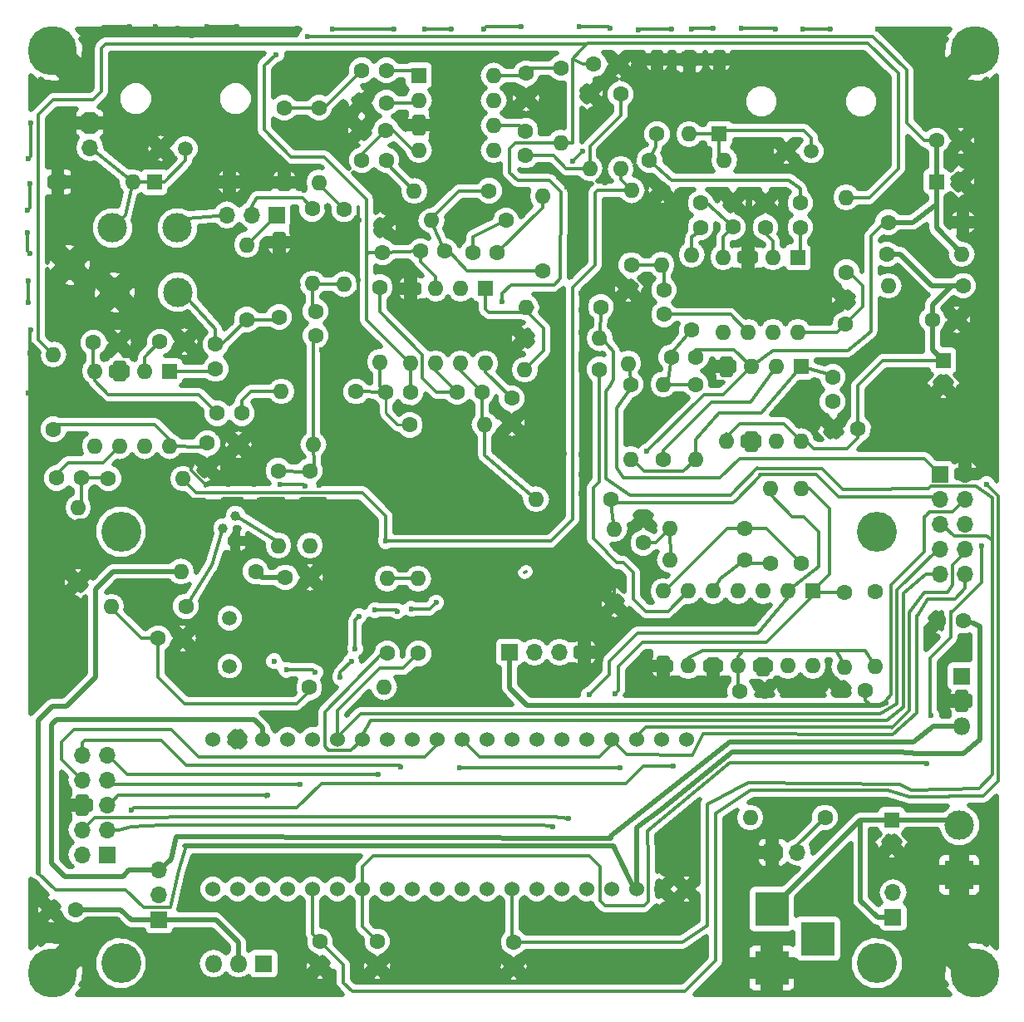
<source format=gbr>
G04 #@! TF.FileFunction,Copper,L2,Bot,Signal*
%FSLAX46Y46*%
G04 Gerber Fmt 4.6, Leading zero omitted, Abs format (unit mm)*
G04 Created by KiCad (PCBNEW 4.0.7) date 09/30/19 02:10:22*
%MOMM*%
%LPD*%
G01*
G04 APERTURE LIST*
%ADD10C,0.100000*%
%ADD11C,1.600000*%
%ADD12R,1.600000X1.600000*%
%ADD13O,1.600000X1.600000*%
%ADD14C,1.524000*%
%ADD15C,3.000000*%
%ADD16R,1.700000X1.700000*%
%ADD17O,1.700000X1.700000*%
%ADD18C,1.500000*%
%ADD19C,5.000000*%
%ADD20R,3.000000X3.000000*%
%ADD21R,1.800000X1.800000*%
%ADD22O,1.800000X1.800000*%
%ADD23C,4.064000*%
%ADD24R,3.500000X3.500000*%
%ADD25C,1.000000*%
%ADD26R,1.000000X1.000000*%
%ADD27C,0.600000*%
%ADD28C,0.350000*%
%ADD29C,0.500000*%
%ADD30C,0.250000*%
G04 APERTURE END LIST*
D10*
D11*
X115316000Y-79883000D03*
X115316000Y-77383000D03*
D12*
X64937640Y-85674200D03*
D13*
X57317640Y-93294200D03*
X62397640Y-85674200D03*
X59857640Y-93294200D03*
X59857640Y-85674200D03*
X62397640Y-93294200D03*
X57317640Y-85674200D03*
X64937640Y-93294200D03*
D12*
X130479800Y-108077000D03*
D13*
X115239800Y-115697000D03*
X127939800Y-108077000D03*
X117779800Y-115697000D03*
X125399800Y-108077000D03*
X120319800Y-115697000D03*
X122859800Y-108077000D03*
X122859800Y-115697000D03*
X120319800Y-108077000D03*
X125399800Y-115697000D03*
X117779800Y-108077000D03*
X127939800Y-115697000D03*
X115239800Y-108077000D03*
X130479800Y-115697000D03*
D11*
X76024740Y-95806260D03*
D13*
X76024740Y-103426260D03*
D11*
X63972440Y-82651600D03*
X66472440Y-82651600D03*
D14*
X69342000Y-138430000D03*
X71882000Y-138430000D03*
X74422000Y-138430000D03*
X76962000Y-138430000D03*
X79502000Y-138430000D03*
X82042000Y-138430000D03*
X84582000Y-138430000D03*
X87122000Y-138430000D03*
X89662000Y-138430000D03*
X92202000Y-138430000D03*
X94742000Y-138430000D03*
X97282000Y-138430000D03*
X99822000Y-138430000D03*
X102362000Y-138430000D03*
X104902000Y-138430000D03*
X107442000Y-138430000D03*
X109982000Y-138430000D03*
X112522000Y-138430000D03*
X115062000Y-138430000D03*
X117602000Y-138430000D03*
X69342000Y-123190000D03*
X71882000Y-123190000D03*
X74422000Y-123190000D03*
X76962000Y-123190000D03*
X79502000Y-123190000D03*
X82042000Y-123190000D03*
X84582000Y-123190000D03*
X87122000Y-123190000D03*
X89662000Y-123190000D03*
X92202000Y-123190000D03*
X94742000Y-123190000D03*
X97282000Y-123190000D03*
X99822000Y-123190000D03*
X102362000Y-123190000D03*
X104902000Y-123190000D03*
X107442000Y-123190000D03*
X109982000Y-123190000D03*
X112522000Y-123190000D03*
X115062000Y-123190000D03*
X117602000Y-123190000D03*
D15*
X65760600Y-77612240D03*
X59349640Y-77673200D03*
D12*
X120944640Y-61493400D03*
D13*
X120944640Y-53873400D03*
D12*
X117896640Y-53873400D03*
D13*
X117896640Y-61493400D03*
D11*
X108165900Y-54368700D03*
X110665900Y-54368700D03*
X79248000Y-106680000D03*
X76748000Y-106680000D03*
X142646400Y-80416400D03*
X145146400Y-80416400D03*
D12*
X143764000Y-84582000D03*
D11*
X143764000Y-87082000D03*
X143052800Y-62179200D03*
X145552800Y-62179200D03*
X79822040Y-82054700D03*
X79822040Y-79554700D03*
D12*
X143052800Y-66344800D03*
D11*
X145552800Y-66344800D03*
X87035640Y-55016400D03*
X84535640Y-55016400D03*
X87035640Y-58318400D03*
X84535640Y-58318400D03*
X69636640Y-85432900D03*
X69636640Y-82932900D03*
X129199640Y-71018400D03*
X129199640Y-68518400D03*
X125643640Y-71018400D03*
X125643640Y-68518400D03*
X84495640Y-61112400D03*
X86995640Y-61112400D03*
X59679840Y-82753200D03*
X57179840Y-82753200D03*
X122341640Y-68478400D03*
X122341640Y-70978400D03*
X87035640Y-64160400D03*
X84535640Y-64160400D03*
X72303640Y-89941400D03*
X69803640Y-89941400D03*
X119039640Y-71018400D03*
X119039640Y-68518400D03*
X101196140Y-61188600D03*
X101196140Y-63688600D03*
X53441600Y-96560640D03*
X55941600Y-96560640D03*
X101259640Y-57810400D03*
X101259640Y-55310400D03*
X68783200Y-95504000D03*
X68783200Y-93004000D03*
X133771640Y-78384400D03*
X133771640Y-80884400D03*
X93004640Y-73431400D03*
X90504640Y-73431400D03*
X86984840Y-87820500D03*
X89484840Y-87820500D03*
X116062760Y-84239100D03*
X118562760Y-84239100D03*
X98338640Y-73609200D03*
X95838640Y-73609200D03*
X96751140Y-87782400D03*
X94251140Y-87782400D03*
X132476240Y-86258400D03*
X132476240Y-88758400D03*
X99799140Y-88417400D03*
X99799140Y-90917400D03*
X135067040Y-91567000D03*
X132567040Y-91567000D03*
X80264000Y-143764000D03*
X80264000Y-146264000D03*
X86106000Y-143764000D03*
X86106000Y-146264000D03*
X99999800Y-143840200D03*
X99999800Y-146340200D03*
D12*
X63413640Y-66395600D03*
D13*
X71033640Y-66395600D03*
D12*
X53571140Y-66382900D03*
D13*
X61191140Y-66382900D03*
D15*
X54777640Y-74828400D03*
X59121040Y-71069200D03*
X65725040Y-71059040D03*
D16*
X143421100Y-96164400D03*
D17*
X145961100Y-96164400D03*
X143421100Y-98704400D03*
X145961100Y-98704400D03*
X143421100Y-101244400D03*
X145961100Y-101244400D03*
X143421100Y-103784400D03*
X145961100Y-103784400D03*
X143421100Y-106324400D03*
X145961100Y-106324400D03*
D16*
X99568000Y-114300000D03*
D17*
X102108000Y-114300000D03*
X104648000Y-114300000D03*
X107188000Y-114300000D03*
D11*
X145796000Y-76962000D03*
D13*
X138176000Y-76962000D03*
D11*
X73710800Y-106057700D03*
D13*
X66090800Y-106057700D03*
D11*
X104815640Y-54762400D03*
D13*
X104815640Y-62382400D03*
D11*
X53126640Y-91592400D03*
D13*
X53126640Y-83972400D03*
D11*
X133898640Y-75590400D03*
D13*
X133898640Y-67970400D03*
D11*
X87122000Y-114427000D03*
D13*
X87122000Y-106807000D03*
D11*
X90297000Y-114427000D03*
D13*
X90297000Y-106807000D03*
D11*
X138023600Y-73761600D03*
D13*
X145643600Y-73761600D03*
D11*
X138163300Y-70497700D03*
D13*
X145783300Y-70497700D03*
D11*
X79479140Y-69113400D03*
D13*
X79479140Y-76733400D03*
D11*
X76113640Y-80162400D03*
D13*
X76113640Y-72542400D03*
D11*
X72811640Y-80416400D03*
D13*
X72811640Y-72796400D03*
D11*
X58704480Y-96601280D03*
D13*
X66324480Y-96601280D03*
D11*
X82717640Y-69176900D03*
D13*
X82717640Y-76796900D03*
D11*
X80177640Y-58826400D03*
D13*
X80177640Y-66446400D03*
D11*
X76621640Y-58826400D03*
D13*
X76621640Y-66446400D03*
D11*
X55626000Y-107188000D03*
D13*
X55626000Y-99568000D03*
D11*
X79237840Y-95806260D03*
D13*
X79237840Y-103426260D03*
D11*
X114594640Y-61493400D03*
D13*
X114594640Y-53873400D03*
D11*
X113832640Y-64160400D03*
D13*
X121452640Y-64160400D03*
D11*
X97500440Y-67284600D03*
D13*
X89880440Y-67284600D03*
D11*
X83936840Y-87731600D03*
D13*
X76316840Y-87731600D03*
D11*
X118150640Y-81432400D03*
D13*
X118150640Y-73812400D03*
D11*
X102948740Y-75438000D03*
D13*
X102948740Y-67818000D03*
D11*
X89423240Y-91135200D03*
D13*
X97043240Y-91135200D03*
D11*
X118531640Y-87020400D03*
D13*
X118531640Y-94640400D03*
D11*
X99227640Y-70319900D03*
D13*
X91607640Y-70319900D03*
D11*
X86375240Y-77114400D03*
D13*
X86375240Y-84734400D03*
D11*
X115229640Y-94640400D03*
D13*
X115229640Y-87020400D03*
D11*
X109895640Y-98704400D03*
D13*
X102275640Y-98704400D03*
D11*
X111927640Y-87020400D03*
D13*
X111927640Y-94640400D03*
D11*
X110276640Y-109372400D03*
D13*
X110276640Y-101752400D03*
D11*
X111658400Y-77276960D03*
D13*
X111658400Y-84896960D03*
D11*
X108879640Y-79146400D03*
D13*
X101259640Y-79146400D03*
D11*
X101132640Y-82321400D03*
D13*
X108752640Y-82321400D03*
D12*
X90337640Y-55524400D03*
D13*
X97957640Y-63144400D03*
X90337640Y-58064400D03*
X97957640Y-60604400D03*
X90337640Y-60604400D03*
X97957640Y-58064400D03*
X90337640Y-63144400D03*
X97957640Y-55524400D03*
D12*
X128945640Y-74066400D03*
D13*
X121325640Y-81686400D03*
X126405640Y-74066400D03*
X123865640Y-81686400D03*
X123865640Y-74066400D03*
X126405640Y-81686400D03*
X121325640Y-74066400D03*
X128945640Y-81686400D03*
D12*
X97132140Y-77241400D03*
D13*
X89512140Y-84861400D03*
X94592140Y-77241400D03*
X92052140Y-84861400D03*
X92052140Y-77241400D03*
X94592140Y-84861400D03*
X89512140Y-77241400D03*
X97132140Y-84861400D03*
D12*
X129275840Y-85191600D03*
D13*
X121655840Y-92811600D03*
X126735840Y-85191600D03*
X124195840Y-92811600D03*
X124195840Y-85191600D03*
X126735840Y-92811600D03*
X121655840Y-85191600D03*
X129275840Y-92811600D03*
D18*
X71079360Y-110837980D03*
X71079360Y-115717980D03*
D19*
X53000000Y-53000000D03*
X147000000Y-53000000D03*
X53000000Y-147000000D03*
X147000000Y-147000000D03*
D18*
X66588640Y-62966640D03*
X64048640Y-62966640D03*
X130327400Y-63230800D03*
X127787400Y-63230800D03*
D20*
X145389600Y-137007600D03*
D15*
X145389600Y-131927600D03*
D11*
X86654640Y-73558400D03*
X86654640Y-71058400D03*
D12*
X138493500Y-131368800D03*
D11*
X138493500Y-133868800D03*
X135854440Y-118211600D03*
X133354440Y-118211600D03*
D16*
X138645900Y-141312900D03*
D17*
X138645900Y-138772900D03*
D21*
X145643600Y-116738400D03*
D22*
X145643600Y-119278400D03*
X145643600Y-121818400D03*
D23*
X60000000Y-102000000D03*
X60000000Y-146000000D03*
X137000000Y-102000000D03*
X137000000Y-146000000D03*
D11*
X145801080Y-111099600D03*
X143301080Y-111099600D03*
D24*
X126288800Y-140474700D03*
X126288800Y-146474700D03*
X130988800Y-143474700D03*
D16*
X56809640Y-60350400D03*
D17*
X56809640Y-62890400D03*
D11*
X125552200Y-118300500D03*
X123052200Y-118300500D03*
X123548140Y-101688900D03*
D13*
X115928140Y-101688900D03*
D11*
X123548140Y-104927400D03*
D13*
X115928140Y-104927400D03*
D11*
X129311400Y-105270300D03*
D13*
X129311400Y-97650300D03*
D11*
X126187200Y-105234740D03*
D13*
X126187200Y-97614740D03*
D11*
X133667500Y-108178600D03*
D13*
X133667500Y-115798600D03*
D11*
X136791700Y-108127800D03*
D13*
X136791700Y-115747800D03*
D11*
X63779400Y-112892840D03*
X66279400Y-112892840D03*
D25*
X70396100Y-101660960D03*
X71666100Y-100390960D03*
D26*
X71666100Y-102930960D03*
D11*
X66608960Y-109636560D03*
D13*
X58988960Y-109636560D03*
D11*
X79171800Y-117896640D03*
D13*
X86791800Y-117896640D03*
D11*
X71973440Y-93151960D03*
D13*
X79593440Y-93151960D03*
D16*
X75859640Y-69748400D03*
D17*
X73319640Y-69748400D03*
X70779640Y-69748400D03*
D11*
X108752640Y-85496400D03*
D13*
X101132640Y-85496400D03*
D11*
X113197640Y-103149400D03*
X113197640Y-100649400D03*
D16*
X58562240Y-134924800D03*
D17*
X56022240Y-134924800D03*
X58562240Y-132384800D03*
X56022240Y-132384800D03*
X58562240Y-129844800D03*
X56022240Y-129844800D03*
X58562240Y-127304800D03*
X56022240Y-127304800D03*
X58562240Y-124764800D03*
X56022240Y-124764800D03*
D16*
X126354840Y-134670800D03*
D17*
X128894840Y-134670800D03*
D11*
X131714240Y-131140200D03*
D13*
X124094240Y-131140200D03*
D11*
X55374540Y-140512800D03*
X52874540Y-140512800D03*
D16*
X63870840Y-141592300D03*
D17*
X63870840Y-139052300D03*
X63870840Y-136512300D03*
D21*
X74513440Y-146037300D03*
D22*
X71973440Y-146037300D03*
X69433440Y-146037300D03*
D11*
X110896400Y-57442100D03*
D13*
X110896400Y-65062100D03*
D11*
X107746800Y-57378600D03*
D13*
X107746800Y-64998600D03*
D11*
X111988600Y-74841100D03*
D13*
X111988600Y-67221100D03*
D11*
X115074700Y-67195700D03*
D13*
X115074700Y-74815700D03*
D27*
X75605640Y-115214400D03*
X76875640Y-116103400D03*
X79796640Y-116357400D03*
X82336640Y-116865400D03*
X83479640Y-115214400D03*
X83860640Y-113944400D03*
X84241640Y-110642400D03*
X85892640Y-110007400D03*
X88178640Y-110134400D03*
X89575640Y-109880400D03*
X92115640Y-109245400D03*
X98831400Y-78562200D03*
X103174800Y-101955600D03*
X100926900Y-102031800D03*
X98450400Y-102069900D03*
X96621600Y-101917500D03*
X94488000Y-101879400D03*
X92125800Y-101688900D03*
X90106500Y-101892100D03*
X88823800Y-100584000D03*
X87642700Y-98717100D03*
X106172000Y-68061840D03*
X105417620Y-66860420D03*
X103713280Y-100863400D03*
X104942640Y-99494340D03*
X104927400Y-98183700D03*
X104851200Y-96431100D03*
X105156000Y-94107000D03*
X104942640Y-92369640D03*
X104998520Y-89743280D03*
X104998520Y-87452200D03*
X104815640Y-84988400D03*
X104719120Y-81528920D03*
X104886760Y-79852520D03*
X104886760Y-78455520D03*
X107233720Y-70632320D03*
X107401360Y-72951340D03*
X106535220Y-74767440D03*
X105836720Y-76024740D03*
X107317540Y-69402960D03*
X86385400Y-97929700D03*
X85102700Y-97116900D03*
X105689400Y-104013000D03*
X104203500Y-104241600D03*
X100545900Y-104317800D03*
X97612200Y-104317800D03*
X94411800Y-104165400D03*
X91173300Y-104127300D03*
X88874600Y-104267000D03*
X86563200Y-105181400D03*
X105867200Y-66078100D03*
X106032300Y-64236600D03*
X106984800Y-63284100D03*
X106921300Y-61302900D03*
X107391200Y-59575700D03*
X111874300Y-59042300D03*
X111569500Y-60375800D03*
X110667800Y-61836300D03*
X109943900Y-62953900D03*
X109334300Y-64287400D03*
X109270800Y-66446400D03*
X104579420Y-65910460D03*
X106974640Y-85877400D03*
X106847640Y-81686400D03*
X106898440Y-79461360D03*
X106898440Y-77729080D03*
X109021880Y-75996800D03*
X114642900Y-68567300D03*
X113525300Y-68846700D03*
X111366300Y-68707000D03*
X109639100Y-68567300D03*
X109435900Y-69735700D03*
X109550200Y-71361300D03*
X109296200Y-73596500D03*
X112966500Y-58064400D03*
X112890300Y-60426600D03*
X112623600Y-62484000D03*
X112356900Y-63779400D03*
X113157000Y-65824100D03*
X112928400Y-53682900D03*
X112852200Y-55664100D03*
X83477100Y-107899200D03*
X84124800Y-106299000D03*
X84429600Y-104432100D03*
X85458300Y-102603300D03*
X85039200Y-100888800D03*
X84505800Y-99593400D03*
X82753200Y-98983800D03*
X80695800Y-98755200D03*
X78371700Y-98793300D03*
X76466700Y-98755200D03*
X74104500Y-98793300D03*
X72199500Y-98767900D03*
X70434200Y-98793300D03*
X50713640Y-73685400D03*
X50459640Y-71526400D03*
X50459640Y-69240400D03*
X50713640Y-66573400D03*
X50586640Y-64033400D03*
X50840640Y-60350400D03*
X50840640Y-58318400D03*
X51602640Y-57175400D03*
X53761640Y-57048400D03*
X55920640Y-56794400D03*
X56809640Y-55270400D03*
X56936640Y-52603400D03*
X57698640Y-51079400D03*
X60873640Y-50571400D03*
X63540640Y-50571400D03*
X65826640Y-50698400D03*
X68747640Y-50571400D03*
X71795640Y-50571400D03*
X74716640Y-50952400D03*
X78018640Y-50698400D03*
X81574640Y-50825400D03*
X87797640Y-50825400D03*
X90972640Y-50825400D03*
X93639640Y-50825400D03*
X96941640Y-50825400D03*
X100751640Y-50571400D03*
X106720640Y-50571400D03*
X109778800Y-50736500D03*
X123230640Y-50698400D03*
X126659640Y-50825400D03*
X129453640Y-50825400D03*
X132247640Y-50825400D03*
X137073640Y-50825400D03*
X139994640Y-51841400D03*
X141137640Y-53873400D03*
X141137640Y-57048400D03*
X142722600Y-57698640D03*
X144185640Y-57937400D03*
X145709640Y-58318400D03*
X147233640Y-58572400D03*
X148376640Y-60477400D03*
X148376640Y-62763400D03*
X148630640Y-67081400D03*
X148630640Y-70383400D03*
X148757640Y-72796400D03*
X148630640Y-75717400D03*
X148503640Y-77749400D03*
X120281700Y-50711100D03*
X118110000Y-50825400D03*
X116090700Y-50825400D03*
X112737900Y-50863500D03*
X67183000Y-95123000D03*
X53721000Y-100584000D03*
X55118000Y-101473000D03*
X56642000Y-100965000D03*
X57658000Y-99568000D03*
X58674000Y-98806000D03*
X60833000Y-98933000D03*
X64008000Y-99060000D03*
X66167000Y-98933000D03*
X68453000Y-98806000D03*
X50586640Y-78638400D03*
X50840640Y-81432400D03*
X50713640Y-83845400D03*
X50586640Y-87909400D03*
X50967640Y-91465400D03*
X50967640Y-95656400D03*
X51551840Y-97729040D03*
X52847240Y-99024440D03*
X50586640Y-76479400D03*
X78653640Y-67208400D03*
X67223640Y-51460400D03*
X67223640Y-53492400D03*
X67731640Y-55270400D03*
X67985640Y-57302400D03*
X68493640Y-59080400D03*
X68747640Y-60604400D03*
X69763640Y-61620400D03*
X71541640Y-63398400D03*
X72811640Y-64414400D03*
X74589640Y-65430400D03*
X106847640Y-103784400D03*
X106847640Y-105816400D03*
X106593640Y-108356400D03*
X106339640Y-109626400D03*
X106085640Y-111150400D03*
X106085640Y-112420400D03*
X107121960Y-100304600D03*
X106842560Y-98125280D03*
X106898440Y-96169480D03*
X106898440Y-94157800D03*
X107116847Y-92007797D03*
X107228640Y-87909400D03*
X107200667Y-89940237D03*
X77924660Y-93179900D03*
X81191100Y-96888300D03*
X82715100Y-96964500D03*
X84162900Y-96888300D03*
X68732400Y-97193100D03*
X70980300Y-97193100D03*
X73571100Y-97193100D03*
X76238100Y-97231200D03*
X78714600Y-97345500D03*
X80162400Y-97269300D03*
X84239100Y-70294500D03*
X84086700Y-72466200D03*
X83972400Y-74447400D03*
X84124800Y-76352400D03*
X83934300Y-77838300D03*
X83324700Y-79667100D03*
X82524600Y-81686400D03*
X81648300Y-82677000D03*
X80970120Y-68927980D03*
X81153000Y-70789800D03*
X79667100Y-72961500D03*
X77990700Y-74904600D03*
X78028800Y-76885800D03*
X77952600Y-79705200D03*
X77800200Y-82181700D03*
X81114900Y-95859600D03*
X81153000Y-94411800D03*
X81165700Y-93068140D03*
X81221580Y-91782900D03*
X81053940Y-89799160D03*
X80970120Y-88430100D03*
X80886300Y-87144860D03*
X80606900Y-85189060D03*
X80467200Y-83512660D03*
X78343760Y-83596480D03*
X78272640Y-84607400D03*
X78343760Y-85524340D03*
X78427580Y-87005160D03*
X78204060Y-88541860D03*
X78232000Y-90078560D03*
X78120240Y-91754960D03*
X148173440Y-97170240D03*
X147690840Y-103433880D03*
X142521940Y-120756680D03*
X142046960Y-125618240D03*
X110312200Y-118529100D03*
X137922000Y-119435880D03*
X74930000Y-128905000D03*
X78232000Y-127762000D03*
X104013000Y-132054600D03*
X107670600Y-118656100D03*
X110871000Y-126034800D03*
X94526100Y-126034800D03*
X61051440Y-130429000D03*
X116245640Y-125933200D03*
X105562400Y-131267200D03*
X86233000Y-126746000D03*
X88519000Y-125984000D03*
X78963520Y-51551840D03*
X75801220Y-53393340D03*
X113578640Y-93853000D03*
X86995000Y-102997000D03*
D28*
X79542640Y-116103400D02*
X76875640Y-116103400D01*
X79796640Y-116357400D02*
X79542640Y-116103400D01*
X82336640Y-116357400D02*
X82336640Y-116865400D01*
X83479640Y-115214400D02*
X82336640Y-116357400D01*
X83860640Y-111023400D02*
X83860640Y-113944400D01*
X84241640Y-110642400D02*
X83860640Y-111023400D01*
X88051640Y-110007400D02*
X85892640Y-110007400D01*
X88178640Y-110134400D02*
X88051640Y-110007400D01*
X91480640Y-109880400D02*
X89575640Y-109880400D01*
X92115640Y-109245400D02*
X91480640Y-109880400D01*
X101259640Y-106070400D02*
X101132640Y-106197400D01*
X100200460Y-62382400D02*
X104815640Y-62382400D01*
X103670100Y-66217800D02*
X100388420Y-66217800D01*
X100388420Y-66217800D02*
X99606100Y-65435480D01*
X99606100Y-65435480D02*
X99606100Y-62976760D01*
X99606100Y-62976760D02*
X100200460Y-62382400D01*
X108165900Y-54368700D02*
X107022900Y-54368700D01*
X107022900Y-54368700D02*
X106047540Y-53850540D01*
X98831400Y-78562200D02*
X98831400Y-77764640D01*
X99735640Y-76860400D02*
X104106980Y-76860400D01*
X98831400Y-77764640D02*
X99735640Y-76860400D01*
X104802940Y-67363340D02*
X103670100Y-66217800D01*
X104766110Y-76201270D02*
X104802940Y-67363340D01*
X104106980Y-76860400D02*
X104766110Y-76201270D01*
X122859800Y-115697000D02*
X122859800Y-114693700D01*
X122859800Y-114693700D02*
X123390660Y-114162840D01*
X121655840Y-92811600D02*
X121655840Y-92379800D01*
X121655840Y-92379800D02*
X123002040Y-91033600D01*
X127497840Y-91033600D02*
X129275840Y-92811600D01*
X123002040Y-91033600D02*
X127497840Y-91033600D01*
X143764000Y-84582000D02*
X137632440Y-84582000D01*
X135067040Y-87147400D02*
X135067040Y-91567000D01*
X137632440Y-84582000D02*
X135067040Y-87147400D01*
X129275840Y-92811600D02*
X129834640Y-92811600D01*
X129834640Y-92811600D02*
X130571240Y-93548200D01*
X130571240Y-93548200D02*
X133949440Y-93548200D01*
X133949440Y-93548200D02*
X135067040Y-92430600D01*
X135067040Y-92430600D02*
X135067040Y-91567000D01*
X107450890Y-52317650D02*
X58428890Y-52317650D01*
X51602640Y-82448400D02*
X53126640Y-83972400D01*
X51602640Y-59524900D02*
X51602640Y-82448400D01*
X53126640Y-58000900D02*
X51602640Y-59524900D01*
X57190640Y-58000900D02*
X53126640Y-58000900D01*
X58016140Y-57175400D02*
X57190640Y-58000900D01*
X58016140Y-52730400D02*
X58016140Y-57175400D01*
X58428890Y-52317650D02*
X58016140Y-52730400D01*
X133898640Y-67970400D02*
X136248140Y-67970400D01*
X106022140Y-62382400D02*
X104815640Y-62382400D01*
X107450890Y-52317650D02*
X106657140Y-53111400D01*
X106657140Y-53111400D02*
X106047540Y-53850540D01*
X106047540Y-53850540D02*
X106047540Y-61595000D01*
X106047540Y-61595000D02*
X106022140Y-62382400D01*
X107546140Y-52222400D02*
X107450890Y-52317650D01*
X136057640Y-52222400D02*
X107546140Y-52222400D01*
X139169140Y-55333900D02*
X136057640Y-52222400D01*
X139169140Y-65049400D02*
X139169140Y-55333900D01*
X136248140Y-67970400D02*
X139169140Y-65049400D01*
X97132140Y-84861400D02*
X97132140Y-85750400D01*
X97132140Y-85750400D02*
X99799140Y-88417400D01*
X121655840Y-92811600D02*
X121655840Y-92049600D01*
X133667500Y-115798600D02*
X133667500Y-115603020D01*
X133667500Y-115603020D02*
X132869940Y-114162840D01*
X121881900Y-114162840D02*
X123390660Y-114162840D01*
X119207280Y-114162840D02*
X121881900Y-114162840D01*
X117779800Y-114929920D02*
X119207280Y-114162840D01*
X123390660Y-114162840D02*
X132869940Y-114162840D01*
X132869940Y-114162840D02*
X135783320Y-114162840D01*
X135783320Y-114162840D02*
X136791700Y-115747800D01*
X117779800Y-115697000D02*
X117779800Y-114929920D01*
X122859800Y-115697000D02*
X122826780Y-118075080D01*
X122826780Y-118075080D02*
X123052200Y-118300500D01*
D29*
X138023600Y-73761600D02*
X139395200Y-73761600D01*
X142595600Y-76962000D02*
X145796000Y-76962000D01*
X139395200Y-73761600D02*
X142595600Y-76962000D01*
X142646400Y-80416400D02*
X142646400Y-83464400D01*
X142646400Y-83464400D02*
X143764000Y-84582000D01*
X142646400Y-80416400D02*
X142646400Y-78892400D01*
X144576800Y-76962000D02*
X145796000Y-76962000D01*
X142646400Y-78892400D02*
X144576800Y-76962000D01*
D28*
X103713280Y-101417120D02*
X103174800Y-101955600D01*
X100926900Y-102031800D02*
X100888800Y-102069900D01*
X100888800Y-102069900D02*
X98450400Y-102069900D01*
X96621600Y-101917500D02*
X96583500Y-101879400D01*
X96583500Y-101879400D02*
X94488000Y-101879400D01*
X92125800Y-101688900D02*
X91859100Y-101955600D01*
X91859100Y-101955600D02*
X90170000Y-101955600D01*
X90170000Y-101955600D02*
X90106500Y-101892100D01*
X88823800Y-100584000D02*
X87642700Y-99402900D01*
X87642700Y-99402900D02*
X87642700Y-98717100D01*
X106395520Y-68480940D02*
X106395520Y-68285360D01*
X106395520Y-68285360D02*
X106172000Y-68061840D01*
X107317540Y-69402960D02*
X106395520Y-68480940D01*
X103713280Y-100863400D02*
X104942640Y-99634040D01*
X104942640Y-99634040D02*
X104942640Y-99494340D01*
X104927400Y-98183700D02*
X104851200Y-98107500D01*
X104851200Y-98107500D02*
X104851200Y-96431100D01*
X105156000Y-94107000D02*
X104942640Y-93893640D01*
X104942640Y-93893640D02*
X104942640Y-92369640D01*
X104998520Y-89743280D02*
X104998520Y-87452200D01*
X104815640Y-84988400D02*
X104759760Y-84932520D01*
X104759760Y-84932520D02*
X104719120Y-81528920D01*
X104886760Y-79852520D02*
X104886760Y-78455520D01*
X107233720Y-72783700D02*
X107233720Y-70632320D01*
X107401360Y-72951340D02*
X107233720Y-72783700D01*
X106535220Y-75326240D02*
X106535220Y-74767440D01*
X105836720Y-76024740D02*
X106535220Y-75326240D01*
X103713280Y-100863400D02*
X103713280Y-101417120D01*
X85915500Y-97929700D02*
X86385400Y-97929700D01*
X85102700Y-97116900D02*
X85915500Y-97929700D01*
X84429600Y-104432100D02*
X85813900Y-104432100D01*
X105918000Y-103784400D02*
X106847640Y-103784400D01*
X105689400Y-104013000D02*
X105918000Y-103784400D01*
X100622100Y-104241600D02*
X104203500Y-104241600D01*
X100545900Y-104317800D02*
X100622100Y-104241600D01*
X94564200Y-104317800D02*
X97612200Y-104317800D01*
X94411800Y-104165400D02*
X94564200Y-104317800D01*
X89014300Y-104127300D02*
X91173300Y-104127300D01*
X88874600Y-104267000D02*
X89014300Y-104127300D01*
X85813900Y-104432100D02*
X86563200Y-105181400D01*
X105417620Y-66860420D02*
X105417620Y-66527680D01*
X105417620Y-66527680D02*
X105867200Y-66078100D01*
X106032300Y-64236600D02*
X106984800Y-63284100D01*
X106921300Y-61302900D02*
X107391200Y-60833000D01*
X107391200Y-60833000D02*
X107391200Y-59575700D01*
X111874300Y-60071000D02*
X111874300Y-59042300D01*
X111569500Y-60375800D02*
X111874300Y-60071000D01*
X110667800Y-62230000D02*
X110667800Y-61836300D01*
X109943900Y-62953900D02*
X110667800Y-62230000D01*
X109334300Y-66382900D02*
X109334300Y-64287400D01*
X109270800Y-66446400D02*
X109334300Y-66382900D01*
X104579420Y-66022220D02*
X104579420Y-65910460D01*
X105417620Y-66860420D02*
X104579420Y-66022220D01*
X106807000Y-85709760D02*
X106847640Y-81686400D01*
X106898440Y-79461360D02*
X106898440Y-77729080D01*
X115074700Y-68135500D02*
X115074700Y-67195700D01*
X114642900Y-68567300D02*
X115074700Y-68135500D01*
X111506000Y-68846700D02*
X113525300Y-68846700D01*
X111366300Y-68707000D02*
X111506000Y-68846700D01*
X109639100Y-69532500D02*
X109639100Y-68567300D01*
X109435900Y-69735700D02*
X109639100Y-69532500D01*
X109550200Y-73342500D02*
X109550200Y-71361300D01*
X109296200Y-73596500D02*
X109550200Y-73342500D01*
X115074700Y-67195700D02*
X114528600Y-67195700D01*
X114528600Y-67195700D02*
X113157000Y-65824100D01*
X112966500Y-60350400D02*
X112966500Y-58064400D01*
X112890300Y-60426600D02*
X112966500Y-60350400D01*
X112483900Y-63652400D02*
X112623600Y-62484000D01*
X112356900Y-63779400D02*
X112483900Y-63652400D01*
X112928400Y-55587900D02*
X112928400Y-53682900D01*
X112852200Y-55664100D02*
X112928400Y-55587900D01*
D29*
X84124800Y-104736900D02*
X84124800Y-106299000D01*
X84429600Y-104432100D02*
X84124800Y-104736900D01*
X85458300Y-101307900D02*
X85458300Y-102603300D01*
X85039200Y-100888800D02*
X85458300Y-101307900D01*
X83362800Y-99593400D02*
X84505800Y-99593400D01*
X82753200Y-98983800D02*
X83362800Y-99593400D01*
X78409800Y-98755200D02*
X80695800Y-98755200D01*
X78371700Y-98793300D02*
X78409800Y-98755200D01*
X74142600Y-98755200D02*
X76466700Y-98755200D01*
X74104500Y-98793300D02*
X74142600Y-98755200D01*
X70459600Y-98767900D02*
X72199500Y-98767900D01*
X70434200Y-98793300D02*
X70459600Y-98767900D01*
D28*
X50713640Y-73685400D02*
X50459640Y-73431400D01*
X50459640Y-73431400D02*
X50459640Y-71526400D01*
X50459640Y-69240400D02*
X50713640Y-68986400D01*
X50713640Y-68986400D02*
X50713640Y-66573400D01*
X50586640Y-64033400D02*
X50840640Y-63779400D01*
X50840640Y-63779400D02*
X50840640Y-60350400D01*
X50840640Y-58318400D02*
X51602640Y-57556400D01*
X51602640Y-57556400D02*
X51602640Y-57175400D01*
X53761640Y-57048400D02*
X54015640Y-56794400D01*
X54015640Y-56794400D02*
X55920640Y-56794400D01*
X56809640Y-55270400D02*
X56936640Y-55143400D01*
X56936640Y-55143400D02*
X56936640Y-52603400D01*
X57698640Y-51079400D02*
X58206640Y-50571400D01*
X58206640Y-50571400D02*
X60873640Y-50571400D01*
X63540640Y-50571400D02*
X63667640Y-50698400D01*
X63667640Y-50698400D02*
X65826640Y-50698400D01*
X68747640Y-50571400D02*
X71795640Y-50571400D01*
X74716640Y-50952400D02*
X74970640Y-50698400D01*
X74970640Y-50698400D02*
X78018640Y-50698400D01*
X81574640Y-50825400D02*
X87797640Y-50825400D01*
X90972640Y-50825400D02*
X93639640Y-50825400D01*
X96941640Y-50825400D02*
X97195640Y-50571400D01*
X97195640Y-50571400D02*
X100751640Y-50571400D01*
X109613700Y-50571400D02*
X106720640Y-50571400D01*
X109778800Y-50736500D02*
X109613700Y-50571400D01*
X126532640Y-50698400D02*
X123230640Y-50698400D01*
X126659640Y-50825400D02*
X126532640Y-50698400D01*
X132247640Y-50825400D02*
X129453640Y-50825400D01*
X138724640Y-50825400D02*
X137073640Y-50825400D01*
X139232640Y-50952400D02*
X138724640Y-50825400D01*
X139994640Y-51841400D02*
X139232640Y-50952400D01*
X141137640Y-57048400D02*
X141137640Y-53873400D01*
X142976600Y-57698640D02*
X142722600Y-57698640D01*
X144185640Y-57937400D02*
X142976600Y-57698640D01*
X146979640Y-58318400D02*
X145709640Y-58318400D01*
X147233640Y-58572400D02*
X146979640Y-58318400D01*
X148376640Y-62763400D02*
X148376640Y-60477400D01*
X148630640Y-70383400D02*
X148630640Y-67081400D01*
X148757640Y-75590400D02*
X148757640Y-72796400D01*
X148630640Y-75717400D02*
X148757640Y-75590400D01*
X148503640Y-77749400D02*
X145836640Y-80416400D01*
X118224300Y-50711100D02*
X120281700Y-50711100D01*
X118110000Y-50825400D02*
X118224300Y-50711100D01*
X112776000Y-50825400D02*
X116090700Y-50825400D01*
X112737900Y-50863500D02*
X112776000Y-50825400D01*
X68732400Y-97193100D02*
X68618100Y-97193100D01*
X67183000Y-95758000D02*
X67183000Y-95123000D01*
X68618100Y-97193100D02*
X67183000Y-95758000D01*
D29*
X52847240Y-99024440D02*
X52847240Y-99710240D01*
X52847240Y-99710240D02*
X53721000Y-100584000D01*
X55118000Y-101473000D02*
X55626000Y-100965000D01*
X55626000Y-100965000D02*
X56642000Y-100965000D01*
X57658000Y-99568000D02*
X58420000Y-98806000D01*
X58420000Y-98806000D02*
X58674000Y-98806000D01*
X60833000Y-98933000D02*
X60960000Y-99060000D01*
X60960000Y-99060000D02*
X64008000Y-99060000D01*
X66167000Y-98933000D02*
X66294000Y-98806000D01*
X66294000Y-98806000D02*
X68453000Y-98806000D01*
D28*
X50586640Y-76479400D02*
X50586640Y-78638400D01*
X50840640Y-81432400D02*
X50713640Y-81559400D01*
X50713640Y-81559400D02*
X50713640Y-83845400D01*
X50586640Y-87909400D02*
X50967640Y-88290400D01*
X50967640Y-88290400D02*
X50967640Y-91465400D01*
X50967640Y-95656400D02*
X51247040Y-96814640D01*
X51247040Y-96814640D02*
X51551840Y-97729040D01*
X106847640Y-103784400D02*
X107228640Y-103784400D01*
X107228640Y-103784400D02*
X110276640Y-106959400D01*
X110276640Y-106959400D02*
X110276640Y-109372400D01*
X106847640Y-103784400D02*
X106847640Y-103875840D01*
X145146400Y-80416400D02*
X145836640Y-80416400D01*
X76621640Y-66446400D02*
X75605640Y-66446400D01*
X67223640Y-54762400D02*
X67223640Y-53492400D01*
X67731640Y-55270400D02*
X67223640Y-54762400D01*
X67985640Y-58572400D02*
X67985640Y-57302400D01*
X68493640Y-59080400D02*
X67985640Y-58572400D01*
X69763640Y-61620400D02*
X68747640Y-60604400D01*
X71795640Y-63398400D02*
X71541640Y-63398400D01*
X72811640Y-64414400D02*
X71795640Y-63398400D01*
X75605640Y-66446400D02*
X74589640Y-65430400D01*
X107188000Y-114300000D02*
X107188000Y-113522760D01*
X107188000Y-113522760D02*
X106085640Y-112420400D01*
X106847640Y-108102400D02*
X106847640Y-105816400D01*
X106593640Y-108356400D02*
X106847640Y-108102400D01*
X106339640Y-110896400D02*
X106339640Y-109626400D01*
X106085640Y-111150400D02*
X106339640Y-110896400D01*
X106847640Y-103784400D02*
X106847640Y-102006400D01*
X106842560Y-98125280D02*
X106898440Y-98069400D01*
X106898440Y-98069400D02*
X106898440Y-96169480D01*
X106898440Y-94157800D02*
X107116847Y-92007797D01*
X107121960Y-101732080D02*
X107121960Y-100304600D01*
X106847640Y-102006400D02*
X107121960Y-101732080D01*
X107121960Y-85958680D02*
X106954320Y-85791040D01*
X107256547Y-89884357D02*
X107228640Y-87909400D01*
X107200667Y-89940237D02*
X107256547Y-89884357D01*
X82715100Y-96964500D02*
X82791300Y-96888300D01*
X82791300Y-96888300D02*
X84162900Y-96888300D01*
X81191100Y-96888300D02*
X80543400Y-96888300D01*
X68732400Y-97193100D02*
X68580000Y-97345500D01*
X73571100Y-97193100D02*
X70980300Y-97193100D01*
X78600300Y-97231200D02*
X76238100Y-97231200D01*
X78714600Y-97345500D02*
X78600300Y-97231200D01*
X80543400Y-96888300D02*
X80162400Y-97269300D01*
X80467200Y-83512660D02*
X80812640Y-83512660D01*
X84162900Y-70218300D02*
X84162900Y-68961000D01*
X84239100Y-70294500D02*
X84162900Y-70218300D01*
X84086700Y-74333100D02*
X84086700Y-72466200D01*
X83972400Y-74447400D02*
X84086700Y-74333100D01*
X84124800Y-77647800D02*
X84124800Y-76352400D01*
X83934300Y-77838300D02*
X84124800Y-77647800D01*
X83324700Y-80886300D02*
X83324700Y-79667100D01*
X82524600Y-81686400D02*
X83324700Y-80886300D01*
X80812640Y-83512660D02*
X81648300Y-82677000D01*
X78343760Y-83596480D02*
X78343760Y-82725260D01*
X80970120Y-70606920D02*
X80970120Y-68927980D01*
X81153000Y-70789800D02*
X80970120Y-70606920D01*
X79667100Y-73228200D02*
X79667100Y-72961500D01*
X77990700Y-74904600D02*
X79667100Y-73228200D01*
X78028800Y-79629000D02*
X78028800Y-76885800D01*
X77952600Y-79705200D02*
X78028800Y-79629000D01*
X78343760Y-82725260D02*
X77800200Y-82181700D01*
X81191100Y-95935800D02*
X81191100Y-96888300D01*
X81114900Y-95859600D02*
X81191100Y-95935800D01*
X81137760Y-94396560D02*
X81153000Y-94411800D01*
X81137760Y-93096080D02*
X81137760Y-94396560D01*
X81165700Y-93068140D02*
X81137760Y-93096080D01*
X81221580Y-89966800D02*
X81221580Y-91782900D01*
X81053940Y-89799160D02*
X81221580Y-89966800D01*
X80970120Y-87228680D02*
X80970120Y-88430100D01*
X80886300Y-87144860D02*
X80970120Y-87228680D01*
X80606900Y-83652360D02*
X80606900Y-85189060D01*
X80467200Y-83512660D02*
X80606900Y-83652360D01*
X78244700Y-84579460D02*
X78343760Y-83596480D01*
X78272640Y-84607400D02*
X78244700Y-84579460D01*
X78343760Y-86921340D02*
X78343760Y-85524340D01*
X78427580Y-87005160D02*
X78343760Y-86921340D01*
X78204060Y-90050620D02*
X78204060Y-88541860D01*
X78232000Y-90078560D02*
X78204060Y-90050620D01*
X78120240Y-92984320D02*
X78120240Y-91754960D01*
X77924660Y-93179900D02*
X78120240Y-92984320D01*
D29*
X76748000Y-106680000D02*
X74333100Y-106680000D01*
X74333100Y-106680000D02*
X73710800Y-106057700D01*
D28*
X90297000Y-106807000D02*
X87122000Y-106807000D01*
X79593440Y-93151960D02*
X79593440Y-82283300D01*
X79593440Y-82283300D02*
X79822040Y-82054700D01*
X79593440Y-93151960D02*
X79707740Y-95336360D01*
X79707740Y-95336360D02*
X79237840Y-95806260D01*
X76024740Y-95806260D02*
X79123540Y-95920560D01*
X79123540Y-95920560D02*
X79237840Y-95806260D01*
X87035640Y-55016400D02*
X89829640Y-55016400D01*
X89829640Y-55016400D02*
X90337640Y-55524400D01*
X80177640Y-58826400D02*
X80725640Y-58826400D01*
X80725640Y-58826400D02*
X84535640Y-55016400D01*
X80177640Y-58826400D02*
X76621640Y-58826400D01*
X87035640Y-58318400D02*
X90083640Y-58318400D01*
X90083640Y-58318400D02*
X90337640Y-58064400D01*
X64937640Y-85674200D02*
X69395340Y-85674200D01*
X69395340Y-85674200D02*
X69636640Y-85432900D01*
X72811640Y-80416400D02*
X75859640Y-80416400D01*
X75859640Y-80416400D02*
X76113640Y-80162400D01*
X69636640Y-82932900D02*
X70295140Y-82932900D01*
X70295140Y-82932900D02*
X72811640Y-80416400D01*
X65760600Y-77612240D02*
X66205100Y-77612240D01*
X66205100Y-77612240D02*
X69636640Y-81368900D01*
X69636640Y-81368900D02*
X69636640Y-82932900D01*
X62397640Y-85674200D02*
X62397640Y-84226400D01*
X62397640Y-84226400D02*
X63972440Y-82651600D01*
X129199640Y-71018400D02*
X129199640Y-73812400D01*
X129199640Y-73812400D02*
X128945640Y-74066400D01*
X129199640Y-68518400D02*
X129199640Y-67081400D01*
X116118640Y-66192400D02*
X113832640Y-64160400D01*
X128056640Y-66192400D02*
X116118640Y-66192400D01*
X129199640Y-67081400D02*
X128056640Y-66192400D01*
X114594640Y-61493400D02*
X114467640Y-62763400D01*
X114467640Y-62763400D02*
X113832640Y-64160400D01*
X125643640Y-71018400D02*
X125643640Y-71628000D01*
X125643640Y-71628000D02*
X126405640Y-72390000D01*
X126405640Y-72390000D02*
X126405640Y-74066400D01*
X84535640Y-64160400D02*
X84535640Y-63572400D01*
X84535640Y-63572400D02*
X86995640Y-61112400D01*
X86995640Y-61112400D02*
X87734140Y-61112400D01*
X87734140Y-61112400D02*
X89766140Y-63144400D01*
X89766140Y-63144400D02*
X90337640Y-63144400D01*
X57317640Y-85674200D02*
X57317640Y-86639400D01*
X67898640Y-88036400D02*
X69803640Y-89941400D01*
X58714640Y-88036400D02*
X67898640Y-88036400D01*
X57317640Y-86639400D02*
X58714640Y-88036400D01*
X57179840Y-82753200D02*
X57179840Y-85536400D01*
X57179840Y-85536400D02*
X57317640Y-85674200D01*
X121325640Y-74066400D02*
X121325640Y-71994400D01*
X121325640Y-71994400D02*
X122341640Y-70978400D01*
X119039640Y-68518400D02*
X119627640Y-68518400D01*
X119627640Y-68518400D02*
X122341640Y-70978400D01*
X87035640Y-64160400D02*
X87035640Y-64439800D01*
X87035640Y-64439800D02*
X89880440Y-67284600D01*
X72303640Y-89941400D02*
X72303640Y-88661240D01*
X73233280Y-87731600D02*
X76316840Y-87731600D01*
X72303640Y-88661240D02*
X73233280Y-87731600D01*
X72430640Y-90068400D02*
X72303640Y-89941400D01*
X119039640Y-71018400D02*
X119039640Y-71374000D01*
X119039640Y-71374000D02*
X118150640Y-72009000D01*
X118150640Y-72009000D02*
X118150640Y-73812400D01*
X97957640Y-60604400D02*
X100611940Y-60604400D01*
X100611940Y-60604400D02*
X101196140Y-61188600D01*
X53441600Y-96560640D02*
X53441600Y-96164400D01*
X53441600Y-96164400D02*
X54610000Y-94996000D01*
X54610000Y-94996000D02*
X58155840Y-94996000D01*
X58155840Y-94996000D02*
X59857640Y-93294200D01*
X104815640Y-54762400D02*
X101807640Y-54762400D01*
X101807640Y-54762400D02*
X101259640Y-55310400D01*
X97957640Y-55524400D02*
X101045640Y-55524400D01*
X101045640Y-55524400D02*
X101259640Y-55310400D01*
X64937640Y-93294200D02*
X68432040Y-93355160D01*
X68432040Y-93355160D02*
X68783200Y-93004000D01*
X64937640Y-93294200D02*
X64937640Y-92608400D01*
X64937640Y-92608400D02*
X63413640Y-91084400D01*
X63413640Y-91084400D02*
X53634640Y-91084400D01*
X53634640Y-91084400D02*
X53126640Y-91592400D01*
X68413000Y-92633800D02*
X68783200Y-93004000D01*
X115316000Y-79883000D02*
X122062240Y-79883000D01*
X122062240Y-79883000D02*
X123865640Y-81686400D01*
X134203440Y-75590400D02*
X135549640Y-76936600D01*
X135549640Y-79106400D02*
X133771640Y-80884400D01*
X135549640Y-76936600D02*
X135549640Y-79106400D01*
X133898640Y-75590400D02*
X134203440Y-75590400D01*
X128945640Y-81686400D02*
X132969640Y-81686400D01*
X132969640Y-81686400D02*
X133771640Y-80884400D01*
X93004640Y-73431400D02*
X93390720Y-73431400D01*
X93390720Y-73431400D02*
X95290640Y-75438000D01*
X95290640Y-75438000D02*
X102948740Y-75438000D01*
X91607640Y-70319900D02*
X91607640Y-70436740D01*
X91607640Y-70436740D02*
X93004640Y-73431400D01*
X91607640Y-70319900D02*
X91442540Y-70294500D01*
X94452440Y-67284600D02*
X97500440Y-67284600D01*
X91442540Y-70294500D02*
X94452440Y-67284600D01*
D30*
X86984840Y-87820500D02*
X86984840Y-89954100D01*
X88165940Y-91135200D02*
X89423240Y-91135200D01*
X86984840Y-89954100D02*
X88165940Y-91135200D01*
D28*
X83936840Y-87731600D02*
X83974940Y-87731600D01*
X83974940Y-87731600D02*
X86984840Y-87820500D01*
X86375240Y-84734400D02*
X86375240Y-87210900D01*
X86375240Y-87210900D02*
X86984840Y-87820500D01*
X118531640Y-87020400D02*
X115229640Y-87020400D01*
X116062760Y-84239100D02*
X115737640Y-86512400D01*
X115737640Y-86512400D02*
X115229640Y-87020400D01*
X116062760Y-84239100D02*
X116062760Y-83858100D01*
X116062760Y-83858100D02*
X118150640Y-81432400D01*
X97132140Y-77241400D02*
X97132140Y-79336900D01*
X97449640Y-79654400D02*
X100751640Y-79654400D01*
X97132140Y-79336900D02*
X97449640Y-79654400D01*
X100751640Y-79654400D02*
X101259640Y-79146400D01*
X101259640Y-79146400D02*
X101259640Y-79527400D01*
X101259640Y-79527400D02*
X103037640Y-81305400D01*
X103037640Y-83591400D02*
X101132640Y-85496400D01*
X103037640Y-81305400D02*
X103037640Y-83591400D01*
X100751640Y-79654400D02*
X101259640Y-79146400D01*
X101259640Y-79146400D02*
X101894640Y-79146400D01*
X101259640Y-79146400D02*
X101970840Y-79146400D01*
X102948740Y-67818000D02*
X102948740Y-68999100D01*
X102948740Y-68999100D02*
X98338640Y-73609200D01*
X95838640Y-73609200D02*
X95838640Y-71953760D01*
X95838640Y-71953760D02*
X99227640Y-70319900D01*
X97043240Y-91135200D02*
X97043240Y-94234000D01*
X97043240Y-94234000D02*
X102275640Y-98704400D01*
X96751140Y-87782400D02*
X96751140Y-90843100D01*
X96751140Y-90843100D02*
X97043240Y-91135200D01*
X94592140Y-84861400D02*
X94592140Y-85623400D01*
X94592140Y-85623400D02*
X96751140Y-87782400D01*
X92052140Y-84861400D02*
X92052140Y-85583400D01*
X92052140Y-85583400D02*
X94251140Y-87782400D01*
X94251140Y-87782400D02*
X92115640Y-87782400D01*
X86375240Y-79629000D02*
X86375240Y-77114400D01*
X90718640Y-83972400D02*
X86375240Y-79629000D01*
X90718640Y-86385400D02*
X90718640Y-83972400D01*
X92115640Y-87782400D02*
X90718640Y-86385400D01*
X111927640Y-94640400D02*
X112080040Y-94640400D01*
X112080040Y-94640400D02*
X113324640Y-95885000D01*
X117287040Y-95885000D02*
X118531640Y-94640400D01*
X113324640Y-95885000D02*
X117287040Y-95885000D01*
X111927640Y-94640400D02*
X111927640Y-95148400D01*
X118531640Y-94640400D02*
X118531640Y-92608400D01*
X125237240Y-89890600D02*
X129275840Y-85191600D01*
X120919240Y-89890600D02*
X125237240Y-89890600D01*
X118531640Y-92608400D02*
X120919240Y-89890600D01*
X129275840Y-85191600D02*
X132285740Y-86067900D01*
X132285740Y-86067900D02*
X132476240Y-86258400D01*
X115229640Y-94640400D02*
X115229640Y-93700600D01*
X115229640Y-93700600D02*
X120131840Y-88798400D01*
X124119640Y-88798400D02*
X126735840Y-85191600D01*
X120131840Y-88798400D02*
X124119640Y-88798400D01*
X120573800Y-130695700D02*
X120573800Y-145745200D01*
X82664300Y-146164300D02*
X80264000Y-143764000D01*
X82664300Y-147967700D02*
X82664300Y-146164300D01*
X83553300Y-148856700D02*
X82664300Y-147967700D01*
X117462300Y-148856700D02*
X83553300Y-148856700D01*
X120573800Y-145745200D02*
X117462300Y-148856700D01*
X144322800Y-129044700D02*
X144322800Y-128968500D01*
X140258800Y-129044700D02*
X144322800Y-129044700D01*
X138137900Y-128358900D02*
X140258800Y-129044700D01*
X124167900Y-128358900D02*
X138137900Y-128358900D01*
X120573800Y-130695700D02*
X124167900Y-128358900D01*
X144322800Y-128968500D02*
X147828000Y-128968500D01*
X147828000Y-128968500D02*
X149352000Y-127444500D01*
X149367240Y-98389440D02*
X149352000Y-127444500D01*
X149026880Y-98023680D02*
X148173440Y-97170240D01*
X149367240Y-98389440D02*
X149026880Y-98023680D01*
X109895640Y-98704400D02*
X109895640Y-99004120D01*
X109895640Y-99004120D02*
X110022640Y-99847400D01*
X110022640Y-99847400D02*
X110276640Y-101752400D01*
X122615960Y-98861880D02*
X122544840Y-98861880D01*
X122346720Y-99060000D02*
X110251240Y-99060000D01*
X122544840Y-98861880D02*
X122346720Y-99060000D01*
X110251240Y-99060000D02*
X109895640Y-98704400D01*
X138038840Y-98513900D02*
X143230600Y-98513900D01*
X143230600Y-98513900D02*
X143421100Y-98704400D01*
X125084840Y-96227900D02*
X125084840Y-96393000D01*
X125084840Y-96227900D02*
X130850640Y-96227900D01*
X130850640Y-96227900D02*
X133136640Y-98513900D01*
X133136640Y-98513900D02*
X138038840Y-98513900D01*
X138038840Y-98513900D02*
X139105640Y-98513900D01*
X125084840Y-96393000D02*
X122615960Y-98861880D01*
X122615960Y-98861880D02*
X122570240Y-98907600D01*
X79502000Y-138430000D02*
X79502000Y-143002000D01*
X79502000Y-143002000D02*
X80264000Y-143764000D01*
X144566640Y-110154720D02*
X144739360Y-110154720D01*
X147690840Y-107203240D02*
X147690840Y-103433880D01*
X144739360Y-110154720D02*
X147690840Y-107203240D01*
X144566640Y-112798860D02*
X144566640Y-110154720D01*
X144566640Y-110154720D02*
X144566640Y-110124240D01*
X140426440Y-125577600D02*
X142006320Y-125577600D01*
X142455900Y-114909600D02*
X144566640Y-112798860D01*
X142455900Y-120690640D02*
X142455900Y-114909600D01*
X142521940Y-120756680D02*
X142455900Y-120690640D01*
X142006320Y-125577600D02*
X142046960Y-125618240D01*
X113741200Y-135280400D02*
X113652300Y-132473700D01*
X121996200Y-125577600D02*
X140426440Y-125577600D01*
X140426440Y-125577600D02*
X140741400Y-125577600D01*
X113652300Y-132473700D02*
X121996200Y-125577600D01*
X132120640Y-94564200D02*
X141820900Y-94564200D01*
X110530640Y-89433400D02*
X110530640Y-95529400D01*
X110530640Y-95529400D02*
X111165640Y-96545400D01*
X111165640Y-96545400D02*
X121020840Y-96545400D01*
X121020840Y-96545400D02*
X123002040Y-94564200D01*
X123002040Y-94564200D02*
X132120640Y-94564200D01*
X111927640Y-87401400D02*
X110530640Y-89433400D01*
X141820900Y-94564200D02*
X143421100Y-96164400D01*
X84582000Y-138430000D02*
X84582000Y-136169400D01*
X113741200Y-139674600D02*
X113741200Y-135280400D01*
X113741200Y-135280400D02*
X113741200Y-134924800D01*
X113271300Y-140144500D02*
X113741200Y-139674600D01*
X109296200Y-140144500D02*
X113271300Y-140144500D01*
X108775500Y-139623800D02*
X109296200Y-140144500D01*
X108775500Y-136156700D02*
X108775500Y-139623800D01*
X107708700Y-135089900D02*
X108775500Y-136156700D01*
X85661500Y-135089900D02*
X107708700Y-135089900D01*
X84582000Y-136169400D02*
X85661500Y-135089900D01*
X111927640Y-87020400D02*
X111927640Y-87401400D01*
X111658400Y-84896960D02*
X111991140Y-86956900D01*
X111991140Y-86956900D02*
X111927640Y-87020400D01*
X143421100Y-96164400D02*
X142991840Y-96164400D01*
X143319500Y-96266000D02*
X143421100Y-96164400D01*
X143421100Y-96164400D02*
X143421100Y-96240600D01*
X143421100Y-96164400D02*
X143421100Y-96342200D01*
X84582000Y-138430000D02*
X84582000Y-142240000D01*
X84582000Y-142240000D02*
X86106000Y-143764000D01*
X84328000Y-138684000D02*
X84582000Y-138430000D01*
X86512400Y-143357600D02*
X86106000Y-143764000D01*
X142509240Y-97409000D02*
X147055840Y-97409000D01*
X148193760Y-102476300D02*
X144856200Y-102476300D01*
X144856200Y-102476300D02*
X143624300Y-101244400D01*
X124787660Y-95559880D02*
X131442460Y-95559880D01*
X109410500Y-87757000D02*
X109895640Y-87020400D01*
X131442460Y-95559880D02*
X133492240Y-97739200D01*
X133492240Y-97739200D02*
X138216640Y-97739200D01*
X147055840Y-97409000D02*
X148783040Y-98577400D01*
X148783040Y-98577400D02*
X148783040Y-102895400D01*
X148783040Y-102895400D02*
X148752560Y-102895400D01*
X138216640Y-97739200D02*
X138788991Y-97656847D01*
X142261393Y-97656847D02*
X142509240Y-97409000D01*
X138788991Y-97656847D02*
X142261393Y-97656847D01*
X124802900Y-95529400D02*
X122110500Y-98336100D01*
X122110500Y-98336100D02*
X111813340Y-98336100D01*
X109410500Y-87757000D02*
X109410500Y-96647000D01*
X109410500Y-96647000D02*
X111813340Y-98336100D01*
X109895640Y-87020400D02*
X110139480Y-86431120D01*
X110139480Y-86431120D02*
X110139480Y-83637120D01*
X110139480Y-83637120D02*
X109006640Y-82321400D01*
X109006640Y-82321400D02*
X108752640Y-82321400D01*
X108752640Y-82321400D02*
X108752640Y-82702400D01*
X108879640Y-79146400D02*
X108816140Y-82257900D01*
X108816140Y-82257900D02*
X108752640Y-82321400D01*
X148752560Y-102895400D02*
X148193760Y-102476300D01*
X143624300Y-101244400D02*
X143421100Y-101244400D01*
X148780500Y-126758700D02*
X148752560Y-102895400D01*
X119694960Y-142143480D02*
X117208300Y-143840200D01*
X117208300Y-143840200D02*
X99999800Y-143840200D01*
X119694960Y-129824480D02*
X123858020Y-127574040D01*
X123858020Y-127574040D02*
X139354560Y-127731520D01*
X139354560Y-127731520D02*
X140492480Y-128381760D01*
X140492480Y-128381760D02*
X147401280Y-128219200D01*
X147401280Y-128219200D02*
X148780500Y-126758700D01*
X119694960Y-129824480D02*
X119694960Y-142143480D01*
X143421100Y-101244400D02*
X143840200Y-101244400D01*
X143421100Y-101244400D02*
X143484600Y-101244400D01*
X143421100Y-101244400D02*
X143471900Y-101244400D01*
X143421100Y-101244400D02*
X143421100Y-101168200D01*
X99822000Y-138430000D02*
X99822000Y-143662400D01*
X99822000Y-143662400D02*
X99999800Y-143840200D01*
X61191140Y-66382900D02*
X60434220Y-69756020D01*
X60434220Y-69756020D02*
X59121040Y-71069200D01*
X66588640Y-62966640D02*
X66588640Y-64223900D01*
X64416940Y-66395600D02*
X63413640Y-66395600D01*
X66588640Y-64223900D02*
X64416940Y-66395600D01*
X61191140Y-66382900D02*
X63400940Y-66408300D01*
X63400940Y-66408300D02*
X63413640Y-66395600D01*
X56809640Y-62890400D02*
X56916320Y-62890400D01*
X56916320Y-62890400D02*
X61191140Y-66382900D01*
X130327400Y-63230800D02*
X130327400Y-61859160D01*
X129580640Y-61112400D02*
X121325640Y-61112400D01*
X130327400Y-61859160D02*
X129580640Y-61112400D01*
X121325640Y-61112400D02*
X120944640Y-61493400D01*
X121173240Y-61722000D02*
X120944640Y-61493400D01*
X120944640Y-61493400D02*
X120944640Y-63652400D01*
X120944640Y-63652400D02*
X121452640Y-64160400D01*
X117896640Y-61493400D02*
X120944640Y-61493400D01*
X70779640Y-69748400D02*
X66715640Y-70068440D01*
X66715640Y-70068440D02*
X65725040Y-71059040D01*
X129311400Y-97650300D02*
X130149600Y-97650300D01*
X132168900Y-106387900D02*
X130479800Y-108077000D01*
X132168900Y-99669600D02*
X132168900Y-106387900D01*
X130149600Y-97650300D02*
X132168900Y-99669600D01*
X130479800Y-108077000D02*
X130479800Y-108532838D01*
X130479800Y-108532838D02*
X125703238Y-113309400D01*
X142196820Y-108910120D02*
X144914620Y-108910120D01*
X145938240Y-107762040D02*
X145961100Y-106324400D01*
X144914620Y-108910120D02*
X145938240Y-107762040D01*
X141097000Y-110553500D02*
X141147800Y-110553500D01*
X141147800Y-110553500D02*
X142196820Y-108910120D01*
X113118900Y-113309400D02*
X110642400Y-115785900D01*
X125703238Y-113309400D02*
X113118900Y-113309400D01*
X133667500Y-108178600D02*
X130609340Y-108206540D01*
X129806700Y-97497900D02*
X129806700Y-98031300D01*
X110642400Y-118198900D02*
X110642400Y-115785900D01*
X110312200Y-118529100D02*
X110642400Y-118198900D01*
X141097000Y-120497600D02*
X141020800Y-120497600D01*
X111518700Y-124726700D02*
X109982000Y-123190000D01*
X118186200Y-124802900D02*
X111518700Y-124726700D01*
X119303800Y-122631200D02*
X118186200Y-124802900D01*
X138582400Y-122682000D02*
X119303800Y-122631200D01*
X141020800Y-120497600D02*
X138582400Y-122682000D01*
X141097000Y-120497600D02*
X141097000Y-110553500D01*
X109982000Y-123190000D02*
X109982000Y-123571000D01*
X109982000Y-123190000D02*
X109982000Y-122682000D01*
X109982000Y-123190000D02*
X109982000Y-123698000D01*
X109982000Y-123698000D02*
X108712000Y-124968000D01*
X108712000Y-124968000D02*
X96520000Y-124968000D01*
X96520000Y-124968000D02*
X94742000Y-123190000D01*
X85458300Y-121272300D02*
X137972800Y-121272300D01*
X137972800Y-121272300D02*
X139700000Y-119926100D01*
X139700000Y-119926100D02*
X139700000Y-108318300D01*
X141973300Y-106324400D02*
X143421100Y-106324400D01*
X139700000Y-108318300D02*
X141973300Y-106324400D01*
X143421100Y-106324400D02*
X143421100Y-106456480D01*
X87122000Y-114427000D02*
X86614000Y-114427000D01*
X86614000Y-114427000D02*
X80746600Y-120408700D01*
X80746600Y-120408700D02*
X80746600Y-123837700D01*
X80746600Y-123837700D02*
X81153000Y-124333000D01*
X81153000Y-124333000D02*
X83439000Y-124333000D01*
X83439000Y-124333000D02*
X84582000Y-123190000D01*
X84582000Y-123190000D02*
X84582000Y-122809000D01*
X84582000Y-122809000D02*
X85458300Y-121272300D01*
X137356850Y-120548400D02*
X84429600Y-120548400D01*
X82042000Y-122936000D02*
X84429600Y-120548400D01*
X139065000Y-107975400D02*
X143256000Y-103784400D01*
X139065000Y-119570500D02*
X139065000Y-107975400D01*
X137356850Y-120548400D02*
X139065000Y-119570500D01*
X143256000Y-103784400D02*
X143421100Y-103784400D01*
X82042000Y-123190000D02*
X82042000Y-120269000D01*
X82042000Y-120269000D02*
X86360000Y-115951000D01*
X86360000Y-115951000D02*
X88773000Y-115951000D01*
X88773000Y-115951000D02*
X90297000Y-114427000D01*
X82042000Y-123190000D02*
X82042000Y-122936000D01*
X144665700Y-99999800D02*
X145961100Y-98704400D01*
X142057120Y-100296980D02*
X142354300Y-99999800D01*
X141846300Y-100507800D02*
X142057120Y-100296980D01*
X142354300Y-99999800D02*
X144665700Y-99999800D01*
D29*
X140157200Y-123456700D02*
X140703300Y-123456700D01*
X142773400Y-121856500D02*
X145643600Y-121818400D01*
X140703300Y-123456700D02*
X142773400Y-121856500D01*
X63870840Y-136512300D02*
X60835540Y-136512300D01*
X53439060Y-121175780D02*
X60182760Y-121175780D01*
X52936140Y-121678700D02*
X53439060Y-121175780D01*
X52936140Y-135775700D02*
X52936140Y-121678700D01*
X54320440Y-137160000D02*
X52936140Y-135775700D01*
X60187840Y-137160000D02*
X54320440Y-137160000D01*
X60835540Y-136512300D02*
X60187840Y-137160000D01*
X63870840Y-136512300D02*
X63947040Y-136512300D01*
X63947040Y-136512300D02*
X65077340Y-135382000D01*
X65077340Y-135382000D02*
X65646300Y-133096000D01*
X140195300Y-123456700D02*
X140157200Y-123456700D01*
X140157200Y-123456700D02*
X139242800Y-123456700D01*
D28*
X135854440Y-118211600D02*
X135854440Y-119176800D01*
X135854440Y-119176800D02*
X136425940Y-119748300D01*
X137922000Y-119435880D02*
X137922000Y-119176800D01*
X137922000Y-119176800D02*
X138455400Y-118643400D01*
X138455400Y-118643400D02*
X138455400Y-107480100D01*
X138455400Y-107480100D02*
X141846300Y-104089200D01*
X141846300Y-104089200D02*
X141846300Y-100507800D01*
D29*
X137922000Y-119435880D02*
X137234613Y-119732542D01*
X101384100Y-119748300D02*
X99568000Y-117932200D01*
X136626600Y-119748300D02*
X136425940Y-119748300D01*
X136425940Y-119748300D02*
X101384100Y-119748300D01*
X137234613Y-119732542D02*
X136626600Y-119748300D01*
X73558400Y-121183400D02*
X67132200Y-121183400D01*
X66370200Y-121175780D02*
X60182760Y-121175780D01*
X74422000Y-122047000D02*
X73558400Y-121183400D01*
X74422000Y-123190000D02*
X74422000Y-122047000D01*
X67132200Y-121183400D02*
X66370200Y-121175780D01*
X99568000Y-114300000D02*
X99568000Y-117932200D01*
D28*
X99568000Y-114300000D02*
X99568000Y-114681000D01*
D29*
X65646300Y-133096000D02*
X109880047Y-133234271D01*
X109880047Y-132992971D02*
X121970800Y-123456700D01*
X121970800Y-123456700D02*
X139242800Y-123456700D01*
X109880047Y-133234271D02*
X109880047Y-132992971D01*
X112522000Y-138430000D02*
X112539289Y-132182911D01*
X112539289Y-132182911D02*
X115156432Y-130207568D01*
X51587400Y-121462800D02*
X51587400Y-121234200D01*
X57416700Y-107861100D02*
X59220100Y-106057700D01*
X57416700Y-116814600D02*
X57416700Y-107861100D01*
X54444900Y-119786400D02*
X57416700Y-116814600D01*
X53035200Y-119786400D02*
X54444900Y-119786400D01*
X51587400Y-121234200D02*
X53035200Y-119786400D01*
D28*
X66601340Y-134023100D02*
X65862200Y-136588500D01*
D29*
X59220100Y-106057700D02*
X66090800Y-106057700D01*
X51587400Y-136786620D02*
X51587400Y-121462800D01*
D28*
X53306980Y-138506200D02*
X51587400Y-136786620D01*
X60492640Y-138506200D02*
X53306980Y-138506200D01*
X62296040Y-140309600D02*
X60492640Y-138506200D01*
X65013840Y-140309600D02*
X62296040Y-140309600D01*
X65862200Y-136588500D02*
X65013840Y-140309600D01*
D29*
X145801080Y-111099600D02*
X146832320Y-111312960D01*
X122224800Y-124472700D02*
X115156432Y-130207568D01*
X139242800Y-124472700D02*
X122224800Y-124472700D01*
X141107160Y-124663200D02*
X139242800Y-124472700D01*
X147479146Y-123177130D02*
X147502880Y-111699040D01*
X145816320Y-124663200D02*
X147479146Y-123177130D01*
X145816320Y-124663200D02*
X141107160Y-124663200D01*
X146832320Y-111312960D02*
X147502880Y-111699040D01*
X112522000Y-138430000D02*
X112255300Y-138430000D01*
X112255300Y-138430000D02*
X110172500Y-134023100D01*
X110172500Y-134023100D02*
X66601340Y-134023100D01*
X66601340Y-134023100D02*
X66509900Y-134023100D01*
X112522000Y-138430000D02*
X112522000Y-137668000D01*
X102362000Y-114554000D02*
X102108000Y-114300000D01*
X104648000Y-122936000D02*
X104902000Y-123190000D01*
D28*
X75859640Y-69748400D02*
X72811640Y-72796400D01*
X79479140Y-76733400D02*
X79479140Y-79211800D01*
X79479140Y-79211800D02*
X79822040Y-79554700D01*
X82717640Y-76796900D02*
X81193640Y-76796900D01*
X81193640Y-76796900D02*
X79542640Y-76796900D01*
X79542640Y-76796900D02*
X79479140Y-76733400D01*
X80177640Y-66446400D02*
X80177640Y-66636900D01*
X80177640Y-66636900D02*
X82717640Y-69176900D01*
D29*
X135331200Y-131368800D02*
X135331200Y-139598400D01*
X137045700Y-141312900D02*
X138645900Y-141312900D01*
X135331200Y-139598400D02*
X137045700Y-141312900D01*
X126288800Y-140474700D02*
X126288800Y-140411200D01*
X126288800Y-140411200D02*
X135331200Y-131368800D01*
X135331200Y-131368800D02*
X138493500Y-131368800D01*
X138493500Y-131368800D02*
X144830800Y-131368800D01*
X144830800Y-131368800D02*
X145389600Y-131927600D01*
X138503660Y-131358640D02*
X138493500Y-131368800D01*
D28*
X58562240Y-129844800D02*
X58740040Y-129844800D01*
X58740040Y-129844800D02*
X59679840Y-128905000D01*
X59679840Y-128905000D02*
X74930000Y-128905000D01*
X74930000Y-128905000D02*
X74803000Y-129032000D01*
X59019440Y-127762000D02*
X78232000Y-127762000D01*
X59019440Y-127762000D02*
X58562240Y-127304800D01*
X64188340Y-131914900D02*
X61023500Y-132105400D01*
X61023500Y-132105400D02*
X59806840Y-132384800D01*
X58562240Y-132384800D02*
X59806840Y-132384800D01*
X64188340Y-131914900D02*
X64201040Y-131927600D01*
X104013000Y-132054600D02*
X102971600Y-131927600D01*
X102971600Y-131927600D02*
X64201040Y-131927600D01*
X64201040Y-131927600D02*
X64058800Y-131927600D01*
X109753400Y-116573300D02*
X109753400Y-115227100D01*
X124929900Y-112356900D02*
X126593600Y-110337600D01*
X112623600Y-112356900D02*
X124929900Y-112356900D01*
X109753400Y-115227100D02*
X112623600Y-112356900D01*
X127939800Y-108077000D02*
X127939800Y-108686600D01*
X127939800Y-108686600D02*
X126593600Y-110337600D01*
X126187200Y-97614740D02*
X126187200Y-98259900D01*
X126187200Y-98259900D02*
X128397000Y-100469700D01*
X128397000Y-100469700D02*
X129540000Y-100469700D01*
X129540000Y-100469700D02*
X131064000Y-101993700D01*
X131064000Y-101993700D02*
X131064000Y-105613200D01*
X131064000Y-105613200D02*
X127939800Y-108077000D01*
X107670600Y-118656100D02*
X109753400Y-116573300D01*
X115382040Y-108077000D02*
X121770140Y-101688900D01*
X121770140Y-101688900D02*
X123548140Y-101688900D01*
X115239800Y-108077000D02*
X115382040Y-108077000D01*
X123548140Y-101688900D02*
X125730000Y-101688900D01*
X125730000Y-101688900D02*
X129311400Y-105270300D01*
X115239800Y-108077000D02*
X115239800Y-107594400D01*
X129082800Y-105041700D02*
X129311400Y-105270300D01*
X120319800Y-108077000D02*
X121043700Y-106781600D01*
X121043700Y-106781600D02*
X123548140Y-104927400D01*
X126187200Y-105234740D02*
X123855480Y-105234740D01*
X123855480Y-105234740D02*
X123548140Y-104927400D01*
X79171800Y-117896640D02*
X79171800Y-118280180D01*
X79171800Y-118280180D02*
X77924660Y-119527320D01*
X77924660Y-119527320D02*
X66469260Y-119527320D01*
X66469260Y-119527320D02*
X63779400Y-116837460D01*
X63779400Y-116837460D02*
X63779400Y-112892840D01*
X58988960Y-109636560D02*
X58988960Y-109783880D01*
X58988960Y-109783880D02*
X62097920Y-112892840D01*
X62097920Y-112892840D02*
X63779400Y-112892840D01*
X70396100Y-101660960D02*
X69230240Y-105399840D01*
X69230240Y-105399840D02*
X66608960Y-109636560D01*
X76024740Y-103426260D02*
X75719940Y-102885240D01*
X75719940Y-102885240D02*
X71688960Y-100390960D01*
X71688960Y-100390960D02*
X71666100Y-100390960D01*
X94526100Y-126034800D02*
X110871000Y-126034800D01*
X145961100Y-103784400D02*
X145961100Y-104127300D01*
X145961100Y-104127300D02*
X144678400Y-105410000D01*
X144678400Y-105410000D02*
X144688560Y-107457240D01*
X144688560Y-107457240D02*
X144152620Y-108178600D01*
X144152620Y-108178600D02*
X141853920Y-108178600D01*
X141853920Y-108178600D02*
X140271500Y-110248700D01*
X140271500Y-110248700D02*
X140271500Y-120251372D01*
X140271500Y-120251372D02*
X138552578Y-121970294D01*
X138552578Y-121970294D02*
X138552578Y-121932700D01*
X112522000Y-123190000D02*
X112522000Y-122834400D01*
X112522000Y-122834400D02*
X113423700Y-121932700D01*
X113423700Y-121932700D02*
X138552578Y-121932700D01*
X73319640Y-69748400D02*
X73319640Y-68859400D01*
X78483460Y-67995800D02*
X79479140Y-69113400D01*
X73847960Y-67995800D02*
X78483460Y-67995800D01*
X73319640Y-68859400D02*
X73847960Y-67995800D01*
X73319640Y-69748400D02*
X73319640Y-69240400D01*
X110530640Y-105181400D02*
X111165640Y-105181400D01*
X108117640Y-97561400D02*
X108117640Y-99176840D01*
X108752640Y-96926400D02*
X108117640Y-97561400D01*
X108752640Y-85496400D02*
X108752640Y-96926400D01*
X109471460Y-104081580D02*
X108127800Y-102737920D01*
X108127800Y-102737920D02*
X108127800Y-99176840D01*
X108127800Y-99176840D02*
X108117640Y-99176840D01*
X109514640Y-104081580D02*
X109471460Y-104081580D01*
X109514640Y-104165400D02*
X110530640Y-105181400D01*
X109514640Y-104081580D02*
X109514640Y-104165400D01*
X115722400Y-110134400D02*
X117779800Y-108077000D01*
X113451640Y-110134400D02*
X115722400Y-110134400D01*
X112181640Y-108864400D02*
X113451640Y-110134400D01*
X112181640Y-106197400D02*
X112181640Y-108864400D01*
X111165640Y-105181400D02*
X112181640Y-106197400D01*
X117414040Y-108077000D02*
X117779800Y-108077000D01*
X61051440Y-130429000D02*
X61305440Y-130175000D01*
X61305440Y-130175000D02*
X77942440Y-130175000D01*
X77942440Y-130175000D02*
X80457040Y-127660400D01*
X80457040Y-127660400D02*
X111470440Y-127660400D01*
X111470440Y-127660400D02*
X113197640Y-125933200D01*
X113197640Y-125933200D02*
X116245640Y-125933200D01*
X57292240Y-131114800D02*
X56022240Y-132384800D01*
X64277240Y-131114800D02*
X57292240Y-131114800D01*
X65458340Y-131076700D02*
X64277240Y-131114800D01*
X104091740Y-131076700D02*
X65458340Y-131076700D01*
X105562400Y-131267200D02*
X104091740Y-131076700D01*
X55666640Y-122174000D02*
X55209440Y-122174000D01*
X53914040Y-125196600D02*
X56022240Y-127304800D01*
X53914040Y-123469400D02*
X53914040Y-125196600D01*
X55209440Y-122174000D02*
X53914040Y-123469400D01*
X92202000Y-123190000D02*
X92202000Y-123698000D01*
X92202000Y-123698000D02*
X90932000Y-124968000D01*
X90932000Y-124968000D02*
X67945000Y-124968000D01*
X67945000Y-124968000D02*
X65151000Y-122174000D01*
X65151000Y-122174000D02*
X55666640Y-122174000D01*
X55666640Y-122174000D02*
X55626000Y-122174000D01*
X58562240Y-124764800D02*
X58689240Y-124764800D01*
X58689240Y-124764800D02*
X60670440Y-126746000D01*
X60670440Y-126746000D02*
X86233000Y-126746000D01*
X86233000Y-126746000D02*
X86106000Y-126873000D01*
X56022240Y-124764800D02*
X56022240Y-123520200D01*
X66675000Y-125857000D02*
X65532000Y-124714000D01*
X88392000Y-125857000D02*
X66675000Y-125857000D01*
X88519000Y-125984000D02*
X88392000Y-125857000D01*
X64058800Y-123240800D02*
X65532000Y-124714000D01*
X56301640Y-123240800D02*
X64058800Y-123240800D01*
X56022240Y-123520200D02*
X56301640Y-123240800D01*
X128894840Y-134670800D02*
X128894840Y-133959600D01*
X128894840Y-133959600D02*
X131714240Y-131140200D01*
X113197640Y-103149400D02*
X114467640Y-103149400D01*
X114467640Y-103149400D02*
X115928140Y-101688900D01*
X86654640Y-73558400D02*
X85308440Y-73558400D01*
X85308440Y-73558400D02*
X85001100Y-73865740D01*
X85001100Y-80429100D02*
X85001100Y-73865740D01*
X85001100Y-80429100D02*
X89433400Y-84861400D01*
X85001100Y-73865740D02*
X85001100Y-68125340D01*
X141846300Y-62179200D02*
X140017500Y-60350400D01*
X140017500Y-60350400D02*
X140017500Y-54978300D01*
X140017500Y-54978300D02*
X136591040Y-51551840D01*
X136591040Y-51551840D02*
X78963520Y-51551840D01*
X75745340Y-53393340D02*
X75801220Y-53393340D01*
X74599800Y-54538880D02*
X75745340Y-53393340D01*
X74599800Y-61076840D02*
X74599800Y-54538880D01*
X77337920Y-63814960D02*
X74599800Y-61076840D01*
X80690720Y-63814960D02*
X77337920Y-63814960D01*
X85001100Y-68125340D02*
X80690720Y-63814960D01*
X143052800Y-62179200D02*
X141846300Y-62179200D01*
X89512140Y-84861400D02*
X89433400Y-84861400D01*
X121325640Y-88061800D02*
X124195840Y-85191600D01*
X119369840Y-88061800D02*
X121325640Y-88061800D01*
X113578640Y-93853000D02*
X119369840Y-88061800D01*
X90504640Y-73431400D02*
X90540200Y-74522960D01*
X92052140Y-76034900D02*
X92052140Y-77241400D01*
X90540200Y-74522960D02*
X92052140Y-76034900D01*
X86654640Y-73558400D02*
X90489400Y-73416160D01*
X90489400Y-73416160D02*
X90504640Y-73431400D01*
X89512140Y-84861400D02*
X89512140Y-87793200D01*
X89512140Y-87793200D02*
X89484840Y-87820500D01*
X118511960Y-83502500D02*
X122417840Y-83489800D01*
X122417840Y-83489800D02*
X124195840Y-85191600D01*
X138163300Y-70497700D02*
X137797540Y-70497700D01*
X137797540Y-70497700D02*
X136387840Y-71907400D01*
X126431040Y-83566000D02*
X124195840Y-85191600D01*
X134025640Y-83566000D02*
X126431040Y-83566000D01*
X136387840Y-81584800D02*
X134025640Y-83566000D01*
X136387840Y-71907400D02*
X136387840Y-81584800D01*
X115928140Y-101688900D02*
X115978940Y-104876600D01*
X115978940Y-104876600D02*
X115928140Y-104927400D01*
D29*
X145643600Y-73761600D02*
X145643600Y-73660000D01*
X145643600Y-73660000D02*
X143052800Y-71069200D01*
X143052800Y-71069200D02*
X143052800Y-66344800D01*
X138163300Y-70497700D02*
X140639800Y-70497700D01*
X143052800Y-68630800D02*
X143052800Y-66344800D01*
X140639800Y-70497700D02*
X143052800Y-68630800D01*
X143052800Y-62179200D02*
X143052800Y-66344800D01*
X71973440Y-146037300D02*
X71973440Y-143891000D01*
X69674740Y-141592300D02*
X63870840Y-141592300D01*
X71973440Y-143891000D02*
X69674740Y-141592300D01*
X55374540Y-140512800D02*
X59984640Y-140512800D01*
X61064140Y-141592300D02*
X63870840Y-141592300D01*
X59984640Y-140512800D02*
X61064140Y-141592300D01*
D28*
X107746800Y-64998600D02*
X107746800Y-62738000D01*
X110896400Y-59588400D02*
X110896400Y-57442100D01*
X107746800Y-62738000D02*
X110896400Y-59588400D01*
X101196140Y-63688600D02*
X104036500Y-63688600D01*
X105346500Y-64998600D02*
X107746800Y-64998600D01*
X104036500Y-63688600D02*
X105346500Y-64998600D01*
X55941600Y-96560640D02*
X58663840Y-96560640D01*
X58663840Y-96560640D02*
X58704480Y-96601280D01*
X55941600Y-96560640D02*
X55941600Y-99252400D01*
X55941600Y-99252400D02*
X55626000Y-99568000D01*
X111988600Y-74841100D02*
X115049300Y-74841100D01*
X115049300Y-74841100D02*
X115074700Y-74815700D01*
X115316000Y-74803000D02*
X115316000Y-77383000D01*
X115212500Y-77279500D02*
X115316000Y-77383000D01*
X110896400Y-65062100D02*
X110896400Y-66128900D01*
X110896400Y-66128900D02*
X111988600Y-67221100D01*
X108292900Y-71475600D02*
X108292900Y-67500500D01*
X108572300Y-67221100D02*
X111988600Y-67221100D01*
X108292900Y-67500500D02*
X108572300Y-67221100D01*
X86995000Y-102997000D02*
X103784400Y-102997000D01*
X108292900Y-71183500D02*
X108267500Y-71158100D01*
X108292900Y-74853800D02*
X108292900Y-71475600D01*
X108292900Y-71475600D02*
X108292900Y-71183500D01*
X105981500Y-77165200D02*
X108292900Y-74853800D01*
X105981500Y-100799900D02*
X105981500Y-77165200D01*
X103784400Y-102997000D02*
X105981500Y-100799900D01*
X66324480Y-96601280D02*
X66324480Y-96677480D01*
X66324480Y-96677480D02*
X67691000Y-98044000D01*
X67691000Y-98044000D02*
X84582000Y-98044000D01*
X84582000Y-98044000D02*
X86995000Y-100457000D01*
X86995000Y-100457000D02*
X86995000Y-102997000D01*
D29*
G36*
X83927926Y-135515326D02*
X83727411Y-135815417D01*
X83677150Y-136068100D01*
X83657000Y-136169400D01*
X83657000Y-137216959D01*
X83311649Y-137561708D01*
X82899598Y-137148936D01*
X82344075Y-136918263D01*
X81742564Y-136917738D01*
X81186640Y-137147441D01*
X80771649Y-137561708D01*
X80359598Y-137148936D01*
X79804075Y-136918263D01*
X79202564Y-136917738D01*
X78646640Y-137147441D01*
X78231649Y-137561708D01*
X77819598Y-137148936D01*
X77264075Y-136918263D01*
X76662564Y-136917738D01*
X76106640Y-137147441D01*
X75691649Y-137561708D01*
X75279598Y-137148936D01*
X74724075Y-136918263D01*
X74122564Y-136917738D01*
X73566640Y-137147441D01*
X73151649Y-137561708D01*
X72739598Y-137148936D01*
X72184075Y-136918263D01*
X71582564Y-136917738D01*
X71026640Y-137147441D01*
X70611649Y-137561708D01*
X70199598Y-137148936D01*
X69644075Y-136918263D01*
X69042564Y-136917738D01*
X68486640Y-137147441D01*
X68060936Y-137572402D01*
X67830263Y-138127925D01*
X67829738Y-138729436D01*
X68059441Y-139285360D01*
X68484402Y-139711064D01*
X69039925Y-139941737D01*
X69641436Y-139942262D01*
X70197360Y-139712559D01*
X70612351Y-139298292D01*
X71024402Y-139711064D01*
X71579925Y-139941737D01*
X72181436Y-139942262D01*
X72737360Y-139712559D01*
X73152351Y-139298292D01*
X73564402Y-139711064D01*
X74119925Y-139941737D01*
X74721436Y-139942262D01*
X75277360Y-139712559D01*
X75692351Y-139298292D01*
X76104402Y-139711064D01*
X76659925Y-139941737D01*
X77261436Y-139942262D01*
X77817360Y-139712559D01*
X78232351Y-139298292D01*
X78577000Y-139643544D01*
X78577000Y-143002000D01*
X78647411Y-143355983D01*
X78714269Y-143456042D01*
X78713732Y-144070961D01*
X78949208Y-144640857D01*
X79384849Y-145077260D01*
X79826218Y-145260532D01*
X80264000Y-145698315D01*
X80546843Y-145415472D01*
X81112528Y-145981157D01*
X80829685Y-146264000D01*
X81494805Y-146929119D01*
X81739300Y-146845234D01*
X81739300Y-147967700D01*
X81809711Y-148321683D01*
X82010226Y-148621774D01*
X82563452Y-149175000D01*
X55515848Y-149175000D01*
X56229309Y-148461539D01*
X55914769Y-148146999D01*
X56224618Y-147797737D01*
X56282223Y-146550946D01*
X57217518Y-146550946D01*
X57640160Y-147573818D01*
X58422066Y-148357090D01*
X59444198Y-148781516D01*
X60550946Y-148782482D01*
X61573818Y-148359840D01*
X62357090Y-147577934D01*
X62781516Y-146555802D01*
X62782482Y-145449054D01*
X62359840Y-144426182D01*
X61577934Y-143642910D01*
X60555802Y-143218484D01*
X59449054Y-143217518D01*
X58426182Y-143640160D01*
X57642910Y-144422066D01*
X57218484Y-145444198D01*
X57217518Y-146550946D01*
X56282223Y-146550946D01*
X56284439Y-146503004D01*
X56224618Y-146202263D01*
X55914768Y-145852999D01*
X54767767Y-147000000D01*
X54781910Y-147014143D01*
X53014143Y-148781910D01*
X53000000Y-148767767D01*
X52985858Y-148781910D01*
X51218091Y-147014143D01*
X51232233Y-147000000D01*
X51218091Y-146985858D01*
X52985858Y-145218091D01*
X53000000Y-145232233D01*
X54147001Y-144085232D01*
X53797737Y-143775382D01*
X52503004Y-143715561D01*
X52202263Y-143775382D01*
X51853001Y-144085231D01*
X51538461Y-143770691D01*
X50825000Y-144484152D01*
X50825000Y-141743605D01*
X52209421Y-141743605D01*
X52294523Y-141991646D01*
X52904604Y-142101039D01*
X53454557Y-141991646D01*
X53539659Y-141743605D01*
X52874540Y-141078485D01*
X52209421Y-141743605D01*
X50825000Y-141743605D01*
X50825000Y-140542864D01*
X51286301Y-140542864D01*
X51395694Y-141092817D01*
X51643735Y-141177919D01*
X52308855Y-140512800D01*
X51643735Y-139847681D01*
X51395694Y-139932783D01*
X51286301Y-140542864D01*
X50825000Y-140542864D01*
X50825000Y-137410975D01*
X50880293Y-137493727D01*
X51199940Y-137707308D01*
X52488084Y-138995452D01*
X52294523Y-139033954D01*
X52209421Y-139281995D01*
X52874540Y-139947115D01*
X53157383Y-139664272D01*
X53723068Y-140229957D01*
X53440225Y-140512800D01*
X53878550Y-140951125D01*
X54059748Y-141389657D01*
X54495389Y-141826060D01*
X55064873Y-142062530D01*
X55681501Y-142063068D01*
X56251397Y-141827592D01*
X56566740Y-141512800D01*
X59570426Y-141512800D01*
X60357031Y-142299404D01*
X60357033Y-142299407D01*
X60429647Y-142347926D01*
X60681456Y-142516180D01*
X61064140Y-142592301D01*
X61064145Y-142592300D01*
X62284372Y-142592300D01*
X62308444Y-142720233D01*
X62472702Y-142975498D01*
X62723332Y-143146746D01*
X63020840Y-143206993D01*
X64720840Y-143206993D01*
X64998773Y-143154696D01*
X65254038Y-142990438D01*
X65425286Y-142739808D01*
X65455157Y-142592300D01*
X69260526Y-142592300D01*
X70973440Y-144305214D01*
X70973440Y-144737572D01*
X70774389Y-144870574D01*
X70703440Y-144976757D01*
X70632491Y-144870574D01*
X70097193Y-144512899D01*
X69465765Y-144387300D01*
X69401115Y-144387300D01*
X68769687Y-144512899D01*
X68234389Y-144870574D01*
X67876714Y-145405872D01*
X67751115Y-146037300D01*
X67876714Y-146668728D01*
X68234389Y-147204026D01*
X68769687Y-147561701D01*
X69401115Y-147687300D01*
X69465765Y-147687300D01*
X70097193Y-147561701D01*
X70632491Y-147204026D01*
X70703440Y-147097843D01*
X70774389Y-147204026D01*
X71309687Y-147561701D01*
X71941115Y-147687300D01*
X72005765Y-147687300D01*
X72637193Y-147561701D01*
X72977619Y-147334235D01*
X73065302Y-147470498D01*
X73315932Y-147641746D01*
X73613440Y-147701993D01*
X75413440Y-147701993D01*
X75691373Y-147649696D01*
X75932081Y-147494805D01*
X79598881Y-147494805D01*
X79683983Y-147742846D01*
X80294064Y-147852239D01*
X80844017Y-147742846D01*
X80929119Y-147494805D01*
X80264000Y-146829685D01*
X79598881Y-147494805D01*
X75932081Y-147494805D01*
X75946638Y-147485438D01*
X76117886Y-147234808D01*
X76178133Y-146937300D01*
X76178133Y-146294064D01*
X78675761Y-146294064D01*
X78785154Y-146844017D01*
X79033195Y-146929119D01*
X79698315Y-146264000D01*
X79033195Y-145598881D01*
X78785154Y-145683983D01*
X78675761Y-146294064D01*
X76178133Y-146294064D01*
X76178133Y-145137300D01*
X76125836Y-144859367D01*
X75961578Y-144604102D01*
X75710948Y-144432854D01*
X75413440Y-144372607D01*
X73613440Y-144372607D01*
X73335507Y-144424904D01*
X73080242Y-144589162D01*
X72977146Y-144740048D01*
X72973440Y-144737572D01*
X72973440Y-143891005D01*
X72973441Y-143891000D01*
X72897320Y-143508316D01*
X72680547Y-143183893D01*
X70381847Y-140885193D01*
X70057424Y-140668420D01*
X69674740Y-140592300D01*
X65882608Y-140592300D01*
X65883714Y-140586736D01*
X65915699Y-140515211D01*
X66758265Y-136819527D01*
X67275849Y-135023100D01*
X84420152Y-135023100D01*
X83927926Y-135515326D01*
X83927926Y-135515326D01*
G37*
X83927926Y-135515326D02*
X83727411Y-135815417D01*
X83677150Y-136068100D01*
X83657000Y-136169400D01*
X83657000Y-137216959D01*
X83311649Y-137561708D01*
X82899598Y-137148936D01*
X82344075Y-136918263D01*
X81742564Y-136917738D01*
X81186640Y-137147441D01*
X80771649Y-137561708D01*
X80359598Y-137148936D01*
X79804075Y-136918263D01*
X79202564Y-136917738D01*
X78646640Y-137147441D01*
X78231649Y-137561708D01*
X77819598Y-137148936D01*
X77264075Y-136918263D01*
X76662564Y-136917738D01*
X76106640Y-137147441D01*
X75691649Y-137561708D01*
X75279598Y-137148936D01*
X74724075Y-136918263D01*
X74122564Y-136917738D01*
X73566640Y-137147441D01*
X73151649Y-137561708D01*
X72739598Y-137148936D01*
X72184075Y-136918263D01*
X71582564Y-136917738D01*
X71026640Y-137147441D01*
X70611649Y-137561708D01*
X70199598Y-137148936D01*
X69644075Y-136918263D01*
X69042564Y-136917738D01*
X68486640Y-137147441D01*
X68060936Y-137572402D01*
X67830263Y-138127925D01*
X67829738Y-138729436D01*
X68059441Y-139285360D01*
X68484402Y-139711064D01*
X69039925Y-139941737D01*
X69641436Y-139942262D01*
X70197360Y-139712559D01*
X70612351Y-139298292D01*
X71024402Y-139711064D01*
X71579925Y-139941737D01*
X72181436Y-139942262D01*
X72737360Y-139712559D01*
X73152351Y-139298292D01*
X73564402Y-139711064D01*
X74119925Y-139941737D01*
X74721436Y-139942262D01*
X75277360Y-139712559D01*
X75692351Y-139298292D01*
X76104402Y-139711064D01*
X76659925Y-139941737D01*
X77261436Y-139942262D01*
X77817360Y-139712559D01*
X78232351Y-139298292D01*
X78577000Y-139643544D01*
X78577000Y-143002000D01*
X78647411Y-143355983D01*
X78714269Y-143456042D01*
X78713732Y-144070961D01*
X78949208Y-144640857D01*
X79384849Y-145077260D01*
X79826218Y-145260532D01*
X80264000Y-145698315D01*
X80546843Y-145415472D01*
X81112528Y-145981157D01*
X80829685Y-146264000D01*
X81494805Y-146929119D01*
X81739300Y-146845234D01*
X81739300Y-147967700D01*
X81809711Y-148321683D01*
X82010226Y-148621774D01*
X82563452Y-149175000D01*
X55515848Y-149175000D01*
X56229309Y-148461539D01*
X55914769Y-148146999D01*
X56224618Y-147797737D01*
X56282223Y-146550946D01*
X57217518Y-146550946D01*
X57640160Y-147573818D01*
X58422066Y-148357090D01*
X59444198Y-148781516D01*
X60550946Y-148782482D01*
X61573818Y-148359840D01*
X62357090Y-147577934D01*
X62781516Y-146555802D01*
X62782482Y-145449054D01*
X62359840Y-144426182D01*
X61577934Y-143642910D01*
X60555802Y-143218484D01*
X59449054Y-143217518D01*
X58426182Y-143640160D01*
X57642910Y-144422066D01*
X57218484Y-145444198D01*
X57217518Y-146550946D01*
X56282223Y-146550946D01*
X56284439Y-146503004D01*
X56224618Y-146202263D01*
X55914768Y-145852999D01*
X54767767Y-147000000D01*
X54781910Y-147014143D01*
X53014143Y-148781910D01*
X53000000Y-148767767D01*
X52985858Y-148781910D01*
X51218091Y-147014143D01*
X51232233Y-147000000D01*
X51218091Y-146985858D01*
X52985858Y-145218091D01*
X53000000Y-145232233D01*
X54147001Y-144085232D01*
X53797737Y-143775382D01*
X52503004Y-143715561D01*
X52202263Y-143775382D01*
X51853001Y-144085231D01*
X51538461Y-143770691D01*
X50825000Y-144484152D01*
X50825000Y-141743605D01*
X52209421Y-141743605D01*
X52294523Y-141991646D01*
X52904604Y-142101039D01*
X53454557Y-141991646D01*
X53539659Y-141743605D01*
X52874540Y-141078485D01*
X52209421Y-141743605D01*
X50825000Y-141743605D01*
X50825000Y-140542864D01*
X51286301Y-140542864D01*
X51395694Y-141092817D01*
X51643735Y-141177919D01*
X52308855Y-140512800D01*
X51643735Y-139847681D01*
X51395694Y-139932783D01*
X51286301Y-140542864D01*
X50825000Y-140542864D01*
X50825000Y-137410975D01*
X50880293Y-137493727D01*
X51199940Y-137707308D01*
X52488084Y-138995452D01*
X52294523Y-139033954D01*
X52209421Y-139281995D01*
X52874540Y-139947115D01*
X53157383Y-139664272D01*
X53723068Y-140229957D01*
X53440225Y-140512800D01*
X53878550Y-140951125D01*
X54059748Y-141389657D01*
X54495389Y-141826060D01*
X55064873Y-142062530D01*
X55681501Y-142063068D01*
X56251397Y-141827592D01*
X56566740Y-141512800D01*
X59570426Y-141512800D01*
X60357031Y-142299404D01*
X60357033Y-142299407D01*
X60429647Y-142347926D01*
X60681456Y-142516180D01*
X61064140Y-142592301D01*
X61064145Y-142592300D01*
X62284372Y-142592300D01*
X62308444Y-142720233D01*
X62472702Y-142975498D01*
X62723332Y-143146746D01*
X63020840Y-143206993D01*
X64720840Y-143206993D01*
X64998773Y-143154696D01*
X65254038Y-142990438D01*
X65425286Y-142739808D01*
X65455157Y-142592300D01*
X69260526Y-142592300D01*
X70973440Y-144305214D01*
X70973440Y-144737572D01*
X70774389Y-144870574D01*
X70703440Y-144976757D01*
X70632491Y-144870574D01*
X70097193Y-144512899D01*
X69465765Y-144387300D01*
X69401115Y-144387300D01*
X68769687Y-144512899D01*
X68234389Y-144870574D01*
X67876714Y-145405872D01*
X67751115Y-146037300D01*
X67876714Y-146668728D01*
X68234389Y-147204026D01*
X68769687Y-147561701D01*
X69401115Y-147687300D01*
X69465765Y-147687300D01*
X70097193Y-147561701D01*
X70632491Y-147204026D01*
X70703440Y-147097843D01*
X70774389Y-147204026D01*
X71309687Y-147561701D01*
X71941115Y-147687300D01*
X72005765Y-147687300D01*
X72637193Y-147561701D01*
X72977619Y-147334235D01*
X73065302Y-147470498D01*
X73315932Y-147641746D01*
X73613440Y-147701993D01*
X75413440Y-147701993D01*
X75691373Y-147649696D01*
X75932081Y-147494805D01*
X79598881Y-147494805D01*
X79683983Y-147742846D01*
X80294064Y-147852239D01*
X80844017Y-147742846D01*
X80929119Y-147494805D01*
X80264000Y-146829685D01*
X79598881Y-147494805D01*
X75932081Y-147494805D01*
X75946638Y-147485438D01*
X76117886Y-147234808D01*
X76178133Y-146937300D01*
X76178133Y-146294064D01*
X78675761Y-146294064D01*
X78785154Y-146844017D01*
X79033195Y-146929119D01*
X79698315Y-146264000D01*
X79033195Y-145598881D01*
X78785154Y-145683983D01*
X78675761Y-146294064D01*
X76178133Y-146294064D01*
X76178133Y-145137300D01*
X76125836Y-144859367D01*
X75961578Y-144604102D01*
X75710948Y-144432854D01*
X75413440Y-144372607D01*
X73613440Y-144372607D01*
X73335507Y-144424904D01*
X73080242Y-144589162D01*
X72977146Y-144740048D01*
X72973440Y-144737572D01*
X72973440Y-143891005D01*
X72973441Y-143891000D01*
X72897320Y-143508316D01*
X72680547Y-143183893D01*
X70381847Y-140885193D01*
X70057424Y-140668420D01*
X69674740Y-140592300D01*
X65882608Y-140592300D01*
X65883714Y-140586736D01*
X65915699Y-140515211D01*
X66758265Y-136819527D01*
X67275849Y-135023100D01*
X84420152Y-135023100D01*
X83927926Y-135515326D01*
G36*
X149175000Y-144484152D02*
X148461539Y-143770691D01*
X148146999Y-144085231D01*
X147797737Y-143775382D01*
X146503004Y-143715561D01*
X146202263Y-143775382D01*
X145852999Y-144085232D01*
X147000000Y-145232233D01*
X147014143Y-145218091D01*
X148781910Y-146985858D01*
X148767767Y-147000000D01*
X148781910Y-147014143D01*
X147014143Y-148781910D01*
X147000000Y-148767767D01*
X146985858Y-148781910D01*
X145218091Y-147014143D01*
X145232233Y-147000000D01*
X144085232Y-145852999D01*
X143775382Y-146202263D01*
X143715561Y-147496996D01*
X143775382Y-147797737D01*
X144085231Y-148146999D01*
X143770691Y-148461539D01*
X144484152Y-149175000D01*
X118452148Y-149175000D01*
X120087947Y-147539200D01*
X123780800Y-147539200D01*
X123780800Y-148375476D01*
X123896199Y-148654073D01*
X124109428Y-148867302D01*
X124388025Y-148982700D01*
X125224300Y-148982700D01*
X125413800Y-148793200D01*
X125413800Y-147349700D01*
X127163800Y-147349700D01*
X127163800Y-148793200D01*
X127353300Y-148982700D01*
X128189575Y-148982700D01*
X128468172Y-148867302D01*
X128681401Y-148654073D01*
X128796800Y-148375476D01*
X128796800Y-147539200D01*
X128607300Y-147349700D01*
X127163800Y-147349700D01*
X125413800Y-147349700D01*
X123970300Y-147349700D01*
X123780800Y-147539200D01*
X120087947Y-147539200D01*
X121076201Y-146550946D01*
X134217518Y-146550946D01*
X134640160Y-147573818D01*
X135422066Y-148357090D01*
X136444198Y-148781516D01*
X137550946Y-148782482D01*
X138573818Y-148359840D01*
X139357090Y-147577934D01*
X139781516Y-146555802D01*
X139782482Y-145449054D01*
X139359840Y-144426182D01*
X138577934Y-143642910D01*
X137555802Y-143218484D01*
X136449054Y-143217518D01*
X135426182Y-143640160D01*
X134642910Y-144422066D01*
X134218484Y-145444198D01*
X134217518Y-146550946D01*
X121076201Y-146550946D01*
X121227871Y-146399276D01*
X121227874Y-146399274D01*
X121428389Y-146099182D01*
X121498800Y-145745200D01*
X121498800Y-144573924D01*
X123780800Y-144573924D01*
X123780800Y-145410200D01*
X123970300Y-145599700D01*
X125413800Y-145599700D01*
X125413800Y-144156200D01*
X125224300Y-143966700D01*
X124388025Y-143966700D01*
X124109428Y-144082098D01*
X123896199Y-144295327D01*
X123780800Y-144573924D01*
X121498800Y-144573924D01*
X121498800Y-135285300D01*
X124746840Y-135285300D01*
X124746840Y-135671576D01*
X124862239Y-135950173D01*
X125075468Y-136163402D01*
X125354065Y-136278800D01*
X125740340Y-136278800D01*
X125929840Y-136089300D01*
X125929840Y-135095800D01*
X124936340Y-135095800D01*
X124746840Y-135285300D01*
X121498800Y-135285300D01*
X121498800Y-133670024D01*
X124746840Y-133670024D01*
X124746840Y-134056300D01*
X124936340Y-134245800D01*
X125929840Y-134245800D01*
X125929840Y-133252300D01*
X125740340Y-133062800D01*
X125354065Y-133062800D01*
X125075468Y-133178198D01*
X124862239Y-133391427D01*
X124746840Y-133670024D01*
X121498800Y-133670024D01*
X121498800Y-131197611D01*
X122733605Y-130394769D01*
X122631861Y-130547041D01*
X122513874Y-131140200D01*
X122631861Y-131733359D01*
X122967858Y-132236216D01*
X123470715Y-132572213D01*
X124063874Y-132690200D01*
X124124606Y-132690200D01*
X124717765Y-132572213D01*
X125220622Y-132236216D01*
X125556619Y-131733359D01*
X125674606Y-131140200D01*
X125556619Y-130547041D01*
X125220622Y-130044184D01*
X124717765Y-129708187D01*
X124124606Y-129590200D01*
X124063874Y-129590200D01*
X123930160Y-129616798D01*
X124442170Y-129283900D01*
X137992065Y-129283900D01*
X139974207Y-129924832D01*
X140117403Y-129941574D01*
X140258800Y-129969700D01*
X144236132Y-129969700D01*
X144116742Y-130019031D01*
X143766362Y-130368800D01*
X140020560Y-130368800D01*
X140005896Y-130290867D01*
X139841638Y-130035602D01*
X139591008Y-129864354D01*
X139293500Y-129804107D01*
X137693500Y-129804107D01*
X137415567Y-129856404D01*
X137160302Y-130020662D01*
X136989054Y-130271292D01*
X136969308Y-130368800D01*
X135331205Y-130368800D01*
X135331200Y-130368799D01*
X134948516Y-130444920D01*
X134624093Y-130661693D01*
X130472791Y-134812995D01*
X130494840Y-134702146D01*
X130494840Y-134639454D01*
X130373047Y-134027161D01*
X130277870Y-133884718D01*
X131472599Y-132689989D01*
X132021201Y-132690468D01*
X132591097Y-132454992D01*
X133027500Y-132019351D01*
X133263970Y-131449867D01*
X133264508Y-130833239D01*
X133029032Y-130263343D01*
X132593391Y-129826940D01*
X132023907Y-129590470D01*
X131407279Y-129589932D01*
X130837383Y-129825408D01*
X130400980Y-130261049D01*
X130164510Y-130830533D01*
X130164029Y-131382263D01*
X128410496Y-133135796D01*
X128282547Y-133161247D01*
X127894101Y-133420798D01*
X127859607Y-133420798D01*
X127847441Y-133391427D01*
X127634212Y-133178198D01*
X127355615Y-133062800D01*
X126969340Y-133062800D01*
X126779840Y-133252300D01*
X126779840Y-134245800D01*
X127204840Y-134245800D01*
X127204840Y-135095800D01*
X126779840Y-135095800D01*
X126779840Y-136089300D01*
X126969340Y-136278800D01*
X127355615Y-136278800D01*
X127634212Y-136163402D01*
X127847441Y-135950173D01*
X127859607Y-135920802D01*
X127894101Y-135920802D01*
X128282547Y-136180353D01*
X128894840Y-136302146D01*
X129005689Y-136280097D01*
X127325779Y-137960007D01*
X124538800Y-137960007D01*
X124260867Y-138012304D01*
X124005602Y-138176562D01*
X123834354Y-138427192D01*
X123774107Y-138724700D01*
X123774107Y-142224700D01*
X123826404Y-142502633D01*
X123990662Y-142757898D01*
X124241292Y-142929146D01*
X124538800Y-142989393D01*
X128038800Y-142989393D01*
X128316733Y-142937096D01*
X128474107Y-142835829D01*
X128474107Y-144088033D01*
X128468172Y-144082098D01*
X128189575Y-143966700D01*
X127353300Y-143966700D01*
X127163800Y-144156200D01*
X127163800Y-145599700D01*
X128588865Y-145599700D01*
X128690662Y-145757898D01*
X128941292Y-145929146D01*
X129238800Y-145989393D01*
X132738800Y-145989393D01*
X133016733Y-145937096D01*
X133271998Y-145772838D01*
X133443246Y-145522208D01*
X133503493Y-145224700D01*
X133503493Y-141724700D01*
X133451196Y-141446767D01*
X133286938Y-141191502D01*
X133036308Y-141020254D01*
X132738800Y-140960007D01*
X129238800Y-140960007D01*
X128960867Y-141012304D01*
X128803493Y-141113571D01*
X128803493Y-139310721D01*
X134331200Y-133783014D01*
X134331200Y-139598400D01*
X134407320Y-139981084D01*
X134624093Y-140305507D01*
X136338593Y-142020007D01*
X136663017Y-142236780D01*
X137045700Y-142312900D01*
X137059432Y-142312900D01*
X137083504Y-142440833D01*
X137247762Y-142696098D01*
X137498392Y-142867346D01*
X137795900Y-142927593D01*
X139495900Y-142927593D01*
X139773833Y-142875296D01*
X140029098Y-142711038D01*
X140200346Y-142460408D01*
X140260593Y-142162900D01*
X140260593Y-140462900D01*
X140208296Y-140184967D01*
X140044038Y-139929702D01*
X139870742Y-139811294D01*
X140155453Y-139385193D01*
X140277246Y-138772900D01*
X140155453Y-138160607D01*
X140012793Y-137947100D01*
X143131600Y-137947100D01*
X143131600Y-138658376D01*
X143246999Y-138936973D01*
X143460228Y-139150202D01*
X143738825Y-139265600D01*
X144450100Y-139265600D01*
X144639600Y-139076100D01*
X144639600Y-137757600D01*
X146139600Y-137757600D01*
X146139600Y-139076100D01*
X146329100Y-139265600D01*
X147040375Y-139265600D01*
X147318972Y-139150202D01*
X147532201Y-138936973D01*
X147647600Y-138658376D01*
X147647600Y-137947100D01*
X147458100Y-137757600D01*
X146139600Y-137757600D01*
X144639600Y-137757600D01*
X143321100Y-137757600D01*
X143131600Y-137947100D01*
X140012793Y-137947100D01*
X139808617Y-137641529D01*
X139289539Y-137294693D01*
X138677246Y-137172900D01*
X138614554Y-137172900D01*
X138002261Y-137294693D01*
X137483183Y-137641529D01*
X137136347Y-138160607D01*
X137014554Y-138772900D01*
X137136347Y-139385193D01*
X137421791Y-139812391D01*
X137262702Y-139914762D01*
X137181142Y-140034128D01*
X136331200Y-139184186D01*
X136331200Y-135099605D01*
X137828381Y-135099605D01*
X137913483Y-135347646D01*
X138523564Y-135457039D01*
X139027376Y-135356824D01*
X143131600Y-135356824D01*
X143131600Y-136068100D01*
X143321100Y-136257600D01*
X144639600Y-136257600D01*
X144639600Y-134939100D01*
X146139600Y-134939100D01*
X146139600Y-136257600D01*
X147458100Y-136257600D01*
X147647600Y-136068100D01*
X147647600Y-135356824D01*
X147532201Y-135078227D01*
X147318972Y-134864998D01*
X147040375Y-134749600D01*
X146329100Y-134749600D01*
X146139600Y-134939100D01*
X144639600Y-134939100D01*
X144450100Y-134749600D01*
X143738825Y-134749600D01*
X143460228Y-134864998D01*
X143246999Y-135078227D01*
X143131600Y-135356824D01*
X139027376Y-135356824D01*
X139073517Y-135347646D01*
X139158619Y-135099605D01*
X138493500Y-134434485D01*
X137828381Y-135099605D01*
X136331200Y-135099605D01*
X136331200Y-132368800D01*
X136966440Y-132368800D01*
X136981104Y-132446733D01*
X137145362Y-132701998D01*
X137308946Y-132813770D01*
X136489823Y-133632893D01*
X136942374Y-134085443D01*
X137014654Y-134448817D01*
X137262695Y-134533919D01*
X137927815Y-133868800D01*
X137644972Y-133585957D01*
X138210657Y-133020272D01*
X138493500Y-133303115D01*
X138776343Y-133020272D01*
X139342028Y-133585957D01*
X139059185Y-133868800D01*
X139724305Y-134533919D01*
X139972346Y-134448817D01*
X140035946Y-134094123D01*
X140497177Y-133632893D01*
X139677334Y-132813050D01*
X139826698Y-132716938D01*
X139997946Y-132466308D01*
X140017692Y-132368800D01*
X143139214Y-132368800D01*
X143139210Y-132373189D01*
X143481031Y-133200458D01*
X144113413Y-133833945D01*
X144940084Y-134177208D01*
X145835189Y-134177990D01*
X146662458Y-133836169D01*
X147295945Y-133203787D01*
X147639208Y-132377116D01*
X147639990Y-131482011D01*
X147298169Y-130654742D01*
X146665787Y-130021255D01*
X146358118Y-129893500D01*
X147828000Y-129893500D01*
X148181983Y-129823089D01*
X148482074Y-129622574D01*
X149175000Y-128929648D01*
X149175000Y-144484152D01*
X149175000Y-144484152D01*
G37*
X149175000Y-144484152D02*
X148461539Y-143770691D01*
X148146999Y-144085231D01*
X147797737Y-143775382D01*
X146503004Y-143715561D01*
X146202263Y-143775382D01*
X145852999Y-144085232D01*
X147000000Y-145232233D01*
X147014143Y-145218091D01*
X148781910Y-146985858D01*
X148767767Y-147000000D01*
X148781910Y-147014143D01*
X147014143Y-148781910D01*
X147000000Y-148767767D01*
X146985858Y-148781910D01*
X145218091Y-147014143D01*
X145232233Y-147000000D01*
X144085232Y-145852999D01*
X143775382Y-146202263D01*
X143715561Y-147496996D01*
X143775382Y-147797737D01*
X144085231Y-148146999D01*
X143770691Y-148461539D01*
X144484152Y-149175000D01*
X118452148Y-149175000D01*
X120087947Y-147539200D01*
X123780800Y-147539200D01*
X123780800Y-148375476D01*
X123896199Y-148654073D01*
X124109428Y-148867302D01*
X124388025Y-148982700D01*
X125224300Y-148982700D01*
X125413800Y-148793200D01*
X125413800Y-147349700D01*
X127163800Y-147349700D01*
X127163800Y-148793200D01*
X127353300Y-148982700D01*
X128189575Y-148982700D01*
X128468172Y-148867302D01*
X128681401Y-148654073D01*
X128796800Y-148375476D01*
X128796800Y-147539200D01*
X128607300Y-147349700D01*
X127163800Y-147349700D01*
X125413800Y-147349700D01*
X123970300Y-147349700D01*
X123780800Y-147539200D01*
X120087947Y-147539200D01*
X121076201Y-146550946D01*
X134217518Y-146550946D01*
X134640160Y-147573818D01*
X135422066Y-148357090D01*
X136444198Y-148781516D01*
X137550946Y-148782482D01*
X138573818Y-148359840D01*
X139357090Y-147577934D01*
X139781516Y-146555802D01*
X139782482Y-145449054D01*
X139359840Y-144426182D01*
X138577934Y-143642910D01*
X137555802Y-143218484D01*
X136449054Y-143217518D01*
X135426182Y-143640160D01*
X134642910Y-144422066D01*
X134218484Y-145444198D01*
X134217518Y-146550946D01*
X121076201Y-146550946D01*
X121227871Y-146399276D01*
X121227874Y-146399274D01*
X121428389Y-146099182D01*
X121498800Y-145745200D01*
X121498800Y-144573924D01*
X123780800Y-144573924D01*
X123780800Y-145410200D01*
X123970300Y-145599700D01*
X125413800Y-145599700D01*
X125413800Y-144156200D01*
X125224300Y-143966700D01*
X124388025Y-143966700D01*
X124109428Y-144082098D01*
X123896199Y-144295327D01*
X123780800Y-144573924D01*
X121498800Y-144573924D01*
X121498800Y-135285300D01*
X124746840Y-135285300D01*
X124746840Y-135671576D01*
X124862239Y-135950173D01*
X125075468Y-136163402D01*
X125354065Y-136278800D01*
X125740340Y-136278800D01*
X125929840Y-136089300D01*
X125929840Y-135095800D01*
X124936340Y-135095800D01*
X124746840Y-135285300D01*
X121498800Y-135285300D01*
X121498800Y-133670024D01*
X124746840Y-133670024D01*
X124746840Y-134056300D01*
X124936340Y-134245800D01*
X125929840Y-134245800D01*
X125929840Y-133252300D01*
X125740340Y-133062800D01*
X125354065Y-133062800D01*
X125075468Y-133178198D01*
X124862239Y-133391427D01*
X124746840Y-133670024D01*
X121498800Y-133670024D01*
X121498800Y-131197611D01*
X122733605Y-130394769D01*
X122631861Y-130547041D01*
X122513874Y-131140200D01*
X122631861Y-131733359D01*
X122967858Y-132236216D01*
X123470715Y-132572213D01*
X124063874Y-132690200D01*
X124124606Y-132690200D01*
X124717765Y-132572213D01*
X125220622Y-132236216D01*
X125556619Y-131733359D01*
X125674606Y-131140200D01*
X125556619Y-130547041D01*
X125220622Y-130044184D01*
X124717765Y-129708187D01*
X124124606Y-129590200D01*
X124063874Y-129590200D01*
X123930160Y-129616798D01*
X124442170Y-129283900D01*
X137992065Y-129283900D01*
X139974207Y-129924832D01*
X140117403Y-129941574D01*
X140258800Y-129969700D01*
X144236132Y-129969700D01*
X144116742Y-130019031D01*
X143766362Y-130368800D01*
X140020560Y-130368800D01*
X140005896Y-130290867D01*
X139841638Y-130035602D01*
X139591008Y-129864354D01*
X139293500Y-129804107D01*
X137693500Y-129804107D01*
X137415567Y-129856404D01*
X137160302Y-130020662D01*
X136989054Y-130271292D01*
X136969308Y-130368800D01*
X135331205Y-130368800D01*
X135331200Y-130368799D01*
X134948516Y-130444920D01*
X134624093Y-130661693D01*
X130472791Y-134812995D01*
X130494840Y-134702146D01*
X130494840Y-134639454D01*
X130373047Y-134027161D01*
X130277870Y-133884718D01*
X131472599Y-132689989D01*
X132021201Y-132690468D01*
X132591097Y-132454992D01*
X133027500Y-132019351D01*
X133263970Y-131449867D01*
X133264508Y-130833239D01*
X133029032Y-130263343D01*
X132593391Y-129826940D01*
X132023907Y-129590470D01*
X131407279Y-129589932D01*
X130837383Y-129825408D01*
X130400980Y-130261049D01*
X130164510Y-130830533D01*
X130164029Y-131382263D01*
X128410496Y-133135796D01*
X128282547Y-133161247D01*
X127894101Y-133420798D01*
X127859607Y-133420798D01*
X127847441Y-133391427D01*
X127634212Y-133178198D01*
X127355615Y-133062800D01*
X126969340Y-133062800D01*
X126779840Y-133252300D01*
X126779840Y-134245800D01*
X127204840Y-134245800D01*
X127204840Y-135095800D01*
X126779840Y-135095800D01*
X126779840Y-136089300D01*
X126969340Y-136278800D01*
X127355615Y-136278800D01*
X127634212Y-136163402D01*
X127847441Y-135950173D01*
X127859607Y-135920802D01*
X127894101Y-135920802D01*
X128282547Y-136180353D01*
X128894840Y-136302146D01*
X129005689Y-136280097D01*
X127325779Y-137960007D01*
X124538800Y-137960007D01*
X124260867Y-138012304D01*
X124005602Y-138176562D01*
X123834354Y-138427192D01*
X123774107Y-138724700D01*
X123774107Y-142224700D01*
X123826404Y-142502633D01*
X123990662Y-142757898D01*
X124241292Y-142929146D01*
X124538800Y-142989393D01*
X128038800Y-142989393D01*
X128316733Y-142937096D01*
X128474107Y-142835829D01*
X128474107Y-144088033D01*
X128468172Y-144082098D01*
X128189575Y-143966700D01*
X127353300Y-143966700D01*
X127163800Y-144156200D01*
X127163800Y-145599700D01*
X128588865Y-145599700D01*
X128690662Y-145757898D01*
X128941292Y-145929146D01*
X129238800Y-145989393D01*
X132738800Y-145989393D01*
X133016733Y-145937096D01*
X133271998Y-145772838D01*
X133443246Y-145522208D01*
X133503493Y-145224700D01*
X133503493Y-141724700D01*
X133451196Y-141446767D01*
X133286938Y-141191502D01*
X133036308Y-141020254D01*
X132738800Y-140960007D01*
X129238800Y-140960007D01*
X128960867Y-141012304D01*
X128803493Y-141113571D01*
X128803493Y-139310721D01*
X134331200Y-133783014D01*
X134331200Y-139598400D01*
X134407320Y-139981084D01*
X134624093Y-140305507D01*
X136338593Y-142020007D01*
X136663017Y-142236780D01*
X137045700Y-142312900D01*
X137059432Y-142312900D01*
X137083504Y-142440833D01*
X137247762Y-142696098D01*
X137498392Y-142867346D01*
X137795900Y-142927593D01*
X139495900Y-142927593D01*
X139773833Y-142875296D01*
X140029098Y-142711038D01*
X140200346Y-142460408D01*
X140260593Y-142162900D01*
X140260593Y-140462900D01*
X140208296Y-140184967D01*
X140044038Y-139929702D01*
X139870742Y-139811294D01*
X140155453Y-139385193D01*
X140277246Y-138772900D01*
X140155453Y-138160607D01*
X140012793Y-137947100D01*
X143131600Y-137947100D01*
X143131600Y-138658376D01*
X143246999Y-138936973D01*
X143460228Y-139150202D01*
X143738825Y-139265600D01*
X144450100Y-139265600D01*
X144639600Y-139076100D01*
X144639600Y-137757600D01*
X146139600Y-137757600D01*
X146139600Y-139076100D01*
X146329100Y-139265600D01*
X147040375Y-139265600D01*
X147318972Y-139150202D01*
X147532201Y-138936973D01*
X147647600Y-138658376D01*
X147647600Y-137947100D01*
X147458100Y-137757600D01*
X146139600Y-137757600D01*
X144639600Y-137757600D01*
X143321100Y-137757600D01*
X143131600Y-137947100D01*
X140012793Y-137947100D01*
X139808617Y-137641529D01*
X139289539Y-137294693D01*
X138677246Y-137172900D01*
X138614554Y-137172900D01*
X138002261Y-137294693D01*
X137483183Y-137641529D01*
X137136347Y-138160607D01*
X137014554Y-138772900D01*
X137136347Y-139385193D01*
X137421791Y-139812391D01*
X137262702Y-139914762D01*
X137181142Y-140034128D01*
X136331200Y-139184186D01*
X136331200Y-135099605D01*
X137828381Y-135099605D01*
X137913483Y-135347646D01*
X138523564Y-135457039D01*
X139027376Y-135356824D01*
X143131600Y-135356824D01*
X143131600Y-136068100D01*
X143321100Y-136257600D01*
X144639600Y-136257600D01*
X144639600Y-134939100D01*
X146139600Y-134939100D01*
X146139600Y-136257600D01*
X147458100Y-136257600D01*
X147647600Y-136068100D01*
X147647600Y-135356824D01*
X147532201Y-135078227D01*
X147318972Y-134864998D01*
X147040375Y-134749600D01*
X146329100Y-134749600D01*
X146139600Y-134939100D01*
X144639600Y-134939100D01*
X144450100Y-134749600D01*
X143738825Y-134749600D01*
X143460228Y-134864998D01*
X143246999Y-135078227D01*
X143131600Y-135356824D01*
X139027376Y-135356824D01*
X139073517Y-135347646D01*
X139158619Y-135099605D01*
X138493500Y-134434485D01*
X137828381Y-135099605D01*
X136331200Y-135099605D01*
X136331200Y-132368800D01*
X136966440Y-132368800D01*
X136981104Y-132446733D01*
X137145362Y-132701998D01*
X137308946Y-132813770D01*
X136489823Y-133632893D01*
X136942374Y-134085443D01*
X137014654Y-134448817D01*
X137262695Y-134533919D01*
X137927815Y-133868800D01*
X137644972Y-133585957D01*
X138210657Y-133020272D01*
X138493500Y-133303115D01*
X138776343Y-133020272D01*
X139342028Y-133585957D01*
X139059185Y-133868800D01*
X139724305Y-134533919D01*
X139972346Y-134448817D01*
X140035946Y-134094123D01*
X140497177Y-133632893D01*
X139677334Y-132813050D01*
X139826698Y-132716938D01*
X139997946Y-132466308D01*
X140017692Y-132368800D01*
X143139214Y-132368800D01*
X143139210Y-132373189D01*
X143481031Y-133200458D01*
X144113413Y-133833945D01*
X144940084Y-134177208D01*
X145835189Y-134177990D01*
X146662458Y-133836169D01*
X147295945Y-133203787D01*
X147639208Y-132377116D01*
X147639990Y-131482011D01*
X147298169Y-130654742D01*
X146665787Y-130021255D01*
X146358118Y-129893500D01*
X147828000Y-129893500D01*
X148181983Y-129823089D01*
X148482074Y-129622574D01*
X149175000Y-128929648D01*
X149175000Y-144484152D01*
G36*
X98897000Y-139643544D02*
X98897000Y-142750956D01*
X98686540Y-142961049D01*
X98450070Y-143530533D01*
X98449532Y-144147161D01*
X98685008Y-144717057D01*
X99120649Y-145153460D01*
X99562018Y-145336732D01*
X99999800Y-145774515D01*
X100438125Y-145336190D01*
X100876657Y-145154992D01*
X101267131Y-144765200D01*
X117208300Y-144765200D01*
X117302016Y-144746559D01*
X117397567Y-144745630D01*
X117477296Y-144711694D01*
X117562282Y-144694789D01*
X117641732Y-144641702D01*
X117729653Y-144604279D01*
X119648800Y-143294789D01*
X119648800Y-145362053D01*
X117079152Y-147931700D01*
X83936448Y-147931700D01*
X83589300Y-147584552D01*
X83589300Y-147494805D01*
X85440881Y-147494805D01*
X85525983Y-147742846D01*
X86136064Y-147852239D01*
X86686017Y-147742846D01*
X86744975Y-147571005D01*
X99334681Y-147571005D01*
X99419783Y-147819046D01*
X100029864Y-147928439D01*
X100579817Y-147819046D01*
X100664919Y-147571005D01*
X99999800Y-146905885D01*
X99334681Y-147571005D01*
X86744975Y-147571005D01*
X86771119Y-147494805D01*
X86106000Y-146829685D01*
X85440881Y-147494805D01*
X83589300Y-147494805D01*
X83589300Y-146294064D01*
X84517761Y-146294064D01*
X84627154Y-146844017D01*
X84875195Y-146929119D01*
X85540315Y-146264000D01*
X86671685Y-146264000D01*
X87336805Y-146929119D01*
X87584846Y-146844017D01*
X87669794Y-146370264D01*
X98411561Y-146370264D01*
X98520954Y-146920217D01*
X98768995Y-147005319D01*
X99434115Y-146340200D01*
X100565485Y-146340200D01*
X101230605Y-147005319D01*
X101478646Y-146920217D01*
X101588039Y-146310136D01*
X101478646Y-145760183D01*
X101230605Y-145675081D01*
X100565485Y-146340200D01*
X99434115Y-146340200D01*
X98768995Y-145675081D01*
X98520954Y-145760183D01*
X98411561Y-146370264D01*
X87669794Y-146370264D01*
X87694239Y-146233936D01*
X87584846Y-145683983D01*
X87336805Y-145598881D01*
X86671685Y-146264000D01*
X85540315Y-146264000D01*
X84875195Y-145598881D01*
X84627154Y-145683983D01*
X84517761Y-146294064D01*
X83589300Y-146294064D01*
X83589300Y-146164300D01*
X83518889Y-145810318D01*
X83318374Y-145510226D01*
X81813789Y-144005641D01*
X81814268Y-143457039D01*
X81578792Y-142887143D01*
X81143151Y-142450740D01*
X80573667Y-142214270D01*
X80427000Y-142214142D01*
X80427000Y-139643041D01*
X80772351Y-139298292D01*
X81184402Y-139711064D01*
X81739925Y-139941737D01*
X82341436Y-139942262D01*
X82897360Y-139712559D01*
X83312351Y-139298292D01*
X83657000Y-139643544D01*
X83657000Y-142240000D01*
X83727411Y-142593983D01*
X83927926Y-142894074D01*
X84556211Y-143522358D01*
X84555732Y-144070961D01*
X84791208Y-144640857D01*
X85226849Y-145077260D01*
X85668218Y-145260532D01*
X86106000Y-145698315D01*
X86544325Y-145259990D01*
X86982857Y-145078792D01*
X87419260Y-144643151D01*
X87655730Y-144073667D01*
X87656268Y-143457039D01*
X87420792Y-142887143D01*
X86985151Y-142450740D01*
X86415667Y-142214270D01*
X85863936Y-142213789D01*
X85507000Y-141856852D01*
X85507000Y-139643041D01*
X85852351Y-139298292D01*
X86264402Y-139711064D01*
X86819925Y-139941737D01*
X87421436Y-139942262D01*
X87977360Y-139712559D01*
X88392351Y-139298292D01*
X88804402Y-139711064D01*
X89359925Y-139941737D01*
X89961436Y-139942262D01*
X90517360Y-139712559D01*
X90932351Y-139298292D01*
X91344402Y-139711064D01*
X91899925Y-139941737D01*
X92501436Y-139942262D01*
X93057360Y-139712559D01*
X93472351Y-139298292D01*
X93884402Y-139711064D01*
X94439925Y-139941737D01*
X95041436Y-139942262D01*
X95597360Y-139712559D01*
X96012351Y-139298292D01*
X96424402Y-139711064D01*
X96979925Y-139941737D01*
X97581436Y-139942262D01*
X98137360Y-139712559D01*
X98552351Y-139298292D01*
X98897000Y-139643544D01*
X98897000Y-139643544D01*
G37*
X98897000Y-139643544D02*
X98897000Y-142750956D01*
X98686540Y-142961049D01*
X98450070Y-143530533D01*
X98449532Y-144147161D01*
X98685008Y-144717057D01*
X99120649Y-145153460D01*
X99562018Y-145336732D01*
X99999800Y-145774515D01*
X100438125Y-145336190D01*
X100876657Y-145154992D01*
X101267131Y-144765200D01*
X117208300Y-144765200D01*
X117302016Y-144746559D01*
X117397567Y-144745630D01*
X117477296Y-144711694D01*
X117562282Y-144694789D01*
X117641732Y-144641702D01*
X117729653Y-144604279D01*
X119648800Y-143294789D01*
X119648800Y-145362053D01*
X117079152Y-147931700D01*
X83936448Y-147931700D01*
X83589300Y-147584552D01*
X83589300Y-147494805D01*
X85440881Y-147494805D01*
X85525983Y-147742846D01*
X86136064Y-147852239D01*
X86686017Y-147742846D01*
X86744975Y-147571005D01*
X99334681Y-147571005D01*
X99419783Y-147819046D01*
X100029864Y-147928439D01*
X100579817Y-147819046D01*
X100664919Y-147571005D01*
X99999800Y-146905885D01*
X99334681Y-147571005D01*
X86744975Y-147571005D01*
X86771119Y-147494805D01*
X86106000Y-146829685D01*
X85440881Y-147494805D01*
X83589300Y-147494805D01*
X83589300Y-146294064D01*
X84517761Y-146294064D01*
X84627154Y-146844017D01*
X84875195Y-146929119D01*
X85540315Y-146264000D01*
X86671685Y-146264000D01*
X87336805Y-146929119D01*
X87584846Y-146844017D01*
X87669794Y-146370264D01*
X98411561Y-146370264D01*
X98520954Y-146920217D01*
X98768995Y-147005319D01*
X99434115Y-146340200D01*
X100565485Y-146340200D01*
X101230605Y-147005319D01*
X101478646Y-146920217D01*
X101588039Y-146310136D01*
X101478646Y-145760183D01*
X101230605Y-145675081D01*
X100565485Y-146340200D01*
X99434115Y-146340200D01*
X98768995Y-145675081D01*
X98520954Y-145760183D01*
X98411561Y-146370264D01*
X87669794Y-146370264D01*
X87694239Y-146233936D01*
X87584846Y-145683983D01*
X87336805Y-145598881D01*
X86671685Y-146264000D01*
X85540315Y-146264000D01*
X84875195Y-145598881D01*
X84627154Y-145683983D01*
X84517761Y-146294064D01*
X83589300Y-146294064D01*
X83589300Y-146164300D01*
X83518889Y-145810318D01*
X83318374Y-145510226D01*
X81813789Y-144005641D01*
X81814268Y-143457039D01*
X81578792Y-142887143D01*
X81143151Y-142450740D01*
X80573667Y-142214270D01*
X80427000Y-142214142D01*
X80427000Y-139643041D01*
X80772351Y-139298292D01*
X81184402Y-139711064D01*
X81739925Y-139941737D01*
X82341436Y-139942262D01*
X82897360Y-139712559D01*
X83312351Y-139298292D01*
X83657000Y-139643544D01*
X83657000Y-142240000D01*
X83727411Y-142593983D01*
X83927926Y-142894074D01*
X84556211Y-143522358D01*
X84555732Y-144070961D01*
X84791208Y-144640857D01*
X85226849Y-145077260D01*
X85668218Y-145260532D01*
X86106000Y-145698315D01*
X86544325Y-145259990D01*
X86982857Y-145078792D01*
X87419260Y-144643151D01*
X87655730Y-144073667D01*
X87656268Y-143457039D01*
X87420792Y-142887143D01*
X86985151Y-142450740D01*
X86415667Y-142214270D01*
X85863936Y-142213789D01*
X85507000Y-141856852D01*
X85507000Y-139643041D01*
X85852351Y-139298292D01*
X86264402Y-139711064D01*
X86819925Y-139941737D01*
X87421436Y-139942262D01*
X87977360Y-139712559D01*
X88392351Y-139298292D01*
X88804402Y-139711064D01*
X89359925Y-139941737D01*
X89961436Y-139942262D01*
X90517360Y-139712559D01*
X90932351Y-139298292D01*
X91344402Y-139711064D01*
X91899925Y-139941737D01*
X92501436Y-139942262D01*
X93057360Y-139712559D01*
X93472351Y-139298292D01*
X93884402Y-139711064D01*
X94439925Y-139941737D01*
X95041436Y-139942262D01*
X95597360Y-139712559D01*
X96012351Y-139298292D01*
X96424402Y-139711064D01*
X96979925Y-139941737D01*
X97581436Y-139942262D01*
X98137360Y-139712559D01*
X98552351Y-139298292D01*
X98897000Y-139643544D01*
G36*
X118914678Y-129359289D02*
X118840371Y-129470498D01*
X118830994Y-129517639D01*
X118808537Y-129560133D01*
X118796053Y-129693301D01*
X118769960Y-129824480D01*
X118769960Y-137800855D01*
X118140815Y-138430000D01*
X118769960Y-139059145D01*
X118769960Y-141654821D01*
X116922788Y-142915200D01*
X101266533Y-142915200D01*
X100878951Y-142526940D01*
X100747000Y-142472149D01*
X100747000Y-139643041D01*
X101092351Y-139298292D01*
X101504402Y-139711064D01*
X102059925Y-139941737D01*
X102661436Y-139942262D01*
X103217360Y-139712559D01*
X103632351Y-139298292D01*
X104044402Y-139711064D01*
X104599925Y-139941737D01*
X105201436Y-139942262D01*
X105757360Y-139712559D01*
X106172351Y-139298292D01*
X106584402Y-139711064D01*
X107139925Y-139941737D01*
X107741436Y-139942262D01*
X107900752Y-139876434D01*
X107920911Y-139977783D01*
X108121426Y-140277874D01*
X108642126Y-140798574D01*
X108942217Y-140999089D01*
X109296200Y-141069500D01*
X113271300Y-141069500D01*
X113625283Y-140999089D01*
X113925374Y-140798574D01*
X114395274Y-140328674D01*
X114547724Y-140100516D01*
X114853489Y-140406281D01*
X115329363Y-139930407D01*
X115636745Y-139869265D01*
X115715955Y-139622770D01*
X116948045Y-139622770D01*
X117027255Y-139869265D01*
X117621788Y-139979653D01*
X118176745Y-139869265D01*
X118255955Y-139622770D01*
X117602000Y-138968815D01*
X116948045Y-139622770D01*
X115715955Y-139622770D01*
X115062000Y-138968815D01*
X114792593Y-139238223D01*
X114666200Y-139111830D01*
X114666200Y-138430000D01*
X115600815Y-138430000D01*
X116159551Y-138988736D01*
X116162735Y-139004745D01*
X116181633Y-139010818D01*
X116254770Y-139083955D01*
X116332000Y-139059138D01*
X116409230Y-139083955D01*
X116482367Y-139010818D01*
X116501265Y-139004745D01*
X116504189Y-138988996D01*
X117063185Y-138430000D01*
X116504449Y-137871264D01*
X116501265Y-137855255D01*
X116482367Y-137849182D01*
X116409230Y-137776045D01*
X116332000Y-137800862D01*
X116254770Y-137776045D01*
X116181633Y-137849182D01*
X116162735Y-137855255D01*
X116159811Y-137871004D01*
X115600815Y-138430000D01*
X114666200Y-138430000D01*
X114666200Y-137748170D01*
X114792593Y-137621778D01*
X115062000Y-137891185D01*
X115715955Y-137237230D01*
X116948045Y-137237230D01*
X117602000Y-137891185D01*
X118255955Y-137237230D01*
X118176745Y-136990735D01*
X117582212Y-136880347D01*
X117027255Y-136990735D01*
X116948045Y-137237230D01*
X115715955Y-137237230D01*
X115636745Y-136990735D01*
X115334361Y-136934591D01*
X114853489Y-136453719D01*
X114666200Y-136641008D01*
X114666200Y-134924800D01*
X114653355Y-134860222D01*
X114591195Y-132897753D01*
X118947356Y-129297455D01*
X118914678Y-129359289D01*
X118914678Y-129359289D01*
G37*
X118914678Y-129359289D02*
X118840371Y-129470498D01*
X118830994Y-129517639D01*
X118808537Y-129560133D01*
X118796053Y-129693301D01*
X118769960Y-129824480D01*
X118769960Y-137800855D01*
X118140815Y-138430000D01*
X118769960Y-139059145D01*
X118769960Y-141654821D01*
X116922788Y-142915200D01*
X101266533Y-142915200D01*
X100878951Y-142526940D01*
X100747000Y-142472149D01*
X100747000Y-139643041D01*
X101092351Y-139298292D01*
X101504402Y-139711064D01*
X102059925Y-139941737D01*
X102661436Y-139942262D01*
X103217360Y-139712559D01*
X103632351Y-139298292D01*
X104044402Y-139711064D01*
X104599925Y-139941737D01*
X105201436Y-139942262D01*
X105757360Y-139712559D01*
X106172351Y-139298292D01*
X106584402Y-139711064D01*
X107139925Y-139941737D01*
X107741436Y-139942262D01*
X107900752Y-139876434D01*
X107920911Y-139977783D01*
X108121426Y-140277874D01*
X108642126Y-140798574D01*
X108942217Y-140999089D01*
X109296200Y-141069500D01*
X113271300Y-141069500D01*
X113625283Y-140999089D01*
X113925374Y-140798574D01*
X114395274Y-140328674D01*
X114547724Y-140100516D01*
X114853489Y-140406281D01*
X115329363Y-139930407D01*
X115636745Y-139869265D01*
X115715955Y-139622770D01*
X116948045Y-139622770D01*
X117027255Y-139869265D01*
X117621788Y-139979653D01*
X118176745Y-139869265D01*
X118255955Y-139622770D01*
X117602000Y-138968815D01*
X116948045Y-139622770D01*
X115715955Y-139622770D01*
X115062000Y-138968815D01*
X114792593Y-139238223D01*
X114666200Y-139111830D01*
X114666200Y-138430000D01*
X115600815Y-138430000D01*
X116159551Y-138988736D01*
X116162735Y-139004745D01*
X116181633Y-139010818D01*
X116254770Y-139083955D01*
X116332000Y-139059138D01*
X116409230Y-139083955D01*
X116482367Y-139010818D01*
X116501265Y-139004745D01*
X116504189Y-138988996D01*
X117063185Y-138430000D01*
X116504449Y-137871264D01*
X116501265Y-137855255D01*
X116482367Y-137849182D01*
X116409230Y-137776045D01*
X116332000Y-137800862D01*
X116254770Y-137776045D01*
X116181633Y-137849182D01*
X116162735Y-137855255D01*
X116159811Y-137871004D01*
X115600815Y-138430000D01*
X114666200Y-138430000D01*
X114666200Y-137748170D01*
X114792593Y-137621778D01*
X115062000Y-137891185D01*
X115715955Y-137237230D01*
X116948045Y-137237230D01*
X117602000Y-137891185D01*
X118255955Y-137237230D01*
X118176745Y-136990735D01*
X117582212Y-136880347D01*
X117027255Y-136990735D01*
X116948045Y-137237230D01*
X115715955Y-137237230D01*
X115636745Y-136990735D01*
X115334361Y-136934591D01*
X114853489Y-136453719D01*
X114666200Y-136641008D01*
X114666200Y-134924800D01*
X114653355Y-134860222D01*
X114591195Y-132897753D01*
X118947356Y-129297455D01*
X118914678Y-129359289D01*
G36*
X54444516Y-127035224D02*
X54390894Y-127304800D01*
X54512687Y-127917093D01*
X54772238Y-128305539D01*
X54772238Y-128860266D01*
X54556999Y-129182431D01*
X54668904Y-129419800D01*
X55597240Y-129419800D01*
X55597240Y-128994800D01*
X56447240Y-128994800D01*
X56447240Y-129419800D01*
X56872240Y-129419800D01*
X56872240Y-130269800D01*
X56447240Y-130269800D01*
X56447240Y-130651652D01*
X56404092Y-130694800D01*
X55597240Y-130694800D01*
X55597240Y-130269800D01*
X54668904Y-130269800D01*
X54556999Y-130507169D01*
X54772238Y-130829334D01*
X54772238Y-131384061D01*
X54512687Y-131772507D01*
X54390894Y-132384800D01*
X54512687Y-132997093D01*
X54859523Y-133516171D01*
X55066996Y-133654800D01*
X54859523Y-133793429D01*
X54512687Y-134312507D01*
X54390894Y-134924800D01*
X54512687Y-135537093D01*
X54859523Y-136056171D01*
X55014914Y-136160000D01*
X54734654Y-136160000D01*
X53936140Y-135361486D01*
X53936140Y-126526848D01*
X54444516Y-127035224D01*
X54444516Y-127035224D01*
G37*
X54444516Y-127035224D02*
X54390894Y-127304800D01*
X54512687Y-127917093D01*
X54772238Y-128305539D01*
X54772238Y-128860266D01*
X54556999Y-129182431D01*
X54668904Y-129419800D01*
X55597240Y-129419800D01*
X55597240Y-128994800D01*
X56447240Y-128994800D01*
X56447240Y-129419800D01*
X56872240Y-129419800D01*
X56872240Y-130269800D01*
X56447240Y-130269800D01*
X56447240Y-130651652D01*
X56404092Y-130694800D01*
X55597240Y-130694800D01*
X55597240Y-130269800D01*
X54668904Y-130269800D01*
X54556999Y-130507169D01*
X54772238Y-130829334D01*
X54772238Y-131384061D01*
X54512687Y-131772507D01*
X54390894Y-132384800D01*
X54512687Y-132997093D01*
X54859523Y-133516171D01*
X55066996Y-133654800D01*
X54859523Y-133793429D01*
X54512687Y-134312507D01*
X54390894Y-134924800D01*
X54512687Y-135537093D01*
X54859523Y-136056171D01*
X55014914Y-136160000D01*
X54734654Y-136160000D01*
X53936140Y-135361486D01*
X53936140Y-126526848D01*
X54444516Y-127035224D01*
G36*
X72690223Y-122920593D02*
X72420815Y-123190000D01*
X72690223Y-123459408D01*
X72151408Y-123998223D01*
X71882000Y-123728815D01*
X71612593Y-123998223D01*
X71073778Y-123459408D01*
X71343185Y-123190000D01*
X71073778Y-122920593D01*
X71612593Y-122381778D01*
X71882000Y-122651185D01*
X72151408Y-122381778D01*
X72690223Y-122920593D01*
X72690223Y-122920593D01*
G37*
X72690223Y-122920593D02*
X72420815Y-123190000D01*
X72690223Y-123459408D01*
X72151408Y-123998223D01*
X71882000Y-123728815D01*
X71612593Y-123998223D01*
X71073778Y-123459408D01*
X71343185Y-123190000D01*
X71073778Y-122920593D01*
X71612593Y-122381778D01*
X71882000Y-122651185D01*
X72151408Y-122381778D01*
X72690223Y-122920593D01*
G36*
X110665900Y-53803015D02*
X111321514Y-53147400D01*
X113237035Y-53147400D01*
X113169946Y-53242765D01*
X113278333Y-53473400D01*
X114194640Y-53473400D01*
X114194640Y-53147400D01*
X114994640Y-53147400D01*
X114994640Y-53473400D01*
X115910947Y-53473400D01*
X116019334Y-53242765D01*
X115952245Y-53147400D01*
X116338640Y-53147400D01*
X116338640Y-53283900D01*
X116528140Y-53473400D01*
X117496640Y-53473400D01*
X117496640Y-53147400D01*
X118296640Y-53147400D01*
X118296640Y-53473400D01*
X119265140Y-53473400D01*
X119454640Y-53283900D01*
X119454640Y-53147400D01*
X119587035Y-53147400D01*
X119519946Y-53242765D01*
X119628333Y-53473400D01*
X120544640Y-53473400D01*
X120544640Y-53147400D01*
X121344640Y-53147400D01*
X121344640Y-53473400D01*
X122260947Y-53473400D01*
X122369334Y-53242765D01*
X122302245Y-53147400D01*
X135674492Y-53147400D01*
X138244140Y-55717047D01*
X138244140Y-64666252D01*
X135864992Y-67045400D01*
X135129215Y-67045400D01*
X134994656Y-66844018D01*
X134491799Y-66508021D01*
X133898640Y-66390034D01*
X133305481Y-66508021D01*
X132802624Y-66844018D01*
X132466627Y-67346875D01*
X132348640Y-67940034D01*
X132348640Y-68000766D01*
X132466627Y-68593925D01*
X132802624Y-69096782D01*
X133305481Y-69432779D01*
X133898640Y-69550766D01*
X134491799Y-69432779D01*
X134994656Y-69096782D01*
X135129215Y-68895400D01*
X136248140Y-68895400D01*
X136602123Y-68824989D01*
X136902214Y-68624474D01*
X139823214Y-65703474D01*
X140023729Y-65403382D01*
X140094140Y-65049400D01*
X140094140Y-61735188D01*
X141192226Y-62833274D01*
X141492318Y-63033789D01*
X141771144Y-63089251D01*
X142052800Y-63371400D01*
X142052800Y-64817740D01*
X141974867Y-64832404D01*
X141719602Y-64996662D01*
X141548354Y-65247292D01*
X141488107Y-65544800D01*
X141488107Y-67144800D01*
X141540404Y-67422733D01*
X141704662Y-67677998D01*
X141955292Y-67849246D01*
X142052800Y-67868992D01*
X142052800Y-68140132D01*
X140298120Y-69497700D01*
X139355164Y-69497700D01*
X139042451Y-69184440D01*
X138472967Y-68947970D01*
X137856339Y-68947432D01*
X137286443Y-69182908D01*
X136850040Y-69618549D01*
X136613570Y-70188033D01*
X136613408Y-70373684D01*
X135733766Y-71253326D01*
X135533251Y-71553417D01*
X135471540Y-71863660D01*
X135462840Y-71907400D01*
X135462840Y-75541652D01*
X135448695Y-75527507D01*
X135448908Y-75283439D01*
X135213432Y-74713543D01*
X134777791Y-74277140D01*
X134208307Y-74040670D01*
X133591679Y-74040132D01*
X133021783Y-74275608D01*
X132585380Y-74711249D01*
X132348910Y-75280733D01*
X132348372Y-75897361D01*
X132583848Y-76467257D01*
X133019489Y-76903660D01*
X133170727Y-76966459D01*
X133106521Y-77153595D01*
X133771640Y-77818715D01*
X134054483Y-77535872D01*
X134620168Y-78101557D01*
X134337325Y-78384400D01*
X134620168Y-78667243D01*
X134054483Y-79232928D01*
X133771640Y-78950085D01*
X133333315Y-79388410D01*
X132894783Y-79569608D01*
X132458380Y-80005249D01*
X132221910Y-80574733D01*
X132221747Y-80761400D01*
X130176215Y-80761400D01*
X130041656Y-80560018D01*
X129538799Y-80224021D01*
X128945640Y-80106034D01*
X128352481Y-80224021D01*
X127849624Y-80560018D01*
X127675640Y-80820404D01*
X127501656Y-80560018D01*
X126998799Y-80224021D01*
X126405640Y-80106034D01*
X125812481Y-80224021D01*
X125309624Y-80560018D01*
X125135640Y-80820404D01*
X124961656Y-80560018D01*
X124458799Y-80224021D01*
X123865640Y-80106034D01*
X123638586Y-80151198D01*
X122716314Y-79228926D01*
X122416223Y-79028411D01*
X122062240Y-78958000D01*
X116582733Y-78958000D01*
X116258032Y-78632731D01*
X116476680Y-78414464D01*
X132183401Y-78414464D01*
X132292794Y-78964417D01*
X132540835Y-79049519D01*
X133205955Y-78384400D01*
X132540835Y-77719281D01*
X132292794Y-77804383D01*
X132183401Y-78414464D01*
X116476680Y-78414464D01*
X116629260Y-78262151D01*
X116865730Y-77692667D01*
X116866268Y-77076039D01*
X116630792Y-76506143D01*
X116241000Y-76115669D01*
X116241000Y-75836894D01*
X116506713Y-75439225D01*
X116624700Y-74846066D01*
X116624700Y-74785334D01*
X116506713Y-74192175D01*
X116170716Y-73689318D01*
X115667859Y-73353321D01*
X115074700Y-73235334D01*
X114481541Y-73353321D01*
X113978684Y-73689318D01*
X113827154Y-73916100D01*
X113255333Y-73916100D01*
X112867751Y-73527840D01*
X112298267Y-73291370D01*
X111681639Y-73290832D01*
X111111743Y-73526308D01*
X110675340Y-73961949D01*
X110438870Y-74531433D01*
X110438332Y-75148061D01*
X110673808Y-75717957D01*
X110995366Y-76040078D01*
X110993281Y-76046155D01*
X111658400Y-76711275D01*
X111941243Y-76428432D01*
X112506928Y-76994117D01*
X112224085Y-77276960D01*
X112889205Y-77942079D01*
X113137246Y-77856977D01*
X113200846Y-77502283D01*
X113662077Y-77041053D01*
X112802804Y-76181780D01*
X112865457Y-76155892D01*
X113255931Y-75766100D01*
X113861097Y-75766100D01*
X113978684Y-75942082D01*
X114330203Y-76176958D01*
X114002740Y-76503849D01*
X113766270Y-77073333D01*
X113765732Y-77689961D01*
X114001208Y-78259857D01*
X114373968Y-78633269D01*
X114002740Y-79003849D01*
X113766270Y-79573333D01*
X113765732Y-80189961D01*
X114001208Y-80759857D01*
X114436849Y-81196260D01*
X115006333Y-81432730D01*
X115622961Y-81433268D01*
X116192857Y-81197792D01*
X116583331Y-80808000D01*
X116731598Y-80808000D01*
X116600910Y-81122733D01*
X116600372Y-81739361D01*
X116621648Y-81790852D01*
X115848657Y-82688913D01*
X115755799Y-82688832D01*
X115185903Y-82924308D01*
X114749500Y-83359949D01*
X114513030Y-83929433D01*
X114512492Y-84546061D01*
X114747968Y-85115957D01*
X114970991Y-85339370D01*
X114948599Y-85495937D01*
X114636481Y-85558021D01*
X114133624Y-85894018D01*
X113797627Y-86396875D01*
X113679640Y-86990034D01*
X113679640Y-87050766D01*
X113797627Y-87643925D01*
X114133624Y-88146782D01*
X114636481Y-88482779D01*
X115229640Y-88600766D01*
X115822799Y-88482779D01*
X116325656Y-88146782D01*
X116460215Y-87945400D01*
X117264907Y-87945400D01*
X117652489Y-88333660D01*
X117749536Y-88373957D01*
X113285450Y-92838042D01*
X112984640Y-92962334D01*
X112689012Y-93257446D01*
X112678295Y-93283256D01*
X112520799Y-93178021D01*
X111927640Y-93060034D01*
X111455640Y-93153921D01*
X111455640Y-89720696D01*
X112250920Y-88563925D01*
X112804497Y-88335192D01*
X113240900Y-87899551D01*
X113477370Y-87330067D01*
X113477908Y-86713439D01*
X113242432Y-86143543D01*
X112901980Y-85802496D01*
X113090413Y-85520485D01*
X113208400Y-84927326D01*
X113208400Y-84866594D01*
X113090413Y-84273435D01*
X112754416Y-83770578D01*
X112251559Y-83434581D01*
X111658400Y-83316594D01*
X111065241Y-83434581D01*
X111031450Y-83457160D01*
X111018060Y-83347772D01*
X111000880Y-83317380D01*
X110994069Y-83283138D01*
X110912605Y-83161219D01*
X110840453Y-83033579D01*
X110313162Y-82421164D01*
X110333006Y-82321400D01*
X110215019Y-81728241D01*
X109879022Y-81225384D01*
X109763973Y-81148511D01*
X109778447Y-80439280D01*
X110192900Y-80025551D01*
X110429370Y-79456067D01*
X110429908Y-78839439D01*
X110292864Y-78507765D01*
X110993281Y-78507765D01*
X111078383Y-78755806D01*
X111688464Y-78865199D01*
X112238417Y-78755806D01*
X112323519Y-78507765D01*
X111658400Y-77842645D01*
X110993281Y-78507765D01*
X110292864Y-78507765D01*
X110194432Y-78269543D01*
X109758791Y-77833140D01*
X109189307Y-77596670D01*
X108572679Y-77596132D01*
X108002783Y-77831608D01*
X107566380Y-78267249D01*
X107329910Y-78836733D01*
X107329372Y-79453361D01*
X107564848Y-80023257D01*
X107929106Y-80388152D01*
X107915970Y-81031805D01*
X107626258Y-81225384D01*
X107290261Y-81728241D01*
X107172274Y-82321400D01*
X107290261Y-82914559D01*
X107626258Y-83417416D01*
X108129115Y-83753413D01*
X108722274Y-83871400D01*
X108783006Y-83871400D01*
X109071212Y-83814072D01*
X109214480Y-83980468D01*
X109214480Y-84009858D01*
X109062307Y-83946670D01*
X108445679Y-83946132D01*
X107875783Y-84181608D01*
X107439380Y-84617249D01*
X107202910Y-85186733D01*
X107202372Y-85803361D01*
X107437848Y-86373257D01*
X107827640Y-86763731D01*
X107827640Y-96543253D01*
X107463566Y-96907326D01*
X107263051Y-97207417D01*
X107205271Y-97497900D01*
X107192640Y-97561400D01*
X107192640Y-99176840D01*
X107202800Y-99227918D01*
X107202800Y-102737920D01*
X107273211Y-103091903D01*
X107473726Y-103391994D01*
X108778730Y-104696998D01*
X108860566Y-104819474D01*
X109876566Y-105835474D01*
X110176657Y-106035989D01*
X110530640Y-106106400D01*
X110782492Y-106106400D01*
X111256640Y-106580548D01*
X111256640Y-108112816D01*
X110512547Y-107368723D01*
X110059997Y-107821274D01*
X109696623Y-107893554D01*
X109611521Y-108141595D01*
X110276640Y-108806715D01*
X110559483Y-108523872D01*
X111125168Y-109089557D01*
X110842325Y-109372400D01*
X111507445Y-110037519D01*
X111755486Y-109952417D01*
X111786811Y-109777719D01*
X112797566Y-110788474D01*
X113097657Y-110988989D01*
X113451640Y-111059400D01*
X115722400Y-111059400D01*
X116076383Y-110988989D01*
X116376474Y-110788474D01*
X117552746Y-109612202D01*
X117779800Y-109657366D01*
X118372959Y-109539379D01*
X118875816Y-109203382D01*
X119049800Y-108942996D01*
X119223784Y-109203382D01*
X119726641Y-109539379D01*
X120319800Y-109657366D01*
X120912959Y-109539379D01*
X121415816Y-109203382D01*
X121589800Y-108942996D01*
X121763784Y-109203382D01*
X122266641Y-109539379D01*
X122859800Y-109657366D01*
X123452959Y-109539379D01*
X123955816Y-109203382D01*
X124129800Y-108942996D01*
X124303784Y-109203382D01*
X124806641Y-109539379D01*
X125399800Y-109657366D01*
X125992959Y-109539379D01*
X126120335Y-109454270D01*
X125878268Y-109751144D01*
X124493494Y-111431900D01*
X112623600Y-111431900D01*
X112269618Y-111502311D01*
X111969526Y-111702826D01*
X109099326Y-114573026D01*
X108898811Y-114873117D01*
X108848853Y-115124275D01*
X108828400Y-115227100D01*
X108828400Y-116190152D01*
X107377410Y-117641142D01*
X107076600Y-117765434D01*
X106780972Y-118060546D01*
X106620782Y-118446326D01*
X106620519Y-118748300D01*
X101798314Y-118748300D01*
X100568000Y-117517986D01*
X100568000Y-115886468D01*
X100695933Y-115862396D01*
X100951198Y-115698138D01*
X101069606Y-115524842D01*
X101495707Y-115809553D01*
X102108000Y-115931346D01*
X102720293Y-115809553D01*
X103239371Y-115462717D01*
X103378000Y-115255244D01*
X103516629Y-115462717D01*
X104035707Y-115809553D01*
X104648000Y-115931346D01*
X105260293Y-115809553D01*
X105648739Y-115550002D01*
X106203466Y-115550002D01*
X106525631Y-115765241D01*
X106763000Y-115653336D01*
X106763000Y-114725000D01*
X107613000Y-114725000D01*
X107613000Y-115653336D01*
X107850369Y-115765241D01*
X108288255Y-115472689D01*
X108653272Y-114962374D01*
X108549350Y-114725000D01*
X107613000Y-114725000D01*
X106763000Y-114725000D01*
X106338000Y-114725000D01*
X106338000Y-113875000D01*
X106763000Y-113875000D01*
X106763000Y-112946664D01*
X107613000Y-112946664D01*
X107613000Y-113875000D01*
X108549350Y-113875000D01*
X108653272Y-113637626D01*
X108288255Y-113127311D01*
X107850369Y-112834759D01*
X107613000Y-112946664D01*
X106763000Y-112946664D01*
X106525631Y-112834759D01*
X106203466Y-113049998D01*
X105648739Y-113049998D01*
X105260293Y-112790447D01*
X104648000Y-112668654D01*
X104035707Y-112790447D01*
X103516629Y-113137283D01*
X103378000Y-113344756D01*
X103239371Y-113137283D01*
X102720293Y-112790447D01*
X102108000Y-112668654D01*
X101495707Y-112790447D01*
X101068509Y-113075891D01*
X100966138Y-112916802D01*
X100715508Y-112745554D01*
X100418000Y-112685307D01*
X98718000Y-112685307D01*
X98440067Y-112737604D01*
X98184802Y-112901862D01*
X98013554Y-113152492D01*
X97953307Y-113450000D01*
X97953307Y-115150000D01*
X98005604Y-115427933D01*
X98169862Y-115683198D01*
X98420492Y-115854446D01*
X98568000Y-115884317D01*
X98568000Y-117932200D01*
X98644120Y-118314884D01*
X98860893Y-118639307D01*
X99844986Y-119623400D01*
X84429600Y-119623400D01*
X84075617Y-119693811D01*
X83775526Y-119894326D01*
X82967000Y-120702852D01*
X82967000Y-120652148D01*
X85296227Y-118322921D01*
X85329421Y-118489799D01*
X85665418Y-118992656D01*
X86168275Y-119328653D01*
X86761434Y-119446640D01*
X86822166Y-119446640D01*
X87415325Y-119328653D01*
X87918182Y-118992656D01*
X88254179Y-118489799D01*
X88372166Y-117896640D01*
X88254179Y-117303481D01*
X87968546Y-116876000D01*
X88773000Y-116876000D01*
X89126983Y-116805589D01*
X89427074Y-116605074D01*
X90055358Y-115976789D01*
X90603961Y-115977268D01*
X91173857Y-115741792D01*
X91610260Y-115306151D01*
X91846730Y-114736667D01*
X91847268Y-114120039D01*
X91611792Y-113550143D01*
X91176151Y-113113740D01*
X90606667Y-112877270D01*
X89990039Y-112876732D01*
X89420143Y-113112208D01*
X88983740Y-113547849D01*
X88747270Y-114117333D01*
X88746789Y-114669064D01*
X88666436Y-114749416D01*
X88671730Y-114736667D01*
X88672268Y-114120039D01*
X88436792Y-113550143D01*
X88001151Y-113113740D01*
X87431667Y-112877270D01*
X86815039Y-112876732D01*
X86245143Y-113112208D01*
X85808740Y-113547849D01*
X85572270Y-114117333D01*
X85572226Y-114168119D01*
X84529626Y-115231028D01*
X84529822Y-115006458D01*
X84457730Y-114831982D01*
X84750268Y-114539954D01*
X84910458Y-114154174D01*
X84910822Y-113736458D01*
X84785640Y-113433495D01*
X84785640Y-111553726D01*
X84835640Y-111533066D01*
X85131268Y-111237954D01*
X85279958Y-110879870D01*
X85297086Y-110897028D01*
X85682866Y-111057218D01*
X86100582Y-111057582D01*
X86403545Y-110932400D01*
X87491618Y-110932400D01*
X87583086Y-111024028D01*
X87968866Y-111184218D01*
X88386582Y-111184582D01*
X88772640Y-111025066D01*
X89014012Y-110784115D01*
X89365866Y-110930218D01*
X89783582Y-110930582D01*
X90086545Y-110805400D01*
X91480640Y-110805400D01*
X91834623Y-110734989D01*
X92031851Y-110603205D01*
X109611521Y-110603205D01*
X109696623Y-110851246D01*
X110306704Y-110960639D01*
X110856657Y-110851246D01*
X110941759Y-110603205D01*
X110276640Y-109938085D01*
X109611521Y-110603205D01*
X92031851Y-110603205D01*
X92134714Y-110534474D01*
X92408829Y-110260359D01*
X92709640Y-110136066D01*
X93005268Y-109840954D01*
X93165458Y-109455174D01*
X93165503Y-109402464D01*
X108688401Y-109402464D01*
X108797794Y-109952417D01*
X109045835Y-110037519D01*
X109710955Y-109372400D01*
X109045835Y-108707281D01*
X108797794Y-108792383D01*
X108688401Y-109402464D01*
X93165503Y-109402464D01*
X93165822Y-109037458D01*
X93006306Y-108651400D01*
X92711194Y-108355772D01*
X92325414Y-108195582D01*
X91907698Y-108195218D01*
X91521640Y-108354734D01*
X91226012Y-108649846D01*
X91100301Y-108952591D01*
X91097492Y-108955400D01*
X90086009Y-108955400D01*
X89785414Y-108830582D01*
X89367698Y-108830218D01*
X88981640Y-108989734D01*
X88740268Y-109230685D01*
X88388414Y-109084582D01*
X88061176Y-109084297D01*
X88051640Y-109082400D01*
X86403009Y-109082400D01*
X86102414Y-108957582D01*
X85684698Y-108957218D01*
X85298640Y-109116734D01*
X85003012Y-109411846D01*
X84854322Y-109769930D01*
X84837194Y-109752772D01*
X84451414Y-109592582D01*
X84033698Y-109592218D01*
X83647640Y-109751734D01*
X83352012Y-110046846D01*
X83226301Y-110349591D01*
X83206566Y-110369326D01*
X83006051Y-110669417D01*
X82953741Y-110932400D01*
X82935640Y-111023400D01*
X82935640Y-113434031D01*
X82810822Y-113734626D01*
X82810458Y-114152342D01*
X82882550Y-114326818D01*
X82590012Y-114618846D01*
X82464301Y-114921591D01*
X81682566Y-115703326D01*
X81482051Y-116003417D01*
X81429055Y-116269846D01*
X81412544Y-116352853D01*
X81286822Y-116655626D01*
X81286458Y-117073342D01*
X81445974Y-117459400D01*
X81741086Y-117755028D01*
X81963334Y-117847313D01*
X80086248Y-119760966D01*
X79989867Y-119908266D01*
X79892011Y-120054718D01*
X79891124Y-120059176D01*
X79888637Y-120062977D01*
X79855956Y-120235978D01*
X79821600Y-120408700D01*
X79821600Y-121685540D01*
X79804075Y-121678263D01*
X79202564Y-121677738D01*
X78646640Y-121907441D01*
X78231649Y-122321708D01*
X77819598Y-121908936D01*
X77264075Y-121678263D01*
X76662564Y-121677738D01*
X76106640Y-121907441D01*
X75691649Y-122321708D01*
X75422000Y-122051587D01*
X75422000Y-122047000D01*
X75403583Y-121954411D01*
X75345880Y-121664316D01*
X75129107Y-121339893D01*
X74265507Y-120476293D01*
X74229629Y-120452320D01*
X77924660Y-120452320D01*
X78278643Y-120381909D01*
X78578734Y-120181394D01*
X79313364Y-119446764D01*
X79478761Y-119446908D01*
X80048657Y-119211432D01*
X80485060Y-118775791D01*
X80721530Y-118206307D01*
X80722068Y-117589679D01*
X80525352Y-117113589D01*
X80686268Y-116952954D01*
X80846458Y-116567174D01*
X80846822Y-116149458D01*
X80687306Y-115763400D01*
X80392194Y-115467772D01*
X80006414Y-115307582D01*
X79984551Y-115307563D01*
X79896623Y-115248811D01*
X79542640Y-115178400D01*
X77386009Y-115178400D01*
X77085414Y-115053582D01*
X76667698Y-115053218D01*
X76655777Y-115058144D01*
X76655822Y-115006458D01*
X76496306Y-114620400D01*
X76201194Y-114324772D01*
X75815414Y-114164582D01*
X75397698Y-114164218D01*
X75011640Y-114323734D01*
X74716012Y-114618846D01*
X74555822Y-115004626D01*
X74555458Y-115422342D01*
X74714974Y-115808400D01*
X75010086Y-116104028D01*
X75395866Y-116264218D01*
X75813582Y-116264582D01*
X75825503Y-116259656D01*
X75825458Y-116311342D01*
X75984974Y-116697400D01*
X76280086Y-116993028D01*
X76665866Y-117153218D01*
X77083582Y-117153582D01*
X77386545Y-117028400D01*
X77854009Y-117028400D01*
X77622070Y-117586973D01*
X77621532Y-118203601D01*
X77714714Y-118429118D01*
X77541512Y-118602320D01*
X66852407Y-118602320D01*
X64704400Y-116454312D01*
X64704400Y-116015039D01*
X69579100Y-116015039D01*
X69806980Y-116566552D01*
X70228569Y-116988877D01*
X70779683Y-117217719D01*
X71376419Y-117218240D01*
X71927932Y-116990360D01*
X72350257Y-116568771D01*
X72579099Y-116017657D01*
X72579620Y-115420921D01*
X72351740Y-114869408D01*
X71930151Y-114447083D01*
X71379037Y-114218241D01*
X70782301Y-114217720D01*
X70230788Y-114445600D01*
X69808463Y-114867189D01*
X69579621Y-115418303D01*
X69579100Y-116015039D01*
X64704400Y-116015039D01*
X64704400Y-114159573D01*
X64740390Y-114123645D01*
X65614281Y-114123645D01*
X65699383Y-114371686D01*
X66309464Y-114481079D01*
X66859417Y-114371686D01*
X66944519Y-114123645D01*
X66279400Y-113458525D01*
X65614281Y-114123645D01*
X64740390Y-114123645D01*
X65092660Y-113771991D01*
X65275932Y-113330622D01*
X65713715Y-112892840D01*
X66845085Y-112892840D01*
X67510205Y-113557959D01*
X67758246Y-113472857D01*
X67867639Y-112862776D01*
X67758246Y-112312823D01*
X67510205Y-112227721D01*
X66845085Y-112892840D01*
X65713715Y-112892840D01*
X65275390Y-112454515D01*
X65094192Y-112015983D01*
X64740863Y-111662035D01*
X65614281Y-111662035D01*
X66279400Y-112327155D01*
X66944519Y-111662035D01*
X66859417Y-111413994D01*
X66249336Y-111304601D01*
X65699383Y-111413994D01*
X65614281Y-111662035D01*
X64740863Y-111662035D01*
X64658551Y-111579580D01*
X64089067Y-111343110D01*
X63472439Y-111342572D01*
X62902543Y-111578048D01*
X62512069Y-111967840D01*
X62481067Y-111967840D01*
X60499720Y-109986492D01*
X60569326Y-109636560D01*
X60451339Y-109043401D01*
X60115342Y-108540544D01*
X59612485Y-108204547D01*
X59019326Y-108086560D01*
X58958594Y-108086560D01*
X58517768Y-108174246D01*
X59634314Y-107057700D01*
X64900262Y-107057700D01*
X64964418Y-107153716D01*
X65467275Y-107489713D01*
X66060434Y-107607700D01*
X66121166Y-107607700D01*
X66714325Y-107489713D01*
X66944758Y-107335744D01*
X66480293Y-108086448D01*
X66301999Y-108086292D01*
X65732103Y-108321768D01*
X65295700Y-108757409D01*
X65059230Y-109326893D01*
X65058692Y-109943521D01*
X65294168Y-110513417D01*
X65729809Y-110949820D01*
X66299293Y-111186290D01*
X66915921Y-111186828D01*
X67041260Y-111135039D01*
X69579100Y-111135039D01*
X69806980Y-111686552D01*
X70228569Y-112108877D01*
X70779683Y-112337719D01*
X71376419Y-112338240D01*
X71927932Y-112110360D01*
X72350257Y-111688771D01*
X72579099Y-111137657D01*
X72579620Y-110540921D01*
X72351740Y-109989408D01*
X71930151Y-109567083D01*
X71379037Y-109338241D01*
X70782301Y-109337720D01*
X70230788Y-109565600D01*
X69808463Y-109987189D01*
X69579621Y-110538303D01*
X69579100Y-111135039D01*
X67041260Y-111135039D01*
X67485817Y-110951352D01*
X67922220Y-110515711D01*
X68158690Y-109946227D01*
X68159228Y-109329599D01*
X68050066Y-109065405D01*
X69721029Y-106364661D01*
X72160532Y-106364661D01*
X72396008Y-106934557D01*
X72831649Y-107370960D01*
X73401133Y-107607430D01*
X73970763Y-107607927D01*
X74333100Y-107680000D01*
X75556136Y-107680000D01*
X75868849Y-107993260D01*
X76438333Y-108229730D01*
X77054961Y-108230268D01*
X77624857Y-107994792D01*
X77708990Y-107910805D01*
X78582881Y-107910805D01*
X78667983Y-108158846D01*
X79278064Y-108268239D01*
X79828017Y-108158846D01*
X79913119Y-107910805D01*
X79248000Y-107245685D01*
X78582881Y-107910805D01*
X77708990Y-107910805D01*
X78061260Y-107559151D01*
X78244532Y-107117782D01*
X78682315Y-106680000D01*
X79813685Y-106680000D01*
X80478805Y-107345119D01*
X80726846Y-107260017D01*
X80813520Y-106776634D01*
X85572000Y-106776634D01*
X85572000Y-106837366D01*
X85689987Y-107430525D01*
X86025984Y-107933382D01*
X86528841Y-108269379D01*
X87122000Y-108387366D01*
X87715159Y-108269379D01*
X88218016Y-107933382D01*
X88352575Y-107732000D01*
X89066425Y-107732000D01*
X89200984Y-107933382D01*
X89703841Y-108269379D01*
X90297000Y-108387366D01*
X90890159Y-108269379D01*
X91393016Y-107933382D01*
X91729013Y-107430525D01*
X91847000Y-106837366D01*
X91847000Y-106776634D01*
X91731783Y-106197400D01*
X100207640Y-106197400D01*
X100278051Y-106551383D01*
X100478566Y-106851474D01*
X100778657Y-107051989D01*
X101132640Y-107122400D01*
X101486623Y-107051989D01*
X101786714Y-106851474D01*
X101913714Y-106724474D01*
X102114229Y-106424383D01*
X102184640Y-106070400D01*
X102114229Y-105716417D01*
X101913714Y-105416326D01*
X101613623Y-105215811D01*
X101259640Y-105145400D01*
X100905657Y-105215811D01*
X100605566Y-105416326D01*
X100478566Y-105543326D01*
X100278051Y-105843417D01*
X100207640Y-106197400D01*
X91731783Y-106197400D01*
X91729013Y-106183475D01*
X91393016Y-105680618D01*
X90890159Y-105344621D01*
X90297000Y-105226634D01*
X89703841Y-105344621D01*
X89200984Y-105680618D01*
X89066425Y-105882000D01*
X88352575Y-105882000D01*
X88218016Y-105680618D01*
X87715159Y-105344621D01*
X87122000Y-105226634D01*
X86528841Y-105344621D01*
X86025984Y-105680618D01*
X85689987Y-106183475D01*
X85572000Y-106776634D01*
X80813520Y-106776634D01*
X80836239Y-106649936D01*
X80726846Y-106099983D01*
X80478805Y-106014881D01*
X79813685Y-106680000D01*
X78682315Y-106680000D01*
X78243990Y-106241675D01*
X78062792Y-105803143D01*
X77709463Y-105449195D01*
X78582881Y-105449195D01*
X79248000Y-106114315D01*
X79913119Y-105449195D01*
X79828017Y-105201154D01*
X79217936Y-105091761D01*
X78667983Y-105201154D01*
X78582881Y-105449195D01*
X77709463Y-105449195D01*
X77627151Y-105366740D01*
X77057667Y-105130270D01*
X76441039Y-105129732D01*
X75871143Y-105365208D01*
X75555800Y-105680000D01*
X75231839Y-105680000D01*
X75025592Y-105180843D01*
X74589951Y-104744440D01*
X74020467Y-104507970D01*
X73403839Y-104507432D01*
X72833943Y-104742908D01*
X72397540Y-105178549D01*
X72161070Y-105748033D01*
X72160532Y-106364661D01*
X69721029Y-106364661D01*
X70016856Y-105886523D01*
X70057623Y-105777460D01*
X70113305Y-105675198D01*
X70579239Y-104180962D01*
X70996015Y-104180962D01*
X71015324Y-104188960D01*
X71226600Y-104188960D01*
X71416100Y-103999460D01*
X71416100Y-103180960D01*
X71916100Y-103180960D01*
X71916100Y-103999460D01*
X72105600Y-104188960D01*
X72316876Y-104188960D01*
X72595473Y-104073561D01*
X72808702Y-103860332D01*
X72924100Y-103581735D01*
X72924100Y-103370460D01*
X72734600Y-103180960D01*
X71916100Y-103180960D01*
X71416100Y-103180960D01*
X71166100Y-103180960D01*
X71166100Y-102680960D01*
X71416100Y-102680960D01*
X71416100Y-102408966D01*
X71455181Y-102369953D01*
X71645883Y-101910691D01*
X71646118Y-101640944D01*
X71913650Y-101641177D01*
X71936344Y-101631800D01*
X72066329Y-101712231D01*
X71916100Y-101862460D01*
X71916100Y-102680960D01*
X72734600Y-102680960D01*
X72924100Y-102491460D01*
X72924100Y-102280185D01*
X72903390Y-102230186D01*
X74508992Y-103223697D01*
X74474740Y-103395894D01*
X74474740Y-103456626D01*
X74592727Y-104049785D01*
X74928724Y-104552642D01*
X75431581Y-104888639D01*
X76024740Y-105006626D01*
X76617899Y-104888639D01*
X77120756Y-104552642D01*
X77456753Y-104049785D01*
X77574740Y-103456626D01*
X77574740Y-103395894D01*
X77687840Y-103395894D01*
X77687840Y-103456626D01*
X77805827Y-104049785D01*
X78141824Y-104552642D01*
X78644681Y-104888639D01*
X79237840Y-105006626D01*
X79830999Y-104888639D01*
X80333856Y-104552642D01*
X80669853Y-104049785D01*
X80787840Y-103456626D01*
X80787840Y-103395894D01*
X80669853Y-102802735D01*
X80333856Y-102299878D01*
X79830999Y-101963881D01*
X79237840Y-101845894D01*
X78644681Y-101963881D01*
X78141824Y-102299878D01*
X77805827Y-102802735D01*
X77687840Y-103395894D01*
X77574740Y-103395894D01*
X77456753Y-102802735D01*
X77120756Y-102299878D01*
X76617899Y-101963881D01*
X76024740Y-101845894D01*
X75853300Y-101879996D01*
X72871489Y-100034918D01*
X72726416Y-99683817D01*
X72375093Y-99331879D01*
X71915831Y-99141177D01*
X71418550Y-99140743D01*
X70958957Y-99330644D01*
X70607019Y-99681967D01*
X70416317Y-100141229D01*
X70416082Y-100410976D01*
X70148550Y-100410743D01*
X69688957Y-100600644D01*
X69337019Y-100951967D01*
X69146317Y-101411229D01*
X69145883Y-101908510D01*
X69262201Y-102190020D01*
X68382026Y-105012717D01*
X67640687Y-106210927D01*
X67671166Y-106057700D01*
X67553179Y-105464541D01*
X67217182Y-104961684D01*
X66714325Y-104625687D01*
X66121166Y-104507700D01*
X66060434Y-104507700D01*
X65467275Y-104625687D01*
X64964418Y-104961684D01*
X64900262Y-105057700D01*
X59220100Y-105057700D01*
X58837416Y-105133820D01*
X58512993Y-105350593D01*
X57129858Y-106733728D01*
X57104846Y-106607983D01*
X56856805Y-106522881D01*
X56191685Y-107188000D01*
X56474528Y-107470843D01*
X55908843Y-108036528D01*
X55626000Y-107753685D01*
X54960881Y-108418805D01*
X55045983Y-108666846D01*
X55400677Y-108730446D01*
X55861907Y-109191677D01*
X56416700Y-108636884D01*
X56416700Y-116400386D01*
X54030686Y-118786400D01*
X53035200Y-118786400D01*
X52652517Y-118862520D01*
X52357341Y-119059750D01*
X52328093Y-119079293D01*
X50880293Y-120527093D01*
X50825000Y-120609845D01*
X50825000Y-107218064D01*
X54037761Y-107218064D01*
X54147154Y-107768017D01*
X54395195Y-107853119D01*
X55060315Y-107188000D01*
X54395195Y-106522881D01*
X54147154Y-106607983D01*
X54037761Y-107218064D01*
X50825000Y-107218064D01*
X50825000Y-105957195D01*
X54960881Y-105957195D01*
X55626000Y-106622315D01*
X56291119Y-105957195D01*
X56206017Y-105709154D01*
X55595936Y-105599761D01*
X55045983Y-105709154D01*
X54960881Y-105957195D01*
X50825000Y-105957195D01*
X50825000Y-102550946D01*
X57217518Y-102550946D01*
X57640160Y-103573818D01*
X58422066Y-104357090D01*
X59444198Y-104781516D01*
X60550946Y-104782482D01*
X61573818Y-104359840D01*
X62357090Y-103577934D01*
X62781516Y-102555802D01*
X62782482Y-101449054D01*
X62359840Y-100426182D01*
X61577934Y-99642910D01*
X60555802Y-99218484D01*
X59449054Y-99217518D01*
X58426182Y-99640160D01*
X57642910Y-100422066D01*
X57218484Y-101444198D01*
X57217518Y-102550946D01*
X50825000Y-102550946D01*
X50825000Y-91899361D01*
X51576372Y-91899361D01*
X51811848Y-92469257D01*
X52247489Y-92905660D01*
X52816973Y-93142130D01*
X53433601Y-93142668D01*
X54003497Y-92907192D01*
X54439900Y-92471551D01*
X54631802Y-92009400D01*
X56458714Y-92009400D01*
X56221624Y-92167818D01*
X55885627Y-92670675D01*
X55767640Y-93263834D01*
X55767640Y-93324566D01*
X55885627Y-93917725D01*
X55988042Y-94071000D01*
X54610000Y-94071000D01*
X54256017Y-94141411D01*
X53955926Y-94341926D01*
X53287347Y-95010505D01*
X53134639Y-95010372D01*
X52564743Y-95245848D01*
X52128340Y-95681489D01*
X51891870Y-96250973D01*
X51891332Y-96867601D01*
X52126808Y-97437497D01*
X52562449Y-97873900D01*
X53131933Y-98110370D01*
X53748561Y-98110908D01*
X54318457Y-97875432D01*
X54691869Y-97502672D01*
X55016600Y-97827971D01*
X55016600Y-98116473D01*
X54529984Y-98441618D01*
X54193987Y-98944475D01*
X54076000Y-99537634D01*
X54076000Y-99598366D01*
X54193987Y-100191525D01*
X54529984Y-100694382D01*
X55032841Y-101030379D01*
X55626000Y-101148366D01*
X56219159Y-101030379D01*
X56722016Y-100694382D01*
X57058013Y-100191525D01*
X57176000Y-99598366D01*
X57176000Y-99537634D01*
X57058013Y-98944475D01*
X56866600Y-98658004D01*
X56866600Y-97827373D01*
X57208931Y-97485640D01*
X57397178Y-97485640D01*
X57825329Y-97914540D01*
X58394813Y-98151010D01*
X59011441Y-98151548D01*
X59581337Y-97916072D01*
X60017740Y-97480431D01*
X60254210Y-96910947D01*
X60254748Y-96294319D01*
X60019272Y-95724423D01*
X59583631Y-95288020D01*
X59292752Y-95167236D01*
X59630586Y-94829402D01*
X59857640Y-94874566D01*
X60450799Y-94756579D01*
X60953656Y-94420582D01*
X61127640Y-94160196D01*
X61301624Y-94420582D01*
X61804481Y-94756579D01*
X62397640Y-94874566D01*
X62990799Y-94756579D01*
X63493656Y-94420582D01*
X63667640Y-94160196D01*
X63841624Y-94420582D01*
X64344481Y-94756579D01*
X64937640Y-94874566D01*
X65530799Y-94756579D01*
X66033656Y-94420582D01*
X66153943Y-94240559D01*
X67857142Y-94270271D01*
X67904049Y-94317260D01*
X68345418Y-94500532D01*
X68783200Y-94938315D01*
X69221525Y-94499990D01*
X69505230Y-94382765D01*
X71308321Y-94382765D01*
X71393423Y-94630806D01*
X72003504Y-94740199D01*
X72553457Y-94630806D01*
X72638559Y-94382765D01*
X71973440Y-93717645D01*
X71308321Y-94382765D01*
X69505230Y-94382765D01*
X69660057Y-94318792D01*
X70096460Y-93883151D01*
X70332930Y-93313667D01*
X70333044Y-93182024D01*
X70385201Y-93182024D01*
X70494594Y-93731977D01*
X70742635Y-93817079D01*
X71407755Y-93151960D01*
X72539125Y-93151960D01*
X73204245Y-93817079D01*
X73452286Y-93731977D01*
X73561679Y-93121896D01*
X73452286Y-92571943D01*
X73204245Y-92486841D01*
X72539125Y-93151960D01*
X71407755Y-93151960D01*
X70742635Y-92486841D01*
X70494594Y-92571943D01*
X70385201Y-93182024D01*
X70333044Y-93182024D01*
X70333468Y-92697039D01*
X70097992Y-92127143D01*
X69892364Y-91921155D01*
X71308321Y-91921155D01*
X71973440Y-92586275D01*
X72638559Y-91921155D01*
X72553457Y-91673114D01*
X71943376Y-91563721D01*
X71393423Y-91673114D01*
X71308321Y-91921155D01*
X69892364Y-91921155D01*
X69662351Y-91690740D01*
X69092867Y-91454270D01*
X68476239Y-91453732D01*
X67906343Y-91689208D01*
X67469940Y-92124849D01*
X67351053Y-92411162D01*
X66182633Y-92390779D01*
X66033656Y-92167818D01*
X65530799Y-91831821D01*
X65453915Y-91816528D01*
X64067714Y-90430326D01*
X63767623Y-90229811D01*
X63413640Y-90159400D01*
X53717425Y-90159400D01*
X53436307Y-90042670D01*
X52819679Y-90042132D01*
X52249783Y-90277608D01*
X51813380Y-90713249D01*
X51576910Y-91282733D01*
X51576372Y-91899361D01*
X50825000Y-91899361D01*
X50825000Y-82917545D01*
X50948566Y-83102474D01*
X51611728Y-83765636D01*
X51576640Y-83942034D01*
X51576640Y-84002766D01*
X51694627Y-84595925D01*
X52030624Y-85098782D01*
X52533481Y-85434779D01*
X53126640Y-85552766D01*
X53719799Y-85434779D01*
X54222656Y-85098782D01*
X54558653Y-84595925D01*
X54676640Y-84002766D01*
X54676640Y-83942034D01*
X54558653Y-83348875D01*
X54365742Y-83060161D01*
X55629572Y-83060161D01*
X55865048Y-83630057D01*
X56254840Y-84020531D01*
X56254840Y-84525624D01*
X56221624Y-84547818D01*
X55885627Y-85050675D01*
X55767640Y-85643834D01*
X55767640Y-85704566D01*
X55885627Y-86297725D01*
X56221624Y-86800582D01*
X56455828Y-86957072D01*
X56463051Y-86993383D01*
X56663566Y-87293474D01*
X58060566Y-88690474D01*
X58360657Y-88890989D01*
X58714640Y-88961400D01*
X67515492Y-88961400D01*
X68253851Y-89699759D01*
X68253372Y-90248361D01*
X68488848Y-90818257D01*
X68924489Y-91254660D01*
X69493973Y-91491130D01*
X70110601Y-91491668D01*
X70680497Y-91256192D01*
X71053909Y-90883432D01*
X71424489Y-91254660D01*
X71993973Y-91491130D01*
X72610601Y-91491668D01*
X73180497Y-91256192D01*
X73616900Y-90820551D01*
X73853370Y-90251067D01*
X73853908Y-89634439D01*
X73618432Y-89064543D01*
X73413637Y-88859390D01*
X73616427Y-88656600D01*
X75076189Y-88656600D01*
X75190458Y-88827616D01*
X75693315Y-89163613D01*
X76286474Y-89281600D01*
X76347206Y-89281600D01*
X76940365Y-89163613D01*
X77443222Y-88827616D01*
X77779219Y-88324759D01*
X77897206Y-87731600D01*
X77779219Y-87138441D01*
X77443222Y-86635584D01*
X76940365Y-86299587D01*
X76347206Y-86181600D01*
X76286474Y-86181600D01*
X75693315Y-86299587D01*
X75190458Y-86635584D01*
X75076189Y-86806600D01*
X73233280Y-86806600D01*
X72879298Y-86877011D01*
X72579206Y-87077526D01*
X72579204Y-87077529D01*
X71649566Y-88007166D01*
X71449051Y-88307257D01*
X71421768Y-88444418D01*
X71378640Y-88661240D01*
X71378640Y-88674667D01*
X71053371Y-88999368D01*
X70682791Y-88628140D01*
X70113307Y-88391670D01*
X69561577Y-88391189D01*
X68552714Y-87382326D01*
X68252623Y-87181811D01*
X67898640Y-87111400D01*
X66132431Y-87111400D01*
X66270838Y-87022338D01*
X66442086Y-86771708D01*
X66477020Y-86599200D01*
X68610786Y-86599200D01*
X68757489Y-86746160D01*
X69326973Y-86982630D01*
X69943601Y-86983168D01*
X70513497Y-86747692D01*
X70949900Y-86312051D01*
X71186370Y-85742567D01*
X71186908Y-85125939D01*
X70951432Y-84556043D01*
X70578672Y-84182631D01*
X70949900Y-83812051D01*
X71110212Y-83425976D01*
X72569998Y-81966189D01*
X73118601Y-81966668D01*
X73688497Y-81731192D01*
X74078971Y-81341400D01*
X75100463Y-81341400D01*
X75234489Y-81475660D01*
X75803973Y-81712130D01*
X76420601Y-81712668D01*
X76990497Y-81477192D01*
X77426900Y-81041551D01*
X77663370Y-80472067D01*
X77663908Y-79855439D01*
X77428432Y-79285543D01*
X76992791Y-78849140D01*
X76423307Y-78612670D01*
X75806679Y-78612132D01*
X75236783Y-78847608D01*
X74800380Y-79283249D01*
X74713948Y-79491400D01*
X74078373Y-79491400D01*
X73690791Y-79103140D01*
X73121307Y-78866670D01*
X72504679Y-78866132D01*
X71934783Y-79101608D01*
X71498380Y-79537249D01*
X71261910Y-80106733D01*
X71261429Y-80658464D01*
X70559873Y-81360019D01*
X70530434Y-81212018D01*
X70506350Y-81053892D01*
X70495369Y-81035732D01*
X70491229Y-81014918D01*
X70402364Y-80881922D01*
X70319599Y-80745047D01*
X67965932Y-78168384D01*
X68010208Y-78061756D01*
X68010990Y-77166651D01*
X67669169Y-76339382D01*
X67036787Y-75705895D01*
X66210116Y-75362632D01*
X65315011Y-75361850D01*
X64487742Y-75703671D01*
X63854255Y-76336053D01*
X63510992Y-77162724D01*
X63510210Y-78057829D01*
X63852031Y-78885098D01*
X64484413Y-79518585D01*
X65311084Y-79861848D01*
X66206189Y-79862630D01*
X66788229Y-79622136D01*
X68682203Y-81695553D01*
X68323380Y-82053749D01*
X68086910Y-82623233D01*
X68086372Y-83239861D01*
X68321848Y-83809757D01*
X68694608Y-84183169D01*
X68323380Y-84553749D01*
X68242222Y-84749200D01*
X66478812Y-84749200D01*
X66450036Y-84596267D01*
X66285778Y-84341002D01*
X66035148Y-84169754D01*
X65737640Y-84109507D01*
X64502932Y-84109507D01*
X64849297Y-83966392D01*
X64933430Y-83882405D01*
X65807321Y-83882405D01*
X65892423Y-84130446D01*
X66502504Y-84239839D01*
X67052457Y-84130446D01*
X67137559Y-83882405D01*
X66472440Y-83217285D01*
X65807321Y-83882405D01*
X64933430Y-83882405D01*
X65285700Y-83530751D01*
X65468972Y-83089382D01*
X65906755Y-82651600D01*
X67038125Y-82651600D01*
X67703245Y-83316719D01*
X67951286Y-83231617D01*
X68060679Y-82621536D01*
X67951286Y-82071583D01*
X67703245Y-81986481D01*
X67038125Y-82651600D01*
X65906755Y-82651600D01*
X65468430Y-82213275D01*
X65287232Y-81774743D01*
X64933903Y-81420795D01*
X65807321Y-81420795D01*
X66472440Y-82085915D01*
X67137559Y-81420795D01*
X67052457Y-81172754D01*
X66442376Y-81063361D01*
X65892423Y-81172754D01*
X65807321Y-81420795D01*
X64933903Y-81420795D01*
X64851591Y-81338340D01*
X64282107Y-81101870D01*
X63665479Y-81101332D01*
X63095583Y-81336808D01*
X62659180Y-81772449D01*
X62422710Y-82341933D01*
X62422229Y-82893664D01*
X61743566Y-83572326D01*
X61543051Y-83872417D01*
X61483559Y-84171507D01*
X61472640Y-84226400D01*
X61472640Y-84433549D01*
X61415640Y-84471635D01*
X61415640Y-84424198D01*
X61107642Y-84424198D01*
X61107642Y-84116200D01*
X60299603Y-84116200D01*
X60344959Y-83984005D01*
X59679840Y-83318885D01*
X59014721Y-83984005D01*
X59060077Y-84116200D01*
X58607638Y-84116200D01*
X58607638Y-84424198D01*
X58299640Y-84424198D01*
X58299640Y-84471635D01*
X58104840Y-84341475D01*
X58104840Y-84019933D01*
X58493100Y-83632351D01*
X58676372Y-83190982D01*
X59114155Y-82753200D01*
X60245525Y-82753200D01*
X60910645Y-83418319D01*
X61158686Y-83333217D01*
X61268079Y-82723136D01*
X61158686Y-82173183D01*
X60910645Y-82088081D01*
X60245525Y-82753200D01*
X59114155Y-82753200D01*
X58675830Y-82314875D01*
X58494632Y-81876343D01*
X58141303Y-81522395D01*
X59014721Y-81522395D01*
X59679840Y-82187515D01*
X60344959Y-81522395D01*
X60259857Y-81274354D01*
X59649776Y-81164961D01*
X59099823Y-81274354D01*
X59014721Y-81522395D01*
X58141303Y-81522395D01*
X58058991Y-81439940D01*
X57489507Y-81203470D01*
X56872879Y-81202932D01*
X56302983Y-81438408D01*
X55866580Y-81874049D01*
X55630110Y-82443533D01*
X55629572Y-83060161D01*
X54365742Y-83060161D01*
X54222656Y-82846018D01*
X53719799Y-82510021D01*
X53126640Y-82392034D01*
X52899586Y-82437198D01*
X52527640Y-82065252D01*
X52527640Y-79600161D01*
X58483339Y-79600161D01*
X58677001Y-79874984D01*
X59570789Y-79964792D01*
X60022279Y-79874984D01*
X60215941Y-79600161D01*
X59349640Y-78733860D01*
X58483339Y-79600161D01*
X52527640Y-79600161D01*
X52527640Y-77894349D01*
X57058048Y-77894349D01*
X57147856Y-78345839D01*
X57422679Y-78539501D01*
X58288980Y-77673200D01*
X60410300Y-77673200D01*
X61276601Y-78539501D01*
X61551424Y-78345839D01*
X61641232Y-77452051D01*
X61551424Y-77000561D01*
X61276601Y-76806899D01*
X60410300Y-77673200D01*
X58288980Y-77673200D01*
X57422679Y-76806899D01*
X57147856Y-77000561D01*
X57058048Y-77894349D01*
X52527640Y-77894349D01*
X52527640Y-76755361D01*
X53911339Y-76755361D01*
X54105001Y-77030184D01*
X54998789Y-77119992D01*
X55450279Y-77030184D01*
X55643941Y-76755361D01*
X54777640Y-75889060D01*
X53911339Y-76755361D01*
X52527640Y-76755361D01*
X52527640Y-75746239D01*
X58483339Y-75746239D01*
X59349640Y-76612540D01*
X60215941Y-75746239D01*
X60022279Y-75471416D01*
X59128491Y-75381608D01*
X58677001Y-75471416D01*
X58483339Y-75746239D01*
X52527640Y-75746239D01*
X52527640Y-75258644D01*
X52575856Y-75501039D01*
X52850679Y-75694701D01*
X53716980Y-74828400D01*
X55838300Y-74828400D01*
X56704601Y-75694701D01*
X56979424Y-75501039D01*
X57069232Y-74607251D01*
X56979424Y-74155761D01*
X56704601Y-73962099D01*
X55838300Y-74828400D01*
X53716980Y-74828400D01*
X52850679Y-73962099D01*
X52575856Y-74155761D01*
X52527640Y-74635617D01*
X52527640Y-72901439D01*
X53911339Y-72901439D01*
X54777640Y-73767740D01*
X55643941Y-72901439D01*
X55450279Y-72626616D01*
X54556491Y-72536808D01*
X54105001Y-72626616D01*
X53911339Y-72901439D01*
X52527640Y-72901439D01*
X52527640Y-67902492D01*
X52620364Y-67940900D01*
X52981640Y-67940900D01*
X53171140Y-67751400D01*
X53171140Y-66782900D01*
X53971140Y-66782900D01*
X53971140Y-67751400D01*
X54160640Y-67940900D01*
X54521916Y-67940900D01*
X54800513Y-67825501D01*
X55013742Y-67612272D01*
X55129140Y-67333675D01*
X55129140Y-66972400D01*
X54939640Y-66782900D01*
X53971140Y-66782900D01*
X53171140Y-66782900D01*
X52771140Y-66782900D01*
X52771140Y-65982900D01*
X53171140Y-65982900D01*
X53171140Y-65014400D01*
X53971140Y-65014400D01*
X53971140Y-65982900D01*
X54939640Y-65982900D01*
X55129140Y-65793400D01*
X55129140Y-65432125D01*
X55013742Y-65153528D01*
X54800513Y-64940299D01*
X54521916Y-64824900D01*
X54160640Y-64824900D01*
X53971140Y-65014400D01*
X53171140Y-65014400D01*
X52981640Y-64824900D01*
X52620364Y-64824900D01*
X52527640Y-64863308D01*
X52527640Y-62890400D01*
X55178294Y-62890400D01*
X55300087Y-63502693D01*
X55646923Y-64021771D01*
X56166001Y-64368607D01*
X56778294Y-64490400D01*
X56840986Y-64490400D01*
X57300759Y-64398945D01*
X59627318Y-66299729D01*
X59610774Y-66382900D01*
X59728761Y-66976059D01*
X60014180Y-67403220D01*
X59685628Y-68867374D01*
X59570556Y-68819592D01*
X58675451Y-68818810D01*
X57848182Y-69160631D01*
X57214695Y-69793013D01*
X56871432Y-70619684D01*
X56870650Y-71514789D01*
X57212471Y-72342058D01*
X57844853Y-72975545D01*
X58671524Y-73318808D01*
X59566629Y-73319590D01*
X60393898Y-72977769D01*
X61027385Y-72345387D01*
X61370648Y-71518716D01*
X61371430Y-70623611D01*
X61212512Y-70239000D01*
X61231992Y-70195036D01*
X61288809Y-70110003D01*
X61304401Y-70031615D01*
X61336775Y-69958551D01*
X61818356Y-67812447D01*
X62028832Y-67671812D01*
X62065502Y-67728798D01*
X62316132Y-67900046D01*
X62613640Y-67960293D01*
X64213640Y-67960293D01*
X64491573Y-67907996D01*
X64746838Y-67743738D01*
X64918086Y-67493108D01*
X64978333Y-67195600D01*
X64978333Y-67111602D01*
X65071014Y-67049674D01*
X65094456Y-67026231D01*
X69608975Y-67026231D01*
X69905802Y-67470512D01*
X70403005Y-67820294D01*
X70633640Y-67711907D01*
X70633640Y-66795600D01*
X71433640Y-66795600D01*
X71433640Y-67711907D01*
X71664275Y-67820294D01*
X72161478Y-67470512D01*
X72458305Y-67026231D01*
X72342377Y-66795600D01*
X71433640Y-66795600D01*
X70633640Y-66795600D01*
X69724903Y-66795600D01*
X69608975Y-67026231D01*
X65094456Y-67026231D01*
X66355718Y-65764969D01*
X69608975Y-65764969D01*
X69724903Y-65995600D01*
X70633640Y-65995600D01*
X70633640Y-65079293D01*
X71433640Y-65079293D01*
X71433640Y-65995600D01*
X72342377Y-65995600D01*
X72432772Y-65815765D01*
X75196946Y-65815765D01*
X75305333Y-66046400D01*
X76221640Y-66046400D01*
X76221640Y-65137663D01*
X77021640Y-65137663D01*
X77021640Y-66046400D01*
X77937947Y-66046400D01*
X78046334Y-65815765D01*
X77696552Y-65318562D01*
X77252271Y-65021735D01*
X77021640Y-65137663D01*
X76221640Y-65137663D01*
X75991009Y-65021735D01*
X75546728Y-65318562D01*
X75196946Y-65815765D01*
X72432772Y-65815765D01*
X72458305Y-65764969D01*
X72161478Y-65320688D01*
X71664275Y-64970906D01*
X71433640Y-65079293D01*
X70633640Y-65079293D01*
X70403005Y-64970906D01*
X69905802Y-65320688D01*
X69608975Y-65764969D01*
X66355718Y-65764969D01*
X67242711Y-64877976D01*
X67242714Y-64877974D01*
X67443229Y-64577882D01*
X67445244Y-64567751D01*
X67513641Y-64223900D01*
X67513640Y-64223895D01*
X67513640Y-64162725D01*
X67859537Y-63817431D01*
X68088379Y-63266317D01*
X68088900Y-62669581D01*
X67861020Y-62118068D01*
X67439431Y-61695743D01*
X66888317Y-61466901D01*
X66291581Y-61466380D01*
X65740068Y-61694260D01*
X65317743Y-62115849D01*
X65233947Y-62317652D01*
X65229391Y-62316219D01*
X64578970Y-62966640D01*
X65229391Y-63617061D01*
X65233812Y-63615671D01*
X65316260Y-63815212D01*
X65502558Y-64001835D01*
X64571798Y-64932594D01*
X64511148Y-64891154D01*
X64213640Y-64830907D01*
X62613640Y-64830907D01*
X62335707Y-64883204D01*
X62080442Y-65047462D01*
X62042440Y-65103080D01*
X61814665Y-64950887D01*
X61221506Y-64832900D01*
X61160774Y-64832900D01*
X60835222Y-64897657D01*
X59916898Y-64147391D01*
X63398219Y-64147391D01*
X63475568Y-64393393D01*
X64065186Y-64504093D01*
X64621712Y-64393393D01*
X64699061Y-64147391D01*
X64048640Y-63496970D01*
X63398219Y-64147391D01*
X59916898Y-64147391D01*
X58491912Y-62983186D01*
X62511187Y-62983186D01*
X62621887Y-63539712D01*
X62867889Y-63617061D01*
X63518310Y-62966640D01*
X62867889Y-62316219D01*
X62621887Y-62393568D01*
X62511187Y-62983186D01*
X58491912Y-62983186D01*
X58432229Y-62934426D01*
X58440986Y-62890400D01*
X58319193Y-62278107D01*
X58059642Y-61889661D01*
X58059642Y-61855167D01*
X58089013Y-61843001D01*
X58146125Y-61785889D01*
X63398219Y-61785889D01*
X64048640Y-62436310D01*
X64699061Y-61785889D01*
X64621712Y-61539887D01*
X64032094Y-61429187D01*
X63475568Y-61539887D01*
X63398219Y-61785889D01*
X58146125Y-61785889D01*
X58302242Y-61629772D01*
X58417640Y-61351175D01*
X58417640Y-60964900D01*
X58228140Y-60775400D01*
X57234640Y-60775400D01*
X57234640Y-61200400D01*
X56384640Y-61200400D01*
X56384640Y-60775400D01*
X55391140Y-60775400D01*
X55201640Y-60964900D01*
X55201640Y-61351175D01*
X55317038Y-61629772D01*
X55530267Y-61843001D01*
X55559638Y-61855167D01*
X55559638Y-61889661D01*
X55300087Y-62278107D01*
X55178294Y-62890400D01*
X52527640Y-62890400D01*
X52527640Y-59908048D01*
X53509787Y-58925900D01*
X55462166Y-58925900D01*
X55317038Y-59071028D01*
X55201640Y-59349625D01*
X55201640Y-59735900D01*
X55391140Y-59925400D01*
X56384640Y-59925400D01*
X56384640Y-59500400D01*
X57234640Y-59500400D01*
X57234640Y-59925400D01*
X58228140Y-59925400D01*
X58417640Y-59735900D01*
X58417640Y-59349625D01*
X58302242Y-59071028D01*
X58089013Y-58857799D01*
X58059642Y-58845633D01*
X58059642Y-58742400D01*
X57713872Y-58742400D01*
X57844714Y-58654974D01*
X58256577Y-58243111D01*
X59708328Y-58243111D01*
X59981785Y-58904926D01*
X60487691Y-59411716D01*
X61149027Y-59686327D01*
X61865111Y-59686952D01*
X62526926Y-59413495D01*
X63033716Y-58907589D01*
X63308327Y-58246253D01*
X63308329Y-58243111D01*
X69868328Y-58243111D01*
X70141785Y-58904926D01*
X70647691Y-59411716D01*
X71309027Y-59686327D01*
X72025111Y-59686952D01*
X72686926Y-59413495D01*
X73193716Y-58907589D01*
X73468327Y-58246253D01*
X73468952Y-57530169D01*
X73195495Y-56868354D01*
X72689589Y-56361564D01*
X72028253Y-56086953D01*
X71312169Y-56086328D01*
X70650354Y-56359785D01*
X70143564Y-56865691D01*
X69868953Y-57527027D01*
X69868328Y-58243111D01*
X63308329Y-58243111D01*
X63308952Y-57530169D01*
X63035495Y-56868354D01*
X62529589Y-56361564D01*
X61868253Y-56086953D01*
X61152169Y-56086328D01*
X60490354Y-56359785D01*
X59983564Y-56865691D01*
X59708953Y-57527027D01*
X59708328Y-58243111D01*
X58256577Y-58243111D01*
X58670214Y-57829474D01*
X58870729Y-57529383D01*
X58941140Y-57175400D01*
X58941140Y-53242650D01*
X74587882Y-53242650D01*
X73945726Y-53884806D01*
X73745211Y-54184897D01*
X73700750Y-54408418D01*
X73674800Y-54538880D01*
X73674800Y-61076840D01*
X73745211Y-61430823D01*
X73945726Y-61730914D01*
X76683844Y-64469031D01*
X76683846Y-64469034D01*
X76983938Y-64669549D01*
X77337920Y-64739960D01*
X80307572Y-64739960D01*
X80497213Y-64929601D01*
X80177640Y-64866034D01*
X79584481Y-64984021D01*
X79081624Y-65320018D01*
X78745627Y-65822875D01*
X78627640Y-66416034D01*
X78627640Y-66476766D01*
X78745627Y-67069925D01*
X78786486Y-67131075D01*
X78686101Y-67111108D01*
X78536737Y-67072335D01*
X78509967Y-67076073D01*
X78483460Y-67070800D01*
X78043404Y-67070800D01*
X77937947Y-66846400D01*
X77021640Y-66846400D01*
X77021640Y-67070800D01*
X76221640Y-67070800D01*
X76221640Y-66846400D01*
X75305333Y-66846400D01*
X75199876Y-67070800D01*
X73847960Y-67070800D01*
X73740664Y-67092142D01*
X73631345Y-67096520D01*
X73565313Y-67127022D01*
X73493978Y-67141211D01*
X73403013Y-67201992D01*
X73303695Y-67247869D01*
X73254364Y-67301316D01*
X73193886Y-67341726D01*
X73133105Y-67432692D01*
X73058904Y-67513083D01*
X72550996Y-68343317D01*
X72188269Y-68585683D01*
X72049640Y-68793156D01*
X71911011Y-68585683D01*
X71391933Y-68238847D01*
X70779640Y-68117054D01*
X70167347Y-68238847D01*
X69648269Y-68585683D01*
X69419792Y-68927624D01*
X66931167Y-69123604D01*
X66174556Y-68809432D01*
X65279451Y-68808650D01*
X64452182Y-69150471D01*
X63818695Y-69782853D01*
X63475432Y-70609524D01*
X63474650Y-71504629D01*
X63816471Y-72331898D01*
X64448853Y-72965385D01*
X65275524Y-73308648D01*
X66170629Y-73309430D01*
X66997898Y-72967609D01*
X67631385Y-72335227D01*
X67974648Y-71508556D01*
X67975182Y-70897115D01*
X69555745Y-70772645D01*
X69648269Y-70911117D01*
X70167347Y-71257953D01*
X70779640Y-71379746D01*
X71391933Y-71257953D01*
X71911011Y-70911117D01*
X72049640Y-70703644D01*
X72188269Y-70911117D01*
X72682928Y-71241637D01*
X72218481Y-71334021D01*
X71715624Y-71670018D01*
X71379627Y-72172875D01*
X71261640Y-72766034D01*
X71261640Y-72826766D01*
X71379627Y-73419925D01*
X71715624Y-73922782D01*
X72218481Y-74258779D01*
X72811640Y-74376766D01*
X73404799Y-74258779D01*
X73907656Y-73922782D01*
X74243653Y-73419925D01*
X74292762Y-73173035D01*
X74688946Y-73173035D01*
X75038728Y-73670238D01*
X75483009Y-73967065D01*
X75713640Y-73851137D01*
X75713640Y-72942400D01*
X76513640Y-72942400D01*
X76513640Y-73851137D01*
X76744271Y-73967065D01*
X77188552Y-73670238D01*
X77538334Y-73173035D01*
X77429947Y-72942400D01*
X76513640Y-72942400D01*
X75713640Y-72942400D01*
X74797333Y-72942400D01*
X74688946Y-73173035D01*
X74292762Y-73173035D01*
X74361640Y-72826766D01*
X74361640Y-72766034D01*
X74326552Y-72589636D01*
X74789806Y-72126382D01*
X74797333Y-72142400D01*
X75713640Y-72142400D01*
X75713640Y-71742400D01*
X76513640Y-71742400D01*
X76513640Y-72142400D01*
X77429947Y-72142400D01*
X77538334Y-71911765D01*
X77363642Y-71663446D01*
X77363642Y-70984400D01*
X77353622Y-70984400D01*
X77414086Y-70895908D01*
X77474333Y-70598400D01*
X77474333Y-68920800D01*
X77929308Y-68920800D01*
X77928872Y-69420361D01*
X78164348Y-69990257D01*
X78599989Y-70426660D01*
X79169473Y-70663130D01*
X79786101Y-70663668D01*
X80355997Y-70428192D01*
X80792400Y-69992551D01*
X81028870Y-69423067D01*
X81029408Y-68806439D01*
X81022632Y-68790039D01*
X81167851Y-68935258D01*
X81167372Y-69483861D01*
X81402848Y-70053757D01*
X81838489Y-70490160D01*
X82407973Y-70726630D01*
X83024601Y-70727168D01*
X83594497Y-70491692D01*
X84030900Y-70056051D01*
X84076100Y-69947197D01*
X84076100Y-76063295D01*
X83813656Y-75670518D01*
X83310799Y-75334521D01*
X82717640Y-75216534D01*
X82124481Y-75334521D01*
X81621624Y-75670518D01*
X81487065Y-75871900D01*
X80752144Y-75871900D01*
X80575156Y-75607018D01*
X80072299Y-75271021D01*
X79479140Y-75153034D01*
X78885981Y-75271021D01*
X78383124Y-75607018D01*
X78047127Y-76109875D01*
X77929140Y-76703034D01*
X77929140Y-76763766D01*
X78047127Y-77356925D01*
X78383124Y-77859782D01*
X78554140Y-77974051D01*
X78554140Y-78630268D01*
X78508780Y-78675549D01*
X78272310Y-79245033D01*
X78271772Y-79861661D01*
X78507248Y-80431557D01*
X78880008Y-80804969D01*
X78508780Y-81175549D01*
X78272310Y-81745033D01*
X78271772Y-82361661D01*
X78507248Y-82931557D01*
X78668440Y-83093031D01*
X78668440Y-91921385D01*
X78467058Y-92055944D01*
X78131061Y-92558801D01*
X78013074Y-93151960D01*
X78131061Y-93745119D01*
X78467058Y-94247976D01*
X78651697Y-94371347D01*
X78360983Y-94491468D01*
X77924580Y-94927109D01*
X77914929Y-94950351D01*
X77339247Y-94929117D01*
X76903891Y-94493000D01*
X76334407Y-94256530D01*
X75717779Y-94255992D01*
X75147883Y-94491468D01*
X74711480Y-94927109D01*
X74475010Y-95496593D01*
X74474472Y-96113221D01*
X74709948Y-96683117D01*
X75145070Y-97119000D01*
X68935969Y-97119000D01*
X68999843Y-97055126D01*
X69363217Y-96982846D01*
X69448319Y-96734805D01*
X68783200Y-96069685D01*
X68500357Y-96352528D01*
X67934672Y-95786843D01*
X68217515Y-95504000D01*
X69348885Y-95504000D01*
X70014005Y-96169119D01*
X70262046Y-96084017D01*
X70371439Y-95473936D01*
X70262046Y-94923983D01*
X70014005Y-94838881D01*
X69348885Y-95504000D01*
X68217515Y-95504000D01*
X67552395Y-94838881D01*
X67304354Y-94923983D01*
X67240755Y-95278676D01*
X67189082Y-95330349D01*
X66948005Y-95169267D01*
X66354846Y-95051280D01*
X66294114Y-95051280D01*
X65700955Y-95169267D01*
X65198098Y-95505264D01*
X64862101Y-96008121D01*
X64744114Y-96601280D01*
X64862101Y-97194439D01*
X65198098Y-97697296D01*
X65700955Y-98033293D01*
X66294114Y-98151280D01*
X66354846Y-98151280D01*
X66467687Y-98128835D01*
X67036926Y-98698074D01*
X67337017Y-98898589D01*
X67691000Y-98969000D01*
X84198852Y-98969000D01*
X86070000Y-100840148D01*
X86070000Y-102486631D01*
X85945182Y-102787226D01*
X85944818Y-103204942D01*
X86104334Y-103591000D01*
X86399446Y-103886628D01*
X86785226Y-104046818D01*
X87202942Y-104047182D01*
X87505905Y-103922000D01*
X103784400Y-103922000D01*
X104138383Y-103851589D01*
X104438474Y-103651074D01*
X106635574Y-101453974D01*
X106836089Y-101153882D01*
X106906501Y-100799900D01*
X106906500Y-100799895D01*
X106906500Y-77548348D01*
X107147824Y-77307024D01*
X110070161Y-77307024D01*
X110179554Y-77856977D01*
X110427595Y-77942079D01*
X111092715Y-77276960D01*
X110427595Y-76611841D01*
X110179554Y-76696943D01*
X110070161Y-77307024D01*
X107147824Y-77307024D01*
X108946974Y-75507874D01*
X109147489Y-75207783D01*
X109217900Y-74853800D01*
X109217900Y-68146100D01*
X110758025Y-68146100D01*
X110892584Y-68347482D01*
X111395441Y-68683479D01*
X111988600Y-68801466D01*
X112581759Y-68683479D01*
X112966349Y-68426505D01*
X114409581Y-68426505D01*
X114494683Y-68674546D01*
X115104764Y-68783939D01*
X115654717Y-68674546D01*
X115739819Y-68426505D01*
X115074700Y-67761385D01*
X114409581Y-68426505D01*
X112966349Y-68426505D01*
X113084616Y-68347482D01*
X113420613Y-67844625D01*
X113515087Y-67369675D01*
X113595854Y-67775717D01*
X113843895Y-67860819D01*
X114509015Y-67195700D01*
X113843895Y-66530581D01*
X113595854Y-66615683D01*
X113514483Y-67069488D01*
X113420613Y-66597575D01*
X113084616Y-66094718D01*
X112581759Y-65758721D01*
X112315024Y-65705664D01*
X112328413Y-65685625D01*
X112446400Y-65092466D01*
X112446400Y-65031734D01*
X112382194Y-64708948D01*
X112517848Y-65037257D01*
X112953489Y-65473660D01*
X113522973Y-65710130D01*
X114139601Y-65710668D01*
X114170171Y-65698037D01*
X114423791Y-65923477D01*
X114409581Y-65964895D01*
X115074700Y-66630015D01*
X115142440Y-66562275D01*
X115504103Y-66883754D01*
X115636785Y-66961547D01*
X115764658Y-67046989D01*
X115785042Y-67051044D01*
X115640385Y-67195700D01*
X116305505Y-67860819D01*
X116553546Y-67775717D01*
X116617146Y-67421023D01*
X116920770Y-67117400D01*
X118371422Y-67117400D01*
X118162783Y-67203608D01*
X117726380Y-67639249D01*
X117489910Y-68208733D01*
X117489372Y-68825361D01*
X117724848Y-69395257D01*
X118097608Y-69768669D01*
X117726380Y-70139249D01*
X117489910Y-70708733D01*
X117489372Y-71325361D01*
X117500501Y-71352296D01*
X117496566Y-71354926D01*
X117438023Y-71442541D01*
X117365873Y-71519340D01*
X117338713Y-71591169D01*
X117296051Y-71655018D01*
X117275494Y-71758366D01*
X117238225Y-71856931D01*
X117240621Y-71933687D01*
X117225640Y-72009000D01*
X117225640Y-72571749D01*
X117054624Y-72686018D01*
X116718627Y-73188875D01*
X116600640Y-73782034D01*
X116600640Y-73842766D01*
X116718627Y-74435925D01*
X117054624Y-74938782D01*
X117557481Y-75274779D01*
X118150640Y-75392766D01*
X118743799Y-75274779D01*
X119246656Y-74938782D01*
X119582653Y-74435925D01*
X119700640Y-73842766D01*
X119700640Y-73782034D01*
X119582653Y-73188875D01*
X119246656Y-72686018D01*
X119075640Y-72571749D01*
X119075640Y-72568432D01*
X119346601Y-72568668D01*
X119916497Y-72333192D01*
X120352900Y-71897551D01*
X120589370Y-71328067D01*
X120589908Y-70711439D01*
X120542085Y-70595698D01*
X120791776Y-70822021D01*
X120791429Y-71220463D01*
X120671566Y-71340326D01*
X120471051Y-71640417D01*
X120436522Y-71814007D01*
X120400640Y-71994400D01*
X120400640Y-72825749D01*
X120229624Y-72940018D01*
X119893627Y-73442875D01*
X119775640Y-74036034D01*
X119775640Y-74096766D01*
X119893627Y-74689925D01*
X120229624Y-75192782D01*
X120732481Y-75528779D01*
X121325640Y-75646766D01*
X121918799Y-75528779D01*
X122307640Y-75268965D01*
X122307640Y-75316402D01*
X122973579Y-75316402D01*
X123235009Y-75491065D01*
X123465640Y-75375137D01*
X123465640Y-74466400D01*
X123065640Y-74466400D01*
X123065640Y-73666400D01*
X123465640Y-73666400D01*
X123465640Y-72757663D01*
X123235009Y-72641735D01*
X122973579Y-72816398D01*
X122307640Y-72816398D01*
X122307640Y-72863835D01*
X122250640Y-72825749D01*
X122250640Y-72528321D01*
X122648601Y-72528668D01*
X123218497Y-72293192D01*
X123654900Y-71857551D01*
X123891370Y-71288067D01*
X123891908Y-70671439D01*
X123656432Y-70101543D01*
X123220791Y-69665140D01*
X122779422Y-69481868D01*
X122341640Y-69044085D01*
X122058797Y-69326928D01*
X121493112Y-68761243D01*
X121775955Y-68478400D01*
X122907325Y-68478400D01*
X123572445Y-69143519D01*
X123820486Y-69058417D01*
X123911925Y-68548464D01*
X124055401Y-68548464D01*
X124164794Y-69098417D01*
X124412835Y-69183519D01*
X125077955Y-68518400D01*
X126209325Y-68518400D01*
X126874445Y-69183519D01*
X127122486Y-69098417D01*
X127231879Y-68488336D01*
X127122486Y-67938383D01*
X126874445Y-67853281D01*
X126209325Y-68518400D01*
X125077955Y-68518400D01*
X124412835Y-67853281D01*
X124164794Y-67938383D01*
X124055401Y-68548464D01*
X123911925Y-68548464D01*
X123929879Y-68448336D01*
X123820486Y-67898383D01*
X123572445Y-67813281D01*
X122907325Y-68478400D01*
X121775955Y-68478400D01*
X121110835Y-67813281D01*
X120862794Y-67898383D01*
X120799194Y-68253077D01*
X120757861Y-68294410D01*
X120544152Y-68100702D01*
X120354432Y-67641543D01*
X119918791Y-67205140D01*
X119707489Y-67117400D01*
X121721190Y-67117400D01*
X121676521Y-67247595D01*
X122341640Y-67912715D01*
X123006759Y-67247595D01*
X122962090Y-67117400D01*
X125036914Y-67117400D01*
X124978521Y-67287595D01*
X125643640Y-67952715D01*
X126308759Y-67287595D01*
X126250366Y-67117400D01*
X127739265Y-67117400D01*
X128115783Y-67410247D01*
X127886380Y-67639249D01*
X127649910Y-68208733D01*
X127649372Y-68825361D01*
X127884848Y-69395257D01*
X128257608Y-69768669D01*
X127886380Y-70139249D01*
X127649910Y-70708733D01*
X127649372Y-71325361D01*
X127884848Y-71895257D01*
X128274640Y-72285731D01*
X128274640Y-72501707D01*
X128145640Y-72501707D01*
X127867707Y-72554004D01*
X127612442Y-72718262D01*
X127473690Y-72921332D01*
X127330640Y-72825749D01*
X127330640Y-72390005D01*
X127330641Y-72390000D01*
X127260229Y-72036018D01*
X127059714Y-71735926D01*
X127034487Y-71710699D01*
X127193370Y-71328067D01*
X127193908Y-70711439D01*
X126958432Y-70141543D01*
X126522791Y-69705140D01*
X126081422Y-69521868D01*
X125643640Y-69084085D01*
X125205315Y-69522410D01*
X124766783Y-69703608D01*
X124330380Y-70139249D01*
X124093910Y-70708733D01*
X124093372Y-71325361D01*
X124328848Y-71895257D01*
X124764489Y-72331660D01*
X125234188Y-72526696D01*
X125480640Y-72773148D01*
X125480640Y-72825749D01*
X125423640Y-72863835D01*
X125423640Y-72816398D01*
X124757701Y-72816398D01*
X124496271Y-72641735D01*
X124265640Y-72757663D01*
X124265640Y-73666400D01*
X124665640Y-73666400D01*
X124665640Y-74466400D01*
X124265640Y-74466400D01*
X124265640Y-75375137D01*
X124496271Y-75491065D01*
X124757701Y-75316402D01*
X125423640Y-75316402D01*
X125423640Y-75268965D01*
X125812481Y-75528779D01*
X126405640Y-75646766D01*
X126998799Y-75528779D01*
X127475616Y-75210181D01*
X127597502Y-75399598D01*
X127848132Y-75570846D01*
X128145640Y-75631093D01*
X129745640Y-75631093D01*
X130023573Y-75578796D01*
X130278838Y-75414538D01*
X130450086Y-75163908D01*
X130510333Y-74866400D01*
X130510333Y-73266400D01*
X130458036Y-72988467D01*
X130293778Y-72733202D01*
X130124640Y-72617635D01*
X130124640Y-72285133D01*
X130512900Y-71897551D01*
X130749370Y-71328067D01*
X130749908Y-70711439D01*
X130514432Y-70141543D01*
X130141672Y-69768131D01*
X130512900Y-69397551D01*
X130749370Y-68828067D01*
X130749908Y-68211439D01*
X130514432Y-67641543D01*
X130124640Y-67251069D01*
X130124640Y-67081400D01*
X130113326Y-67024519D01*
X130117498Y-66966668D01*
X130078414Y-66849007D01*
X130054229Y-66727418D01*
X130022008Y-66679196D01*
X130003724Y-66624152D01*
X129922590Y-66530406D01*
X129853714Y-66427326D01*
X129805490Y-66395104D01*
X129767535Y-66351249D01*
X128624535Y-65462249D01*
X128513705Y-65406689D01*
X128410622Y-65337811D01*
X128353739Y-65326496D01*
X128301890Y-65300504D01*
X128178233Y-65291586D01*
X128056640Y-65267400D01*
X122562583Y-65267400D01*
X122579022Y-65256416D01*
X122915019Y-64753559D01*
X122983048Y-64411551D01*
X127136979Y-64411551D01*
X127214328Y-64657553D01*
X127803946Y-64768253D01*
X128360472Y-64657553D01*
X128437821Y-64411551D01*
X127787400Y-63761130D01*
X127136979Y-64411551D01*
X122983048Y-64411551D01*
X123033006Y-64160400D01*
X122915019Y-63567241D01*
X122701273Y-63247346D01*
X126249947Y-63247346D01*
X126360647Y-63803872D01*
X126606649Y-63881221D01*
X127257070Y-63230800D01*
X126606649Y-62580379D01*
X126360647Y-62657728D01*
X126249947Y-63247346D01*
X122701273Y-63247346D01*
X122579022Y-63064384D01*
X122261369Y-62852136D01*
X122277838Y-62841538D01*
X122449086Y-62590908D01*
X122509333Y-62293400D01*
X122509333Y-62037400D01*
X127140956Y-62037400D01*
X127136979Y-62050049D01*
X127787400Y-62700470D01*
X128437821Y-62050049D01*
X128433844Y-62037400D01*
X129197492Y-62037400D01*
X129298513Y-62138421D01*
X129056503Y-62380009D01*
X128972707Y-62581812D01*
X128968151Y-62580379D01*
X128317730Y-63230800D01*
X128968151Y-63881221D01*
X128972572Y-63879831D01*
X129055020Y-64079372D01*
X129476609Y-64501697D01*
X130027723Y-64730539D01*
X130624459Y-64731060D01*
X131175972Y-64503180D01*
X131598297Y-64081591D01*
X131827139Y-63530477D01*
X131827660Y-62933741D01*
X131599780Y-62382228D01*
X131252400Y-62034242D01*
X131252400Y-61859160D01*
X131241437Y-61804047D01*
X131181989Y-61505177D01*
X130981474Y-61205086D01*
X130234714Y-60458326D01*
X129934623Y-60257811D01*
X129580640Y-60187400D01*
X122310279Y-60187400D01*
X122292778Y-60160202D01*
X122042148Y-59988954D01*
X121744640Y-59928707D01*
X120144640Y-59928707D01*
X119866707Y-59981004D01*
X119611442Y-60145262D01*
X119440194Y-60395892D01*
X119405260Y-60568400D01*
X119127215Y-60568400D01*
X118992656Y-60367018D01*
X118489799Y-60031021D01*
X117896640Y-59913034D01*
X117303481Y-60031021D01*
X116800624Y-60367018D01*
X116464627Y-60869875D01*
X116346640Y-61463034D01*
X116346640Y-61523766D01*
X116464627Y-62116925D01*
X116800624Y-62619782D01*
X117303481Y-62955779D01*
X117896640Y-63073766D01*
X118489799Y-62955779D01*
X118992656Y-62619782D01*
X119127215Y-62418400D01*
X119403468Y-62418400D01*
X119432244Y-62571333D01*
X119596502Y-62826598D01*
X119847132Y-62997846D01*
X120019640Y-63032780D01*
X120019640Y-63523272D01*
X119990261Y-63567241D01*
X119872274Y-64160400D01*
X119990261Y-64753559D01*
X120326258Y-65256416D01*
X120342697Y-65267400D01*
X116470325Y-65267400D01*
X115382518Y-64300460D01*
X115382908Y-63853439D01*
X115194980Y-63398617D01*
X115309729Y-63146168D01*
X115344111Y-62999511D01*
X115388049Y-62855441D01*
X115389381Y-62842122D01*
X115471497Y-62808192D01*
X115907900Y-62372551D01*
X116144370Y-61803067D01*
X116144908Y-61186439D01*
X115909432Y-60616543D01*
X115473791Y-60180140D01*
X114904307Y-59943670D01*
X114287679Y-59943132D01*
X113717783Y-60178608D01*
X113281380Y-60614249D01*
X113044910Y-61183733D01*
X113044372Y-61800361D01*
X113279848Y-62370257D01*
X113520629Y-62611460D01*
X113520205Y-62612394D01*
X112955783Y-62845608D01*
X112519380Y-63281249D01*
X112282910Y-63850733D01*
X112282457Y-64369797D01*
X111992416Y-63935718D01*
X111489559Y-63599721D01*
X110896400Y-63481734D01*
X110303241Y-63599721D01*
X109800384Y-63935718D01*
X109464387Y-64438575D01*
X109346400Y-65031734D01*
X109346400Y-65092466D01*
X109464387Y-65685625D01*
X109800384Y-66188482D01*
X109961446Y-66296100D01*
X108586719Y-66296100D01*
X108842816Y-66124982D01*
X109178813Y-65622125D01*
X109296800Y-65028966D01*
X109296800Y-64968234D01*
X109178813Y-64375075D01*
X108842816Y-63872218D01*
X108671800Y-63757949D01*
X108671800Y-63121148D01*
X111550474Y-60242474D01*
X111750989Y-59942383D01*
X111821400Y-59588400D01*
X111821400Y-58708833D01*
X112023314Y-58507271D01*
X123447088Y-58507271D01*
X123720545Y-59169086D01*
X124226451Y-59675876D01*
X124887787Y-59950487D01*
X125603871Y-59951112D01*
X126265686Y-59677655D01*
X126772476Y-59171749D01*
X127047087Y-58510413D01*
X127047089Y-58507271D01*
X133607088Y-58507271D01*
X133880545Y-59169086D01*
X134386451Y-59675876D01*
X135047787Y-59950487D01*
X135763871Y-59951112D01*
X136425686Y-59677655D01*
X136932476Y-59171749D01*
X137207087Y-58510413D01*
X137207712Y-57794329D01*
X136934255Y-57132514D01*
X136428349Y-56625724D01*
X135767013Y-56351113D01*
X135050929Y-56350488D01*
X134389114Y-56623945D01*
X133882324Y-57129851D01*
X133607713Y-57791187D01*
X133607088Y-58507271D01*
X127047089Y-58507271D01*
X127047712Y-57794329D01*
X126774255Y-57132514D01*
X126268349Y-56625724D01*
X125607013Y-56351113D01*
X124890929Y-56350488D01*
X124229114Y-56623945D01*
X123722324Y-57129851D01*
X123447713Y-57791187D01*
X123447088Y-58507271D01*
X112023314Y-58507271D01*
X112209660Y-58321251D01*
X112446130Y-57751767D01*
X112446668Y-57135139D01*
X112211192Y-56565243D01*
X111775551Y-56128840D01*
X111206067Y-55892370D01*
X111021383Y-55892209D01*
X111245917Y-55847546D01*
X111331019Y-55599505D01*
X110665900Y-54934385D01*
X110000781Y-55599505D01*
X110085883Y-55847546D01*
X110511792Y-55923915D01*
X110019543Y-56127308D01*
X109583140Y-56562949D01*
X109346670Y-57132433D01*
X109346132Y-57749061D01*
X109581608Y-58318957D01*
X109971400Y-58709431D01*
X109971400Y-59205252D01*
X107092726Y-62083926D01*
X106950377Y-62296966D01*
X106972059Y-61624823D01*
X106969583Y-61609868D01*
X106972540Y-61595000D01*
X106972540Y-58843924D01*
X107510893Y-59382277D01*
X107963443Y-58929726D01*
X108326817Y-58857446D01*
X108411919Y-58609405D01*
X107746800Y-57944285D01*
X107463957Y-58227128D01*
X106972540Y-57735711D01*
X106972540Y-57587175D01*
X107181115Y-57378600D01*
X108312485Y-57378600D01*
X108977605Y-58043719D01*
X109225646Y-57958617D01*
X109335039Y-57348536D01*
X109225646Y-56798583D01*
X108977605Y-56713481D01*
X108312485Y-57378600D01*
X107181115Y-57378600D01*
X106972540Y-57170025D01*
X106972540Y-57021489D01*
X107463957Y-56530072D01*
X107746800Y-56812915D01*
X108411919Y-56147795D01*
X108333367Y-55918846D01*
X108472861Y-55918968D01*
X109042757Y-55683492D01*
X109479160Y-55247851D01*
X109662432Y-54806482D01*
X110100215Y-54368700D01*
X111231585Y-54368700D01*
X111896705Y-55033819D01*
X112144746Y-54948717D01*
X112224481Y-54504035D01*
X113169946Y-54504035D01*
X113519728Y-55001238D01*
X113964009Y-55298065D01*
X114194640Y-55182137D01*
X114194640Y-54273400D01*
X114994640Y-54273400D01*
X114994640Y-55182137D01*
X115225271Y-55298065D01*
X115669552Y-55001238D01*
X116019334Y-54504035D01*
X116000003Y-54462900D01*
X116338640Y-54462900D01*
X116338640Y-54824176D01*
X116454039Y-55102773D01*
X116667268Y-55316002D01*
X116945865Y-55431400D01*
X117307140Y-55431400D01*
X117496640Y-55241900D01*
X117496640Y-54273400D01*
X118296640Y-54273400D01*
X118296640Y-55241900D01*
X118486140Y-55431400D01*
X118847415Y-55431400D01*
X119126012Y-55316002D01*
X119339241Y-55102773D01*
X119454640Y-54824176D01*
X119454640Y-54504035D01*
X119519946Y-54504035D01*
X119869728Y-55001238D01*
X120314009Y-55298065D01*
X120544640Y-55182137D01*
X120544640Y-54273400D01*
X121344640Y-54273400D01*
X121344640Y-55182137D01*
X121575271Y-55298065D01*
X122019552Y-55001238D01*
X122369334Y-54504035D01*
X122260947Y-54273400D01*
X121344640Y-54273400D01*
X120544640Y-54273400D01*
X119628333Y-54273400D01*
X119519946Y-54504035D01*
X119454640Y-54504035D01*
X119454640Y-54462900D01*
X119265140Y-54273400D01*
X118296640Y-54273400D01*
X117496640Y-54273400D01*
X116528140Y-54273400D01*
X116338640Y-54462900D01*
X116000003Y-54462900D01*
X115910947Y-54273400D01*
X114994640Y-54273400D01*
X114194640Y-54273400D01*
X113278333Y-54273400D01*
X113169946Y-54504035D01*
X112224481Y-54504035D01*
X112254139Y-54338636D01*
X112144746Y-53788683D01*
X111896705Y-53703581D01*
X111231585Y-54368700D01*
X110100215Y-54368700D01*
X109661890Y-53930375D01*
X109480692Y-53491843D01*
X109136850Y-53147400D01*
X110010286Y-53147400D01*
X110665900Y-53803015D01*
X110665900Y-53803015D01*
G37*
X110665900Y-53803015D02*
X111321514Y-53147400D01*
X113237035Y-53147400D01*
X113169946Y-53242765D01*
X113278333Y-53473400D01*
X114194640Y-53473400D01*
X114194640Y-53147400D01*
X114994640Y-53147400D01*
X114994640Y-53473400D01*
X115910947Y-53473400D01*
X116019334Y-53242765D01*
X115952245Y-53147400D01*
X116338640Y-53147400D01*
X116338640Y-53283900D01*
X116528140Y-53473400D01*
X117496640Y-53473400D01*
X117496640Y-53147400D01*
X118296640Y-53147400D01*
X118296640Y-53473400D01*
X119265140Y-53473400D01*
X119454640Y-53283900D01*
X119454640Y-53147400D01*
X119587035Y-53147400D01*
X119519946Y-53242765D01*
X119628333Y-53473400D01*
X120544640Y-53473400D01*
X120544640Y-53147400D01*
X121344640Y-53147400D01*
X121344640Y-53473400D01*
X122260947Y-53473400D01*
X122369334Y-53242765D01*
X122302245Y-53147400D01*
X135674492Y-53147400D01*
X138244140Y-55717047D01*
X138244140Y-64666252D01*
X135864992Y-67045400D01*
X135129215Y-67045400D01*
X134994656Y-66844018D01*
X134491799Y-66508021D01*
X133898640Y-66390034D01*
X133305481Y-66508021D01*
X132802624Y-66844018D01*
X132466627Y-67346875D01*
X132348640Y-67940034D01*
X132348640Y-68000766D01*
X132466627Y-68593925D01*
X132802624Y-69096782D01*
X133305481Y-69432779D01*
X133898640Y-69550766D01*
X134491799Y-69432779D01*
X134994656Y-69096782D01*
X135129215Y-68895400D01*
X136248140Y-68895400D01*
X136602123Y-68824989D01*
X136902214Y-68624474D01*
X139823214Y-65703474D01*
X140023729Y-65403382D01*
X140094140Y-65049400D01*
X140094140Y-61735188D01*
X141192226Y-62833274D01*
X141492318Y-63033789D01*
X141771144Y-63089251D01*
X142052800Y-63371400D01*
X142052800Y-64817740D01*
X141974867Y-64832404D01*
X141719602Y-64996662D01*
X141548354Y-65247292D01*
X141488107Y-65544800D01*
X141488107Y-67144800D01*
X141540404Y-67422733D01*
X141704662Y-67677998D01*
X141955292Y-67849246D01*
X142052800Y-67868992D01*
X142052800Y-68140132D01*
X140298120Y-69497700D01*
X139355164Y-69497700D01*
X139042451Y-69184440D01*
X138472967Y-68947970D01*
X137856339Y-68947432D01*
X137286443Y-69182908D01*
X136850040Y-69618549D01*
X136613570Y-70188033D01*
X136613408Y-70373684D01*
X135733766Y-71253326D01*
X135533251Y-71553417D01*
X135471540Y-71863660D01*
X135462840Y-71907400D01*
X135462840Y-75541652D01*
X135448695Y-75527507D01*
X135448908Y-75283439D01*
X135213432Y-74713543D01*
X134777791Y-74277140D01*
X134208307Y-74040670D01*
X133591679Y-74040132D01*
X133021783Y-74275608D01*
X132585380Y-74711249D01*
X132348910Y-75280733D01*
X132348372Y-75897361D01*
X132583848Y-76467257D01*
X133019489Y-76903660D01*
X133170727Y-76966459D01*
X133106521Y-77153595D01*
X133771640Y-77818715D01*
X134054483Y-77535872D01*
X134620168Y-78101557D01*
X134337325Y-78384400D01*
X134620168Y-78667243D01*
X134054483Y-79232928D01*
X133771640Y-78950085D01*
X133333315Y-79388410D01*
X132894783Y-79569608D01*
X132458380Y-80005249D01*
X132221910Y-80574733D01*
X132221747Y-80761400D01*
X130176215Y-80761400D01*
X130041656Y-80560018D01*
X129538799Y-80224021D01*
X128945640Y-80106034D01*
X128352481Y-80224021D01*
X127849624Y-80560018D01*
X127675640Y-80820404D01*
X127501656Y-80560018D01*
X126998799Y-80224021D01*
X126405640Y-80106034D01*
X125812481Y-80224021D01*
X125309624Y-80560018D01*
X125135640Y-80820404D01*
X124961656Y-80560018D01*
X124458799Y-80224021D01*
X123865640Y-80106034D01*
X123638586Y-80151198D01*
X122716314Y-79228926D01*
X122416223Y-79028411D01*
X122062240Y-78958000D01*
X116582733Y-78958000D01*
X116258032Y-78632731D01*
X116476680Y-78414464D01*
X132183401Y-78414464D01*
X132292794Y-78964417D01*
X132540835Y-79049519D01*
X133205955Y-78384400D01*
X132540835Y-77719281D01*
X132292794Y-77804383D01*
X132183401Y-78414464D01*
X116476680Y-78414464D01*
X116629260Y-78262151D01*
X116865730Y-77692667D01*
X116866268Y-77076039D01*
X116630792Y-76506143D01*
X116241000Y-76115669D01*
X116241000Y-75836894D01*
X116506713Y-75439225D01*
X116624700Y-74846066D01*
X116624700Y-74785334D01*
X116506713Y-74192175D01*
X116170716Y-73689318D01*
X115667859Y-73353321D01*
X115074700Y-73235334D01*
X114481541Y-73353321D01*
X113978684Y-73689318D01*
X113827154Y-73916100D01*
X113255333Y-73916100D01*
X112867751Y-73527840D01*
X112298267Y-73291370D01*
X111681639Y-73290832D01*
X111111743Y-73526308D01*
X110675340Y-73961949D01*
X110438870Y-74531433D01*
X110438332Y-75148061D01*
X110673808Y-75717957D01*
X110995366Y-76040078D01*
X110993281Y-76046155D01*
X111658400Y-76711275D01*
X111941243Y-76428432D01*
X112506928Y-76994117D01*
X112224085Y-77276960D01*
X112889205Y-77942079D01*
X113137246Y-77856977D01*
X113200846Y-77502283D01*
X113662077Y-77041053D01*
X112802804Y-76181780D01*
X112865457Y-76155892D01*
X113255931Y-75766100D01*
X113861097Y-75766100D01*
X113978684Y-75942082D01*
X114330203Y-76176958D01*
X114002740Y-76503849D01*
X113766270Y-77073333D01*
X113765732Y-77689961D01*
X114001208Y-78259857D01*
X114373968Y-78633269D01*
X114002740Y-79003849D01*
X113766270Y-79573333D01*
X113765732Y-80189961D01*
X114001208Y-80759857D01*
X114436849Y-81196260D01*
X115006333Y-81432730D01*
X115622961Y-81433268D01*
X116192857Y-81197792D01*
X116583331Y-80808000D01*
X116731598Y-80808000D01*
X116600910Y-81122733D01*
X116600372Y-81739361D01*
X116621648Y-81790852D01*
X115848657Y-82688913D01*
X115755799Y-82688832D01*
X115185903Y-82924308D01*
X114749500Y-83359949D01*
X114513030Y-83929433D01*
X114512492Y-84546061D01*
X114747968Y-85115957D01*
X114970991Y-85339370D01*
X114948599Y-85495937D01*
X114636481Y-85558021D01*
X114133624Y-85894018D01*
X113797627Y-86396875D01*
X113679640Y-86990034D01*
X113679640Y-87050766D01*
X113797627Y-87643925D01*
X114133624Y-88146782D01*
X114636481Y-88482779D01*
X115229640Y-88600766D01*
X115822799Y-88482779D01*
X116325656Y-88146782D01*
X116460215Y-87945400D01*
X117264907Y-87945400D01*
X117652489Y-88333660D01*
X117749536Y-88373957D01*
X113285450Y-92838042D01*
X112984640Y-92962334D01*
X112689012Y-93257446D01*
X112678295Y-93283256D01*
X112520799Y-93178021D01*
X111927640Y-93060034D01*
X111455640Y-93153921D01*
X111455640Y-89720696D01*
X112250920Y-88563925D01*
X112804497Y-88335192D01*
X113240900Y-87899551D01*
X113477370Y-87330067D01*
X113477908Y-86713439D01*
X113242432Y-86143543D01*
X112901980Y-85802496D01*
X113090413Y-85520485D01*
X113208400Y-84927326D01*
X113208400Y-84866594D01*
X113090413Y-84273435D01*
X112754416Y-83770578D01*
X112251559Y-83434581D01*
X111658400Y-83316594D01*
X111065241Y-83434581D01*
X111031450Y-83457160D01*
X111018060Y-83347772D01*
X111000880Y-83317380D01*
X110994069Y-83283138D01*
X110912605Y-83161219D01*
X110840453Y-83033579D01*
X110313162Y-82421164D01*
X110333006Y-82321400D01*
X110215019Y-81728241D01*
X109879022Y-81225384D01*
X109763973Y-81148511D01*
X109778447Y-80439280D01*
X110192900Y-80025551D01*
X110429370Y-79456067D01*
X110429908Y-78839439D01*
X110292864Y-78507765D01*
X110993281Y-78507765D01*
X111078383Y-78755806D01*
X111688464Y-78865199D01*
X112238417Y-78755806D01*
X112323519Y-78507765D01*
X111658400Y-77842645D01*
X110993281Y-78507765D01*
X110292864Y-78507765D01*
X110194432Y-78269543D01*
X109758791Y-77833140D01*
X109189307Y-77596670D01*
X108572679Y-77596132D01*
X108002783Y-77831608D01*
X107566380Y-78267249D01*
X107329910Y-78836733D01*
X107329372Y-79453361D01*
X107564848Y-80023257D01*
X107929106Y-80388152D01*
X107915970Y-81031805D01*
X107626258Y-81225384D01*
X107290261Y-81728241D01*
X107172274Y-82321400D01*
X107290261Y-82914559D01*
X107626258Y-83417416D01*
X108129115Y-83753413D01*
X108722274Y-83871400D01*
X108783006Y-83871400D01*
X109071212Y-83814072D01*
X109214480Y-83980468D01*
X109214480Y-84009858D01*
X109062307Y-83946670D01*
X108445679Y-83946132D01*
X107875783Y-84181608D01*
X107439380Y-84617249D01*
X107202910Y-85186733D01*
X107202372Y-85803361D01*
X107437848Y-86373257D01*
X107827640Y-86763731D01*
X107827640Y-96543253D01*
X107463566Y-96907326D01*
X107263051Y-97207417D01*
X107205271Y-97497900D01*
X107192640Y-97561400D01*
X107192640Y-99176840D01*
X107202800Y-99227918D01*
X107202800Y-102737920D01*
X107273211Y-103091903D01*
X107473726Y-103391994D01*
X108778730Y-104696998D01*
X108860566Y-104819474D01*
X109876566Y-105835474D01*
X110176657Y-106035989D01*
X110530640Y-106106400D01*
X110782492Y-106106400D01*
X111256640Y-106580548D01*
X111256640Y-108112816D01*
X110512547Y-107368723D01*
X110059997Y-107821274D01*
X109696623Y-107893554D01*
X109611521Y-108141595D01*
X110276640Y-108806715D01*
X110559483Y-108523872D01*
X111125168Y-109089557D01*
X110842325Y-109372400D01*
X111507445Y-110037519D01*
X111755486Y-109952417D01*
X111786811Y-109777719D01*
X112797566Y-110788474D01*
X113097657Y-110988989D01*
X113451640Y-111059400D01*
X115722400Y-111059400D01*
X116076383Y-110988989D01*
X116376474Y-110788474D01*
X117552746Y-109612202D01*
X117779800Y-109657366D01*
X118372959Y-109539379D01*
X118875816Y-109203382D01*
X119049800Y-108942996D01*
X119223784Y-109203382D01*
X119726641Y-109539379D01*
X120319800Y-109657366D01*
X120912959Y-109539379D01*
X121415816Y-109203382D01*
X121589800Y-108942996D01*
X121763784Y-109203382D01*
X122266641Y-109539379D01*
X122859800Y-109657366D01*
X123452959Y-109539379D01*
X123955816Y-109203382D01*
X124129800Y-108942996D01*
X124303784Y-109203382D01*
X124806641Y-109539379D01*
X125399800Y-109657366D01*
X125992959Y-109539379D01*
X126120335Y-109454270D01*
X125878268Y-109751144D01*
X124493494Y-111431900D01*
X112623600Y-111431900D01*
X112269618Y-111502311D01*
X111969526Y-111702826D01*
X109099326Y-114573026D01*
X108898811Y-114873117D01*
X108848853Y-115124275D01*
X108828400Y-115227100D01*
X108828400Y-116190152D01*
X107377410Y-117641142D01*
X107076600Y-117765434D01*
X106780972Y-118060546D01*
X106620782Y-118446326D01*
X106620519Y-118748300D01*
X101798314Y-118748300D01*
X100568000Y-117517986D01*
X100568000Y-115886468D01*
X100695933Y-115862396D01*
X100951198Y-115698138D01*
X101069606Y-115524842D01*
X101495707Y-115809553D01*
X102108000Y-115931346D01*
X102720293Y-115809553D01*
X103239371Y-115462717D01*
X103378000Y-115255244D01*
X103516629Y-115462717D01*
X104035707Y-115809553D01*
X104648000Y-115931346D01*
X105260293Y-115809553D01*
X105648739Y-115550002D01*
X106203466Y-115550002D01*
X106525631Y-115765241D01*
X106763000Y-115653336D01*
X106763000Y-114725000D01*
X107613000Y-114725000D01*
X107613000Y-115653336D01*
X107850369Y-115765241D01*
X108288255Y-115472689D01*
X108653272Y-114962374D01*
X108549350Y-114725000D01*
X107613000Y-114725000D01*
X106763000Y-114725000D01*
X106338000Y-114725000D01*
X106338000Y-113875000D01*
X106763000Y-113875000D01*
X106763000Y-112946664D01*
X107613000Y-112946664D01*
X107613000Y-113875000D01*
X108549350Y-113875000D01*
X108653272Y-113637626D01*
X108288255Y-113127311D01*
X107850369Y-112834759D01*
X107613000Y-112946664D01*
X106763000Y-112946664D01*
X106525631Y-112834759D01*
X106203466Y-113049998D01*
X105648739Y-113049998D01*
X105260293Y-112790447D01*
X104648000Y-112668654D01*
X104035707Y-112790447D01*
X103516629Y-113137283D01*
X103378000Y-113344756D01*
X103239371Y-113137283D01*
X102720293Y-112790447D01*
X102108000Y-112668654D01*
X101495707Y-112790447D01*
X101068509Y-113075891D01*
X100966138Y-112916802D01*
X100715508Y-112745554D01*
X100418000Y-112685307D01*
X98718000Y-112685307D01*
X98440067Y-112737604D01*
X98184802Y-112901862D01*
X98013554Y-113152492D01*
X97953307Y-113450000D01*
X97953307Y-115150000D01*
X98005604Y-115427933D01*
X98169862Y-115683198D01*
X98420492Y-115854446D01*
X98568000Y-115884317D01*
X98568000Y-117932200D01*
X98644120Y-118314884D01*
X98860893Y-118639307D01*
X99844986Y-119623400D01*
X84429600Y-119623400D01*
X84075617Y-119693811D01*
X83775526Y-119894326D01*
X82967000Y-120702852D01*
X82967000Y-120652148D01*
X85296227Y-118322921D01*
X85329421Y-118489799D01*
X85665418Y-118992656D01*
X86168275Y-119328653D01*
X86761434Y-119446640D01*
X86822166Y-119446640D01*
X87415325Y-119328653D01*
X87918182Y-118992656D01*
X88254179Y-118489799D01*
X88372166Y-117896640D01*
X88254179Y-117303481D01*
X87968546Y-116876000D01*
X88773000Y-116876000D01*
X89126983Y-116805589D01*
X89427074Y-116605074D01*
X90055358Y-115976789D01*
X90603961Y-115977268D01*
X91173857Y-115741792D01*
X91610260Y-115306151D01*
X91846730Y-114736667D01*
X91847268Y-114120039D01*
X91611792Y-113550143D01*
X91176151Y-113113740D01*
X90606667Y-112877270D01*
X89990039Y-112876732D01*
X89420143Y-113112208D01*
X88983740Y-113547849D01*
X88747270Y-114117333D01*
X88746789Y-114669064D01*
X88666436Y-114749416D01*
X88671730Y-114736667D01*
X88672268Y-114120039D01*
X88436792Y-113550143D01*
X88001151Y-113113740D01*
X87431667Y-112877270D01*
X86815039Y-112876732D01*
X86245143Y-113112208D01*
X85808740Y-113547849D01*
X85572270Y-114117333D01*
X85572226Y-114168119D01*
X84529626Y-115231028D01*
X84529822Y-115006458D01*
X84457730Y-114831982D01*
X84750268Y-114539954D01*
X84910458Y-114154174D01*
X84910822Y-113736458D01*
X84785640Y-113433495D01*
X84785640Y-111553726D01*
X84835640Y-111533066D01*
X85131268Y-111237954D01*
X85279958Y-110879870D01*
X85297086Y-110897028D01*
X85682866Y-111057218D01*
X86100582Y-111057582D01*
X86403545Y-110932400D01*
X87491618Y-110932400D01*
X87583086Y-111024028D01*
X87968866Y-111184218D01*
X88386582Y-111184582D01*
X88772640Y-111025066D01*
X89014012Y-110784115D01*
X89365866Y-110930218D01*
X89783582Y-110930582D01*
X90086545Y-110805400D01*
X91480640Y-110805400D01*
X91834623Y-110734989D01*
X92031851Y-110603205D01*
X109611521Y-110603205D01*
X109696623Y-110851246D01*
X110306704Y-110960639D01*
X110856657Y-110851246D01*
X110941759Y-110603205D01*
X110276640Y-109938085D01*
X109611521Y-110603205D01*
X92031851Y-110603205D01*
X92134714Y-110534474D01*
X92408829Y-110260359D01*
X92709640Y-110136066D01*
X93005268Y-109840954D01*
X93165458Y-109455174D01*
X93165503Y-109402464D01*
X108688401Y-109402464D01*
X108797794Y-109952417D01*
X109045835Y-110037519D01*
X109710955Y-109372400D01*
X109045835Y-108707281D01*
X108797794Y-108792383D01*
X108688401Y-109402464D01*
X93165503Y-109402464D01*
X93165822Y-109037458D01*
X93006306Y-108651400D01*
X92711194Y-108355772D01*
X92325414Y-108195582D01*
X91907698Y-108195218D01*
X91521640Y-108354734D01*
X91226012Y-108649846D01*
X91100301Y-108952591D01*
X91097492Y-108955400D01*
X90086009Y-108955400D01*
X89785414Y-108830582D01*
X89367698Y-108830218D01*
X88981640Y-108989734D01*
X88740268Y-109230685D01*
X88388414Y-109084582D01*
X88061176Y-109084297D01*
X88051640Y-109082400D01*
X86403009Y-109082400D01*
X86102414Y-108957582D01*
X85684698Y-108957218D01*
X85298640Y-109116734D01*
X85003012Y-109411846D01*
X84854322Y-109769930D01*
X84837194Y-109752772D01*
X84451414Y-109592582D01*
X84033698Y-109592218D01*
X83647640Y-109751734D01*
X83352012Y-110046846D01*
X83226301Y-110349591D01*
X83206566Y-110369326D01*
X83006051Y-110669417D01*
X82953741Y-110932400D01*
X82935640Y-111023400D01*
X82935640Y-113434031D01*
X82810822Y-113734626D01*
X82810458Y-114152342D01*
X82882550Y-114326818D01*
X82590012Y-114618846D01*
X82464301Y-114921591D01*
X81682566Y-115703326D01*
X81482051Y-116003417D01*
X81429055Y-116269846D01*
X81412544Y-116352853D01*
X81286822Y-116655626D01*
X81286458Y-117073342D01*
X81445974Y-117459400D01*
X81741086Y-117755028D01*
X81963334Y-117847313D01*
X80086248Y-119760966D01*
X79989867Y-119908266D01*
X79892011Y-120054718D01*
X79891124Y-120059176D01*
X79888637Y-120062977D01*
X79855956Y-120235978D01*
X79821600Y-120408700D01*
X79821600Y-121685540D01*
X79804075Y-121678263D01*
X79202564Y-121677738D01*
X78646640Y-121907441D01*
X78231649Y-122321708D01*
X77819598Y-121908936D01*
X77264075Y-121678263D01*
X76662564Y-121677738D01*
X76106640Y-121907441D01*
X75691649Y-122321708D01*
X75422000Y-122051587D01*
X75422000Y-122047000D01*
X75403583Y-121954411D01*
X75345880Y-121664316D01*
X75129107Y-121339893D01*
X74265507Y-120476293D01*
X74229629Y-120452320D01*
X77924660Y-120452320D01*
X78278643Y-120381909D01*
X78578734Y-120181394D01*
X79313364Y-119446764D01*
X79478761Y-119446908D01*
X80048657Y-119211432D01*
X80485060Y-118775791D01*
X80721530Y-118206307D01*
X80722068Y-117589679D01*
X80525352Y-117113589D01*
X80686268Y-116952954D01*
X80846458Y-116567174D01*
X80846822Y-116149458D01*
X80687306Y-115763400D01*
X80392194Y-115467772D01*
X80006414Y-115307582D01*
X79984551Y-115307563D01*
X79896623Y-115248811D01*
X79542640Y-115178400D01*
X77386009Y-115178400D01*
X77085414Y-115053582D01*
X76667698Y-115053218D01*
X76655777Y-115058144D01*
X76655822Y-115006458D01*
X76496306Y-114620400D01*
X76201194Y-114324772D01*
X75815414Y-114164582D01*
X75397698Y-114164218D01*
X75011640Y-114323734D01*
X74716012Y-114618846D01*
X74555822Y-115004626D01*
X74555458Y-115422342D01*
X74714974Y-115808400D01*
X75010086Y-116104028D01*
X75395866Y-116264218D01*
X75813582Y-116264582D01*
X75825503Y-116259656D01*
X75825458Y-116311342D01*
X75984974Y-116697400D01*
X76280086Y-116993028D01*
X76665866Y-117153218D01*
X77083582Y-117153582D01*
X77386545Y-117028400D01*
X77854009Y-117028400D01*
X77622070Y-117586973D01*
X77621532Y-118203601D01*
X77714714Y-118429118D01*
X77541512Y-118602320D01*
X66852407Y-118602320D01*
X64704400Y-116454312D01*
X64704400Y-116015039D01*
X69579100Y-116015039D01*
X69806980Y-116566552D01*
X70228569Y-116988877D01*
X70779683Y-117217719D01*
X71376419Y-117218240D01*
X71927932Y-116990360D01*
X72350257Y-116568771D01*
X72579099Y-116017657D01*
X72579620Y-115420921D01*
X72351740Y-114869408D01*
X71930151Y-114447083D01*
X71379037Y-114218241D01*
X70782301Y-114217720D01*
X70230788Y-114445600D01*
X69808463Y-114867189D01*
X69579621Y-115418303D01*
X69579100Y-116015039D01*
X64704400Y-116015039D01*
X64704400Y-114159573D01*
X64740390Y-114123645D01*
X65614281Y-114123645D01*
X65699383Y-114371686D01*
X66309464Y-114481079D01*
X66859417Y-114371686D01*
X66944519Y-114123645D01*
X66279400Y-113458525D01*
X65614281Y-114123645D01*
X64740390Y-114123645D01*
X65092660Y-113771991D01*
X65275932Y-113330622D01*
X65713715Y-112892840D01*
X66845085Y-112892840D01*
X67510205Y-113557959D01*
X67758246Y-113472857D01*
X67867639Y-112862776D01*
X67758246Y-112312823D01*
X67510205Y-112227721D01*
X66845085Y-112892840D01*
X65713715Y-112892840D01*
X65275390Y-112454515D01*
X65094192Y-112015983D01*
X64740863Y-111662035D01*
X65614281Y-111662035D01*
X66279400Y-112327155D01*
X66944519Y-111662035D01*
X66859417Y-111413994D01*
X66249336Y-111304601D01*
X65699383Y-111413994D01*
X65614281Y-111662035D01*
X64740863Y-111662035D01*
X64658551Y-111579580D01*
X64089067Y-111343110D01*
X63472439Y-111342572D01*
X62902543Y-111578048D01*
X62512069Y-111967840D01*
X62481067Y-111967840D01*
X60499720Y-109986492D01*
X60569326Y-109636560D01*
X60451339Y-109043401D01*
X60115342Y-108540544D01*
X59612485Y-108204547D01*
X59019326Y-108086560D01*
X58958594Y-108086560D01*
X58517768Y-108174246D01*
X59634314Y-107057700D01*
X64900262Y-107057700D01*
X64964418Y-107153716D01*
X65467275Y-107489713D01*
X66060434Y-107607700D01*
X66121166Y-107607700D01*
X66714325Y-107489713D01*
X66944758Y-107335744D01*
X66480293Y-108086448D01*
X66301999Y-108086292D01*
X65732103Y-108321768D01*
X65295700Y-108757409D01*
X65059230Y-109326893D01*
X65058692Y-109943521D01*
X65294168Y-110513417D01*
X65729809Y-110949820D01*
X66299293Y-111186290D01*
X66915921Y-111186828D01*
X67041260Y-111135039D01*
X69579100Y-111135039D01*
X69806980Y-111686552D01*
X70228569Y-112108877D01*
X70779683Y-112337719D01*
X71376419Y-112338240D01*
X71927932Y-112110360D01*
X72350257Y-111688771D01*
X72579099Y-111137657D01*
X72579620Y-110540921D01*
X72351740Y-109989408D01*
X71930151Y-109567083D01*
X71379037Y-109338241D01*
X70782301Y-109337720D01*
X70230788Y-109565600D01*
X69808463Y-109987189D01*
X69579621Y-110538303D01*
X69579100Y-111135039D01*
X67041260Y-111135039D01*
X67485817Y-110951352D01*
X67922220Y-110515711D01*
X68158690Y-109946227D01*
X68159228Y-109329599D01*
X68050066Y-109065405D01*
X69721029Y-106364661D01*
X72160532Y-106364661D01*
X72396008Y-106934557D01*
X72831649Y-107370960D01*
X73401133Y-107607430D01*
X73970763Y-107607927D01*
X74333100Y-107680000D01*
X75556136Y-107680000D01*
X75868849Y-107993260D01*
X76438333Y-108229730D01*
X77054961Y-108230268D01*
X77624857Y-107994792D01*
X77708990Y-107910805D01*
X78582881Y-107910805D01*
X78667983Y-108158846D01*
X79278064Y-108268239D01*
X79828017Y-108158846D01*
X79913119Y-107910805D01*
X79248000Y-107245685D01*
X78582881Y-107910805D01*
X77708990Y-107910805D01*
X78061260Y-107559151D01*
X78244532Y-107117782D01*
X78682315Y-106680000D01*
X79813685Y-106680000D01*
X80478805Y-107345119D01*
X80726846Y-107260017D01*
X80813520Y-106776634D01*
X85572000Y-106776634D01*
X85572000Y-106837366D01*
X85689987Y-107430525D01*
X86025984Y-107933382D01*
X86528841Y-108269379D01*
X87122000Y-108387366D01*
X87715159Y-108269379D01*
X88218016Y-107933382D01*
X88352575Y-107732000D01*
X89066425Y-107732000D01*
X89200984Y-107933382D01*
X89703841Y-108269379D01*
X90297000Y-108387366D01*
X90890159Y-108269379D01*
X91393016Y-107933382D01*
X91729013Y-107430525D01*
X91847000Y-106837366D01*
X91847000Y-106776634D01*
X91731783Y-106197400D01*
X100207640Y-106197400D01*
X100278051Y-106551383D01*
X100478566Y-106851474D01*
X100778657Y-107051989D01*
X101132640Y-107122400D01*
X101486623Y-107051989D01*
X101786714Y-106851474D01*
X101913714Y-106724474D01*
X102114229Y-106424383D01*
X102184640Y-106070400D01*
X102114229Y-105716417D01*
X101913714Y-105416326D01*
X101613623Y-105215811D01*
X101259640Y-105145400D01*
X100905657Y-105215811D01*
X100605566Y-105416326D01*
X100478566Y-105543326D01*
X100278051Y-105843417D01*
X100207640Y-106197400D01*
X91731783Y-106197400D01*
X91729013Y-106183475D01*
X91393016Y-105680618D01*
X90890159Y-105344621D01*
X90297000Y-105226634D01*
X89703841Y-105344621D01*
X89200984Y-105680618D01*
X89066425Y-105882000D01*
X88352575Y-105882000D01*
X88218016Y-105680618D01*
X87715159Y-105344621D01*
X87122000Y-105226634D01*
X86528841Y-105344621D01*
X86025984Y-105680618D01*
X85689987Y-106183475D01*
X85572000Y-106776634D01*
X80813520Y-106776634D01*
X80836239Y-106649936D01*
X80726846Y-106099983D01*
X80478805Y-106014881D01*
X79813685Y-106680000D01*
X78682315Y-106680000D01*
X78243990Y-106241675D01*
X78062792Y-105803143D01*
X77709463Y-105449195D01*
X78582881Y-105449195D01*
X79248000Y-106114315D01*
X79913119Y-105449195D01*
X79828017Y-105201154D01*
X79217936Y-105091761D01*
X78667983Y-105201154D01*
X78582881Y-105449195D01*
X77709463Y-105449195D01*
X77627151Y-105366740D01*
X77057667Y-105130270D01*
X76441039Y-105129732D01*
X75871143Y-105365208D01*
X75555800Y-105680000D01*
X75231839Y-105680000D01*
X75025592Y-105180843D01*
X74589951Y-104744440D01*
X74020467Y-104507970D01*
X73403839Y-104507432D01*
X72833943Y-104742908D01*
X72397540Y-105178549D01*
X72161070Y-105748033D01*
X72160532Y-106364661D01*
X69721029Y-106364661D01*
X70016856Y-105886523D01*
X70057623Y-105777460D01*
X70113305Y-105675198D01*
X70579239Y-104180962D01*
X70996015Y-104180962D01*
X71015324Y-104188960D01*
X71226600Y-104188960D01*
X71416100Y-103999460D01*
X71416100Y-103180960D01*
X71916100Y-103180960D01*
X71916100Y-103999460D01*
X72105600Y-104188960D01*
X72316876Y-104188960D01*
X72595473Y-104073561D01*
X72808702Y-103860332D01*
X72924100Y-103581735D01*
X72924100Y-103370460D01*
X72734600Y-103180960D01*
X71916100Y-103180960D01*
X71416100Y-103180960D01*
X71166100Y-103180960D01*
X71166100Y-102680960D01*
X71416100Y-102680960D01*
X71416100Y-102408966D01*
X71455181Y-102369953D01*
X71645883Y-101910691D01*
X71646118Y-101640944D01*
X71913650Y-101641177D01*
X71936344Y-101631800D01*
X72066329Y-101712231D01*
X71916100Y-101862460D01*
X71916100Y-102680960D01*
X72734600Y-102680960D01*
X72924100Y-102491460D01*
X72924100Y-102280185D01*
X72903390Y-102230186D01*
X74508992Y-103223697D01*
X74474740Y-103395894D01*
X74474740Y-103456626D01*
X74592727Y-104049785D01*
X74928724Y-104552642D01*
X75431581Y-104888639D01*
X76024740Y-105006626D01*
X76617899Y-104888639D01*
X77120756Y-104552642D01*
X77456753Y-104049785D01*
X77574740Y-103456626D01*
X77574740Y-103395894D01*
X77687840Y-103395894D01*
X77687840Y-103456626D01*
X77805827Y-104049785D01*
X78141824Y-104552642D01*
X78644681Y-104888639D01*
X79237840Y-105006626D01*
X79830999Y-104888639D01*
X80333856Y-104552642D01*
X80669853Y-104049785D01*
X80787840Y-103456626D01*
X80787840Y-103395894D01*
X80669853Y-102802735D01*
X80333856Y-102299878D01*
X79830999Y-101963881D01*
X79237840Y-101845894D01*
X78644681Y-101963881D01*
X78141824Y-102299878D01*
X77805827Y-102802735D01*
X77687840Y-103395894D01*
X77574740Y-103395894D01*
X77456753Y-102802735D01*
X77120756Y-102299878D01*
X76617899Y-101963881D01*
X76024740Y-101845894D01*
X75853300Y-101879996D01*
X72871489Y-100034918D01*
X72726416Y-99683817D01*
X72375093Y-99331879D01*
X71915831Y-99141177D01*
X71418550Y-99140743D01*
X70958957Y-99330644D01*
X70607019Y-99681967D01*
X70416317Y-100141229D01*
X70416082Y-100410976D01*
X70148550Y-100410743D01*
X69688957Y-100600644D01*
X69337019Y-100951967D01*
X69146317Y-101411229D01*
X69145883Y-101908510D01*
X69262201Y-102190020D01*
X68382026Y-105012717D01*
X67640687Y-106210927D01*
X67671166Y-106057700D01*
X67553179Y-105464541D01*
X67217182Y-104961684D01*
X66714325Y-104625687D01*
X66121166Y-104507700D01*
X66060434Y-104507700D01*
X65467275Y-104625687D01*
X64964418Y-104961684D01*
X64900262Y-105057700D01*
X59220100Y-105057700D01*
X58837416Y-105133820D01*
X58512993Y-105350593D01*
X57129858Y-106733728D01*
X57104846Y-106607983D01*
X56856805Y-106522881D01*
X56191685Y-107188000D01*
X56474528Y-107470843D01*
X55908843Y-108036528D01*
X55626000Y-107753685D01*
X54960881Y-108418805D01*
X55045983Y-108666846D01*
X55400677Y-108730446D01*
X55861907Y-109191677D01*
X56416700Y-108636884D01*
X56416700Y-116400386D01*
X54030686Y-118786400D01*
X53035200Y-118786400D01*
X52652517Y-118862520D01
... [120229 chars truncated]
</source>
